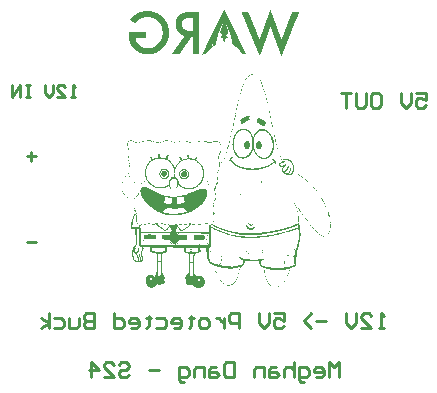
<source format=gbo>
G04*
G04 #@! TF.GenerationSoftware,Altium Limited,Altium Designer,24.5.2 (23)*
G04*
G04 Layer_Color=32896*
%FSLAX44Y44*%
%MOMM*%
G71*
G04*
G04 #@! TF.SameCoordinates,77DF0842-A661-4F59-BA2F-9A799A7BDEE5*
G04*
G04*
G04 #@! TF.FilePolarity,Positive*
G04*
G01*
G75*
%ADD10C,0.2540*%
G36*
X447994Y560754D02*
X448277D01*
Y560187D01*
X448560D01*
Y559338D01*
X448844D01*
Y558772D01*
X449127D01*
Y557922D01*
X449410D01*
Y557072D01*
X449693D01*
Y556506D01*
X449977D01*
Y555656D01*
X450260D01*
Y554807D01*
X450543D01*
Y554240D01*
X450826D01*
Y553391D01*
X451109D01*
Y552541D01*
X451393D01*
Y551975D01*
X451676D01*
Y551125D01*
X451959D01*
Y550559D01*
X452242D01*
Y549709D01*
X452525D01*
Y548859D01*
X452809D01*
Y548293D01*
X453092D01*
Y547443D01*
X453375D01*
Y546594D01*
X453658D01*
Y546027D01*
X453941D01*
Y545178D01*
X454225D01*
Y544328D01*
X454508D01*
Y543762D01*
X454791D01*
Y542912D01*
X455074D01*
Y542346D01*
X455357D01*
Y541496D01*
X455641D01*
Y540647D01*
X455924D01*
Y540080D01*
X456207D01*
Y539230D01*
X456490D01*
Y538381D01*
X456773D01*
Y537814D01*
X457057D01*
Y536965D01*
X457340D01*
Y536398D01*
X457623D01*
Y536682D01*
X457906D01*
Y537531D01*
X458189D01*
Y538098D01*
X458473D01*
Y538947D01*
X458756D01*
Y539514D01*
X459039D01*
Y540363D01*
X459322D01*
Y541213D01*
X459605D01*
Y541779D01*
X459889D01*
Y542629D01*
X460172D01*
Y543195D01*
X460455D01*
Y544045D01*
X460738D01*
Y544611D01*
X461021D01*
Y545461D01*
X461305D01*
Y546311D01*
X461588D01*
Y546877D01*
X461871D01*
Y547727D01*
X462154D01*
Y548293D01*
X462438D01*
Y549143D01*
X462721D01*
Y549709D01*
X463004D01*
Y550559D01*
X463287D01*
Y551408D01*
X463570D01*
Y551975D01*
X463853D01*
Y552824D01*
X464137D01*
Y553391D01*
X464420D01*
Y554240D01*
X464703D01*
Y554807D01*
X464986D01*
Y555656D01*
X465270D01*
Y556506D01*
X465553D01*
Y557072D01*
X465836D01*
Y557922D01*
X466119D01*
Y558488D01*
X466402D01*
Y559338D01*
X466685D01*
Y559621D01*
X472350D01*
Y558772D01*
X472066D01*
Y558205D01*
X471783D01*
Y557355D01*
X471500D01*
Y556789D01*
X471217D01*
Y555939D01*
X470934D01*
Y555373D01*
X470650D01*
Y554807D01*
Y554524D01*
X470367D01*
Y553957D01*
X470084D01*
Y553107D01*
X469801D01*
Y552541D01*
X469518D01*
Y551691D01*
X469234D01*
Y551125D01*
X468951D01*
Y550275D01*
X468668D01*
Y549709D01*
X468385D01*
Y548859D01*
X468102D01*
Y548293D01*
X467818D01*
Y547443D01*
X467535D01*
Y546877D01*
X467252D01*
Y546027D01*
X466969D01*
Y545461D01*
X466685D01*
Y544611D01*
X466402D01*
Y544045D01*
X466119D01*
Y543195D01*
X465836D01*
Y542629D01*
X465553D01*
Y541779D01*
X465270D01*
Y541213D01*
X464986D01*
Y540363D01*
X464703D01*
Y539514D01*
X464420D01*
Y538947D01*
X464137D01*
Y538098D01*
X463853D01*
Y537531D01*
X463570D01*
Y536682D01*
X463287D01*
Y536115D01*
X463004D01*
Y535266D01*
X462721D01*
Y534699D01*
X462438D01*
Y533850D01*
X462154D01*
Y533283D01*
X461871D01*
Y532434D01*
X461588D01*
Y531867D01*
X461305D01*
Y531018D01*
X461021D01*
Y530451D01*
X460738D01*
Y529602D01*
X460455D01*
Y529035D01*
X460172D01*
Y528186D01*
X459889D01*
Y527619D01*
X459605D01*
Y526769D01*
X459322D01*
Y526203D01*
X459039D01*
Y525354D01*
X458756D01*
Y524787D01*
X458473D01*
Y523937D01*
X458189D01*
Y523371D01*
X457906D01*
Y522522D01*
X457623D01*
Y522238D01*
X457340D01*
Y522805D01*
X457057D01*
Y523654D01*
X456773D01*
Y524221D01*
X456490D01*
Y525070D01*
X456207D01*
Y525920D01*
X455924D01*
Y526486D01*
X455641D01*
Y527336D01*
X455357D01*
Y527902D01*
X455074D01*
Y528752D01*
X454791D01*
Y529602D01*
X454508D01*
Y530168D01*
X454225D01*
Y531018D01*
X453941D01*
Y531867D01*
X453658D01*
Y532434D01*
X453375D01*
Y533283D01*
X453092D01*
Y534133D01*
X452809D01*
Y534699D01*
X452525D01*
Y535549D01*
X452242D01*
Y536398D01*
X451959D01*
Y536965D01*
X451676D01*
Y537814D01*
X451393D01*
Y538381D01*
X451109D01*
Y539230D01*
X450826D01*
Y540080D01*
X450543D01*
Y540647D01*
X450260D01*
Y541496D01*
X449977D01*
Y542346D01*
X449693D01*
Y542912D01*
X449410D01*
Y543762D01*
X449127D01*
Y544611D01*
X448844D01*
Y545178D01*
X448560D01*
Y546027D01*
X448277D01*
Y546594D01*
X447994D01*
Y546027D01*
X447711D01*
Y545461D01*
X447428D01*
Y544611D01*
X447145D01*
Y543762D01*
X446861D01*
Y542912D01*
X446578D01*
Y542346D01*
X446295D01*
Y541496D01*
X446012D01*
Y540647D01*
X445728D01*
Y539797D01*
X445445D01*
Y539230D01*
X445162D01*
Y538381D01*
X444879D01*
Y537531D01*
X444596D01*
Y536682D01*
X444313D01*
Y536115D01*
X444029D01*
Y535266D01*
X443746D01*
Y534416D01*
X443463D01*
Y533566D01*
X443180D01*
Y533000D01*
X442896D01*
Y532150D01*
X442613D01*
Y531301D01*
X442330D01*
Y530451D01*
X442047D01*
Y529885D01*
X441764D01*
Y529035D01*
X441480D01*
Y528186D01*
X441197D01*
Y527336D01*
X440914D01*
Y526769D01*
X440631D01*
Y525920D01*
X440348D01*
Y525070D01*
X440064D01*
Y524221D01*
X439781D01*
Y523654D01*
X439498D01*
Y522805D01*
X439215D01*
Y522238D01*
X438932D01*
Y522805D01*
X438648D01*
Y523371D01*
X438365D01*
Y523937D01*
X438082D01*
Y524787D01*
X437799D01*
Y525354D01*
X437516D01*
Y526203D01*
X437232D01*
Y526769D01*
X436949D01*
Y527336D01*
X436666D01*
Y528186D01*
X436383D01*
Y528752D01*
X436100D01*
Y529318D01*
X435816D01*
Y530168D01*
X435533D01*
Y530734D01*
X435250D01*
Y531584D01*
X434967D01*
Y532150D01*
X434684D01*
Y532717D01*
X434400D01*
Y533566D01*
X434117D01*
Y534133D01*
X433834D01*
Y534699D01*
X433551D01*
Y535549D01*
X433268D01*
Y536115D01*
X432984D01*
Y536965D01*
X432701D01*
Y537531D01*
X432418D01*
Y538098D01*
X432135D01*
Y538947D01*
X431852D01*
Y539514D01*
X431568D01*
Y540363D01*
X431285D01*
Y540930D01*
X431002D01*
Y541496D01*
X430719D01*
Y542346D01*
X430435D01*
Y542912D01*
X430152D01*
Y543479D01*
X429869D01*
Y544328D01*
X429586D01*
Y544894D01*
X429303D01*
Y545744D01*
X429020D01*
Y546311D01*
X428736D01*
Y546877D01*
X428453D01*
Y547727D01*
X428170D01*
Y548293D01*
X427887D01*
Y548859D01*
X427603D01*
Y549709D01*
X427320D01*
Y550275D01*
X427037D01*
Y551125D01*
X426754D01*
Y551691D01*
X426471D01*
Y552258D01*
X426188D01*
Y553107D01*
X425904D01*
Y553674D01*
X425621D01*
Y554240D01*
X425338D01*
Y555090D01*
X425055D01*
Y555656D01*
X424771D01*
Y556506D01*
X424488D01*
Y557072D01*
X424205D01*
Y557639D01*
X423922D01*
Y558488D01*
X423639D01*
Y559055D01*
X423355D01*
Y559621D01*
X429020D01*
Y559338D01*
X429303D01*
Y558772D01*
X429586D01*
Y558205D01*
X429869D01*
Y557639D01*
X430152D01*
Y556789D01*
X430435D01*
Y556223D01*
X430719D01*
Y555373D01*
X431002D01*
Y554807D01*
X431285D01*
Y553957D01*
X431568D01*
Y553391D01*
X431852D01*
Y552824D01*
X432135D01*
Y551975D01*
X432418D01*
Y551408D01*
X432701D01*
Y550559D01*
X432984D01*
Y549992D01*
X433268D01*
Y549426D01*
X433551D01*
Y548576D01*
X433834D01*
Y548010D01*
X434117D01*
Y547160D01*
X434400D01*
Y546594D01*
X434684D01*
Y545744D01*
X434967D01*
Y545178D01*
X435250D01*
Y544611D01*
X435533D01*
Y543762D01*
X435816D01*
Y543195D01*
X436100D01*
Y542346D01*
X436383D01*
Y541779D01*
X436666D01*
Y541213D01*
X436949D01*
Y540363D01*
X437232D01*
Y539797D01*
X437516D01*
Y538947D01*
X437799D01*
Y538381D01*
X438082D01*
Y537531D01*
X438365D01*
Y536965D01*
X438648D01*
Y536398D01*
X438932D01*
Y536682D01*
X439215D01*
Y537531D01*
X439498D01*
Y538381D01*
X439781D01*
Y538947D01*
X440064D01*
Y539797D01*
X440348D01*
Y540647D01*
X440631D01*
Y541496D01*
X440914D01*
Y542062D01*
X441197D01*
Y542912D01*
X441480D01*
Y543762D01*
X441764D01*
Y544611D01*
X442047D01*
Y545178D01*
X442330D01*
Y546027D01*
X442613D01*
Y546877D01*
X442896D01*
Y547727D01*
X443180D01*
Y548293D01*
X443463D01*
Y549143D01*
X443746D01*
Y549992D01*
X444029D01*
Y550842D01*
X444313D01*
Y551408D01*
X444596D01*
Y552258D01*
X444879D01*
Y553107D01*
X445162D01*
Y553957D01*
X445445D01*
Y554524D01*
X445728D01*
Y555373D01*
X446012D01*
Y556223D01*
X446295D01*
Y557072D01*
X446578D01*
Y557922D01*
X446861D01*
Y558488D01*
X447145D01*
Y559338D01*
X447428D01*
Y560187D01*
X447711D01*
Y561037D01*
X447994D01*
Y560754D01*
D02*
G37*
G36*
X346041Y559904D02*
X347740D01*
Y559621D01*
X348873D01*
Y559338D01*
X350006D01*
Y559055D01*
X350572D01*
Y558772D01*
X351422D01*
Y558488D01*
X351988D01*
Y558205D01*
X352555D01*
Y557922D01*
X353121D01*
Y557639D01*
X353404D01*
Y557355D01*
X353971D01*
Y557072D01*
X354254D01*
Y556789D01*
X354820D01*
Y556506D01*
X355103D01*
Y556223D01*
X355387D01*
Y555939D01*
X355670D01*
Y555656D01*
X355953D01*
Y555373D01*
X356520D01*
Y555090D01*
X356803D01*
Y554807D01*
X357086D01*
Y554524D01*
X357369D01*
Y553957D01*
X357652D01*
Y553674D01*
X357935D01*
Y553391D01*
X358219D01*
Y553107D01*
X358502D01*
Y552824D01*
X358785D01*
Y552258D01*
X359068D01*
Y551975D01*
X359352D01*
Y551408D01*
X359635D01*
Y551125D01*
X359918D01*
Y550559D01*
X360201D01*
Y549992D01*
X360484D01*
Y549426D01*
X360768D01*
Y548859D01*
X361051D01*
Y548010D01*
X361334D01*
Y547160D01*
X361617D01*
Y546027D01*
X361900D01*
Y544328D01*
X362184D01*
Y539514D01*
X361900D01*
Y537814D01*
X361617D01*
Y536682D01*
X361334D01*
Y535832D01*
X361051D01*
Y534982D01*
X360768D01*
Y534416D01*
X360484D01*
Y533850D01*
X360201D01*
Y533283D01*
X359918D01*
Y532717D01*
X359635D01*
Y532150D01*
X359352D01*
Y531867D01*
X359068D01*
Y531301D01*
X358785D01*
Y531018D01*
X358502D01*
Y530734D01*
X358219D01*
Y530168D01*
X357935D01*
Y529885D01*
X357652D01*
Y529602D01*
X357369D01*
Y529318D01*
X357086D01*
Y529035D01*
X356803D01*
Y528752D01*
X356520D01*
Y528469D01*
X356236D01*
Y528186D01*
X355953D01*
Y527902D01*
X355670D01*
Y527619D01*
X355387D01*
Y527336D01*
X354820D01*
Y527053D01*
X354537D01*
Y526769D01*
X354254D01*
Y526486D01*
X353688D01*
Y526203D01*
X353121D01*
Y525920D01*
X352838D01*
Y525637D01*
X352271D01*
Y525354D01*
X351705D01*
Y525070D01*
X350855D01*
Y524787D01*
X350289D01*
Y524504D01*
X349439D01*
Y524221D01*
X348307D01*
Y523937D01*
X346607D01*
Y523654D01*
X341793D01*
Y523937D01*
X340377D01*
Y524221D01*
X339244D01*
Y524504D01*
X338395D01*
Y524787D01*
X337545D01*
Y525070D01*
X336978D01*
Y525354D01*
X336412D01*
Y525637D01*
X335846D01*
Y525920D01*
X335563D01*
Y526203D01*
X334996D01*
Y526486D01*
X334713D01*
Y526769D01*
X334146D01*
Y527053D01*
X333863D01*
Y527336D01*
X333580D01*
Y527619D01*
X333297D01*
Y527902D01*
X333014D01*
Y528186D01*
X332730D01*
Y528469D01*
X332447D01*
Y528752D01*
X332164D01*
Y529035D01*
X331881D01*
Y529318D01*
X331598D01*
Y529602D01*
X331314D01*
Y529885D01*
X331031D01*
Y530168D01*
X330748D01*
Y530734D01*
X330465D01*
Y531018D01*
X330182D01*
Y531584D01*
X329898D01*
Y532150D01*
X329615D01*
Y532717D01*
X329332D01*
Y533283D01*
X329049D01*
Y533850D01*
X328766D01*
Y534982D01*
X328482D01*
Y535832D01*
X328199D01*
Y537531D01*
X327916D01*
Y542629D01*
X342359D01*
Y537531D01*
X333580D01*
Y537248D01*
X333863D01*
Y535832D01*
X334146D01*
Y534982D01*
X334430D01*
Y534416D01*
X334713D01*
Y533850D01*
X334996D01*
Y533566D01*
X335279D01*
Y533000D01*
X335563D01*
Y532717D01*
X335846D01*
Y532434D01*
X336129D01*
Y532150D01*
X336412D01*
Y531867D01*
X336695D01*
Y531584D01*
X336978D01*
Y531301D01*
X337262D01*
Y531018D01*
X337545D01*
Y530734D01*
X338111D01*
Y530451D01*
X338395D01*
Y530168D01*
X338961D01*
Y529885D01*
X339527D01*
Y529602D01*
X340094D01*
Y529318D01*
X340943D01*
Y529035D01*
X342076D01*
Y528752D01*
X346041D01*
Y529035D01*
X347457D01*
Y529318D01*
X348307D01*
Y529602D01*
X348873D01*
Y529885D01*
X349439D01*
Y530168D01*
X350006D01*
Y530451D01*
X350289D01*
Y530734D01*
X350855D01*
Y531018D01*
X351139D01*
Y531301D01*
X351705D01*
Y531584D01*
X351988D01*
Y531867D01*
X352271D01*
Y532150D01*
X352555D01*
Y532434D01*
X352838D01*
Y532717D01*
X353121D01*
Y533000D01*
X353404D01*
Y533283D01*
X353688D01*
Y533566D01*
X353971D01*
Y533850D01*
X354254D01*
Y534133D01*
X354537D01*
Y534699D01*
X354820D01*
Y534982D01*
X355103D01*
Y535549D01*
X355387D01*
Y536115D01*
X355670D01*
Y536682D01*
X355953D01*
Y537531D01*
X356236D01*
Y538381D01*
X356520D01*
Y540080D01*
X356803D01*
Y543479D01*
X356520D01*
Y545178D01*
X356236D01*
Y546311D01*
X355953D01*
Y547160D01*
X355670D01*
Y547727D01*
X355387D01*
Y548293D01*
X355103D01*
Y548859D01*
X354820D01*
Y549143D01*
X354537D01*
Y549709D01*
X354254D01*
Y549992D01*
X353971D01*
Y550275D01*
X353688D01*
Y550559D01*
X353404D01*
Y550842D01*
X353121D01*
Y551125D01*
X352838D01*
Y551408D01*
X352555D01*
Y551691D01*
X352271D01*
Y551975D01*
X351988D01*
Y552258D01*
X351705D01*
Y552541D01*
X351422D01*
Y552824D01*
X350855D01*
Y553107D01*
X350572D01*
Y553391D01*
X350006D01*
Y553674D01*
X349439D01*
Y553957D01*
X348873D01*
Y554240D01*
X348023D01*
Y554524D01*
X347174D01*
Y554807D01*
X345475D01*
Y555090D01*
X342076D01*
Y554807D01*
X340660D01*
Y554524D01*
X339527D01*
Y554240D01*
X338961D01*
Y553957D01*
X338395D01*
Y553674D01*
X337828D01*
Y553391D01*
X337262D01*
Y553107D01*
X336978D01*
Y552824D01*
X336412D01*
Y552541D01*
X336129D01*
Y552258D01*
X335846D01*
Y551975D01*
X335563D01*
Y551691D01*
X335279D01*
Y551408D01*
X334996D01*
Y551125D01*
X334713D01*
Y550842D01*
X334430D01*
Y550559D01*
X334146D01*
Y550275D01*
X333863D01*
Y549992D01*
X333580D01*
Y549709D01*
X333297D01*
Y549426D01*
X333014D01*
Y549709D01*
X332730D01*
Y549992D01*
X332447D01*
Y550275D01*
X332164D01*
Y550559D01*
X331598D01*
Y550842D01*
X331314D01*
Y551125D01*
X331031D01*
Y551408D01*
X330748D01*
Y551691D01*
X330465D01*
Y551975D01*
X330182D01*
Y552258D01*
X329898D01*
Y552541D01*
X329615D01*
Y552824D01*
X329332D01*
Y553107D01*
X329615D01*
Y553391D01*
X329898D01*
Y553674D01*
X330182D01*
Y553957D01*
X330465D01*
Y554240D01*
X330748D01*
Y554524D01*
X331031D01*
Y554807D01*
X331314D01*
Y555090D01*
X331598D01*
Y555373D01*
X331881D01*
Y555656D01*
X332164D01*
Y555939D01*
X332447D01*
Y556223D01*
X332730D01*
Y556506D01*
X333297D01*
Y556789D01*
X333580D01*
Y557072D01*
X333863D01*
Y557355D01*
X334430D01*
Y557639D01*
X334713D01*
Y557922D01*
X335279D01*
Y558205D01*
X335846D01*
Y558488D01*
X336412D01*
Y558772D01*
X336978D01*
Y559055D01*
X337828D01*
Y559338D01*
X338678D01*
Y559621D01*
X339810D01*
Y559904D01*
X341510D01*
Y560187D01*
X346041D01*
Y559904D01*
D02*
G37*
G36*
X387389Y559338D02*
X387672D01*
Y524504D01*
X387389D01*
Y524221D01*
X382291D01*
Y538664D01*
X381158D01*
Y538098D01*
X380875D01*
Y537814D01*
X380592D01*
Y537248D01*
X380309D01*
Y536965D01*
X380025D01*
Y536398D01*
X379742D01*
Y536115D01*
X379459D01*
Y535832D01*
X379176D01*
Y535266D01*
X378893D01*
Y534982D01*
X378609D01*
Y534416D01*
X378326D01*
Y534133D01*
X378043D01*
Y533566D01*
X377760D01*
Y533283D01*
X377477D01*
Y533000D01*
X377193D01*
Y532434D01*
X376910D01*
Y532150D01*
X376627D01*
Y531584D01*
X376344D01*
Y531301D01*
X376060D01*
Y530734D01*
X375777D01*
Y530451D01*
X375494D01*
Y530168D01*
X375211D01*
Y529602D01*
X374928D01*
Y529318D01*
X374645D01*
Y528752D01*
X374361D01*
Y528469D01*
X374078D01*
Y527902D01*
X373795D01*
Y527619D01*
X373512D01*
Y527336D01*
X373228D01*
Y526769D01*
X372945D01*
Y526486D01*
X372662D01*
Y525920D01*
X372379D01*
Y525637D01*
X372096D01*
Y525070D01*
X371813D01*
Y524787D01*
X371529D01*
Y524504D01*
X371246D01*
Y524221D01*
X365016D01*
Y524787D01*
X365299D01*
Y525354D01*
X365582D01*
Y525637D01*
X365865D01*
Y525920D01*
X366148D01*
Y526486D01*
X366432D01*
Y526769D01*
X366715D01*
Y527336D01*
X366998D01*
Y527619D01*
X367281D01*
Y527902D01*
X367564D01*
Y528469D01*
X367848D01*
Y528752D01*
X368131D01*
Y529318D01*
X368414D01*
Y529602D01*
X368697D01*
Y529885D01*
X368980D01*
Y530451D01*
X369264D01*
Y530734D01*
X369547D01*
Y531018D01*
X369830D01*
Y531584D01*
X370113D01*
Y531867D01*
X370396D01*
Y532434D01*
X370680D01*
Y532717D01*
X370963D01*
Y533000D01*
X371246D01*
Y533566D01*
X371529D01*
Y533850D01*
X371813D01*
Y534133D01*
X372096D01*
Y534699D01*
X372379D01*
Y534982D01*
X372662D01*
Y535549D01*
X372945D01*
Y535832D01*
X373228D01*
Y536115D01*
X373512D01*
Y536682D01*
X373795D01*
Y536965D01*
X374078D01*
Y537248D01*
X374361D01*
Y537814D01*
X374645D01*
Y538098D01*
X374928D01*
Y538664D01*
X375211D01*
Y538947D01*
X375494D01*
Y539230D01*
X375211D01*
Y539514D01*
X374361D01*
Y539797D01*
X373512D01*
Y540080D01*
X372945D01*
Y540363D01*
X372379D01*
Y540647D01*
X372096D01*
Y540930D01*
X371813D01*
Y541213D01*
X371246D01*
Y541496D01*
X370963D01*
Y541779D01*
X370680D01*
Y542062D01*
X370396D01*
Y542346D01*
X370113D01*
Y542912D01*
X369830D01*
Y543195D01*
X369547D01*
Y543479D01*
X369264D01*
Y544045D01*
X368980D01*
Y544611D01*
X368697D01*
Y545178D01*
X368414D01*
Y546027D01*
X368131D01*
Y547443D01*
X367848D01*
Y549709D01*
Y549992D01*
Y550842D01*
X368131D01*
Y552258D01*
X368414D01*
Y553107D01*
X368697D01*
Y553674D01*
X368980D01*
Y554240D01*
X369264D01*
Y554807D01*
X369547D01*
Y555090D01*
X369830D01*
Y555373D01*
X370113D01*
Y555939D01*
X370396D01*
Y556223D01*
X370680D01*
Y556506D01*
X370963D01*
Y556789D01*
X371529D01*
Y557072D01*
X371813D01*
Y557355D01*
X372096D01*
Y557639D01*
X372662D01*
Y557922D01*
X373228D01*
Y558205D01*
X373795D01*
Y558488D01*
X374645D01*
Y558772D01*
X375777D01*
Y559055D01*
X377193D01*
Y559338D01*
X380309D01*
Y559621D01*
X387389D01*
Y559338D01*
D02*
G37*
G36*
X408912Y561320D02*
X409195D01*
Y560754D01*
X409478D01*
Y560187D01*
X409762D01*
Y559338D01*
X410045D01*
Y558772D01*
X410328D01*
Y558205D01*
X410611D01*
Y557639D01*
X410895D01*
Y557072D01*
X411178D01*
Y556506D01*
X411461D01*
Y555939D01*
X411744D01*
Y555373D01*
X412027D01*
Y554807D01*
X412310D01*
Y554240D01*
X412594D01*
Y553674D01*
X412877D01*
Y553107D01*
X413160D01*
Y552541D01*
X413443D01*
Y551975D01*
X413727D01*
Y551408D01*
X414010D01*
Y550842D01*
X414293D01*
Y550275D01*
X414576D01*
Y549709D01*
X414859D01*
Y549143D01*
X415143D01*
Y548576D01*
X415426D01*
Y548010D01*
X415709D01*
Y547443D01*
X415992D01*
Y546877D01*
X416275D01*
Y546311D01*
X416559D01*
Y545744D01*
X416842D01*
Y545178D01*
X417125D01*
Y544611D01*
X417408D01*
Y544045D01*
X417691D01*
Y543479D01*
X417975D01*
Y542912D01*
X418258D01*
Y542346D01*
X418541D01*
Y541779D01*
X418824D01*
Y541213D01*
X419107D01*
Y540647D01*
X419391D01*
Y540080D01*
X419674D01*
Y539514D01*
X419957D01*
Y538947D01*
X420240D01*
Y538381D01*
X420523D01*
Y537531D01*
X420807D01*
Y536965D01*
X421090D01*
Y536398D01*
X421373D01*
Y535832D01*
X421656D01*
Y535266D01*
X421939D01*
Y534699D01*
X422223D01*
Y534133D01*
X422506D01*
Y533566D01*
X422789D01*
Y533000D01*
X423072D01*
Y532434D01*
X423355D01*
Y531867D01*
X423639D01*
Y531301D01*
X423922D01*
Y530734D01*
X424205D01*
Y530168D01*
X424488D01*
Y529602D01*
X424771D01*
Y529035D01*
X425055D01*
Y528469D01*
X425338D01*
Y527902D01*
X425621D01*
Y527336D01*
X425904D01*
Y526769D01*
X426188D01*
Y526203D01*
X426471D01*
Y525637D01*
X426754D01*
Y525070D01*
X427037D01*
Y524504D01*
X427320D01*
Y523937D01*
X427603D01*
Y523371D01*
X427320D01*
Y523654D01*
X426188D01*
Y523937D01*
X425055D01*
Y524221D01*
X423922D01*
Y524504D01*
X423639D01*
Y524787D01*
X423355D01*
Y525070D01*
X423072D01*
Y525637D01*
X422789D01*
Y525920D01*
X422506D01*
Y526203D01*
X422223D01*
Y526486D01*
X421939D01*
Y527053D01*
X421656D01*
Y527336D01*
X421373D01*
Y527619D01*
X421090D01*
Y527902D01*
X420807D01*
Y528186D01*
X420523D01*
Y528469D01*
X420240D01*
Y528752D01*
X419957D01*
Y529035D01*
X419674D01*
Y529318D01*
X419391D01*
Y529602D01*
X419107D01*
Y531301D01*
X418824D01*
Y529885D01*
X418541D01*
Y530168D01*
X418258D01*
Y530451D01*
X417691D01*
Y530734D01*
X417408D01*
Y531018D01*
X416842D01*
Y531301D01*
X416275D01*
Y531584D01*
X415992D01*
Y532717D01*
X415709D01*
Y533850D01*
X415426D01*
Y535266D01*
X415143D01*
Y536398D01*
X414859D01*
Y537814D01*
X414576D01*
Y538947D01*
X414293D01*
Y540080D01*
X414010D01*
Y540930D01*
X413727D01*
Y541779D01*
X413443D01*
Y542346D01*
X413160D01*
Y542912D01*
X412877D01*
Y543762D01*
X412594D01*
Y544328D01*
X412310D01*
Y544894D01*
X412027D01*
Y545744D01*
X411744D01*
Y546311D01*
X411461D01*
Y546877D01*
X411178D01*
Y547727D01*
X410895D01*
Y548293D01*
X410611D01*
Y548859D01*
X410328D01*
Y548010D01*
X410611D01*
Y547160D01*
X410895D01*
Y546311D01*
X411178D01*
Y545461D01*
X411461D01*
Y544611D01*
X411744D01*
Y543762D01*
X412027D01*
Y542912D01*
X412310D01*
Y541779D01*
X412027D01*
Y541496D01*
X411744D01*
Y541213D01*
X411461D01*
Y540930D01*
X411178D01*
Y540647D01*
X410895D01*
Y540080D01*
X410611D01*
Y539514D01*
X410895D01*
Y539230D01*
X411178D01*
Y538664D01*
X411461D01*
Y538381D01*
X411744D01*
Y537814D01*
X412027D01*
Y537531D01*
X412310D01*
Y537248D01*
X411744D01*
Y537531D01*
X410328D01*
Y537248D01*
X410045D01*
Y536682D01*
X409762D01*
Y535832D01*
X409478D01*
Y534982D01*
X409195D01*
Y533850D01*
X408912D01*
Y533283D01*
X408629D01*
Y534133D01*
X408346D01*
Y535266D01*
X408063D01*
Y536115D01*
X407779D01*
Y536965D01*
X407496D01*
Y537248D01*
X407213D01*
Y537531D01*
X406930D01*
Y537814D01*
X406646D01*
Y537531D01*
X405797D01*
Y537248D01*
X405230D01*
Y537531D01*
X405514D01*
Y537814D01*
X405797D01*
Y538098D01*
X406080D01*
Y538664D01*
X406363D01*
Y538947D01*
X406646D01*
Y539514D01*
X406930D01*
Y539797D01*
X407213D01*
Y540080D01*
X406930D01*
Y540363D01*
X406646D01*
Y540647D01*
X406363D01*
Y540930D01*
X406080D01*
Y541213D01*
X405797D01*
Y541779D01*
X405514D01*
Y542062D01*
X405230D01*
Y542346D01*
X405514D01*
Y543479D01*
X405797D01*
Y544328D01*
X406080D01*
Y545178D01*
X406363D01*
Y546027D01*
X406646D01*
Y546877D01*
X406930D01*
Y547727D01*
X407213D01*
Y548576D01*
X407496D01*
Y549426D01*
X407213D01*
Y548859D01*
X406930D01*
Y548010D01*
X406646D01*
Y547443D01*
X406363D01*
Y546877D01*
X406080D01*
Y546027D01*
X405797D01*
Y545461D01*
X405514D01*
Y544894D01*
X405230D01*
Y544045D01*
X404947D01*
Y543479D01*
X404664D01*
Y542912D01*
X404381D01*
Y542062D01*
X404098D01*
Y541496D01*
X403814D01*
Y540647D01*
X403531D01*
Y539797D01*
X403248D01*
Y538381D01*
X402965D01*
Y537248D01*
X402682D01*
Y535832D01*
X402398D01*
Y534699D01*
X402115D01*
Y533283D01*
X401832D01*
Y532150D01*
X401549D01*
Y531584D01*
X401266D01*
Y531301D01*
X400699D01*
Y531018D01*
X400133D01*
Y530734D01*
X399850D01*
Y530451D01*
X399283D01*
Y530168D01*
X399000D01*
Y529885D01*
X398717D01*
Y530734D01*
X398434D01*
Y529318D01*
X398150D01*
Y529035D01*
X397584D01*
Y528752D01*
X397301D01*
Y528469D01*
X397018D01*
Y528186D01*
X396734D01*
Y527902D01*
X396451D01*
Y527619D01*
X396168D01*
Y527336D01*
X395885D01*
Y526769D01*
X395602D01*
Y526486D01*
X395318D01*
Y526203D01*
X395035D01*
Y525920D01*
X394752D01*
Y525354D01*
X394469D01*
Y525070D01*
X394185D01*
Y524504D01*
X393619D01*
Y524221D01*
X392486D01*
Y523937D01*
X391353D01*
Y523654D01*
X390504D01*
Y523371D01*
X389938D01*
Y523654D01*
X390221D01*
Y524221D01*
X390504D01*
Y524787D01*
X390787D01*
Y525354D01*
X391070D01*
Y525920D01*
X391353D01*
Y526486D01*
X391637D01*
Y527053D01*
X391920D01*
Y527619D01*
X392203D01*
Y528186D01*
X392486D01*
Y528752D01*
X392770D01*
Y529318D01*
X393053D01*
Y530168D01*
X393336D01*
Y530734D01*
X393619D01*
Y531301D01*
X393902D01*
Y531867D01*
X394185D01*
Y532434D01*
X394469D01*
Y533000D01*
X394752D01*
Y533566D01*
X395035D01*
Y534133D01*
X395318D01*
Y534699D01*
X395602D01*
Y535266D01*
X395885D01*
Y535832D01*
X396168D01*
Y536398D01*
X396451D01*
Y536965D01*
X396734D01*
Y537531D01*
X397018D01*
Y538098D01*
X397301D01*
Y538664D01*
X397584D01*
Y539230D01*
X397867D01*
Y539797D01*
X398150D01*
Y540363D01*
X398434D01*
Y540930D01*
X398717D01*
Y541496D01*
X399000D01*
Y542062D01*
X399283D01*
Y542629D01*
X399566D01*
Y543195D01*
X399850D01*
Y543762D01*
X400133D01*
Y544328D01*
X400416D01*
Y544894D01*
X400699D01*
Y545461D01*
X400982D01*
Y546027D01*
X401266D01*
Y546594D01*
X401549D01*
Y547160D01*
X401832D01*
Y547727D01*
X402115D01*
Y548293D01*
X402398D01*
Y548859D01*
X402682D01*
Y549709D01*
X402965D01*
Y550275D01*
X403248D01*
Y550842D01*
X403531D01*
Y551408D01*
X403814D01*
Y551975D01*
X404098D01*
Y552541D01*
X404381D01*
Y553107D01*
X404664D01*
Y553674D01*
X404947D01*
Y554240D01*
X405230D01*
Y554807D01*
X405514D01*
Y555373D01*
X405797D01*
Y555939D01*
X406080D01*
Y556506D01*
X406363D01*
Y557072D01*
X406646D01*
Y557639D01*
X406930D01*
Y558205D01*
X407213D01*
Y558772D01*
X407496D01*
Y559338D01*
X407779D01*
Y559904D01*
X408063D01*
Y560471D01*
X408346D01*
Y560754D01*
Y561037D01*
X408629D01*
Y561604D01*
X408912D01*
Y561320D01*
D02*
G37*
G36*
X433595Y506472D02*
X431533D01*
Y506767D01*
X433595D01*
Y506472D01*
D02*
G37*
G36*
X431533Y506178D02*
X431239D01*
Y506472D01*
X431533D01*
Y506178D01*
D02*
G37*
G36*
X435656D02*
X435950D01*
Y505883D01*
X435361D01*
Y506178D01*
X434772D01*
Y506472D01*
X435656D01*
Y506178D01*
D02*
G37*
G36*
X436833Y505589D02*
X437128D01*
Y505294D01*
X436539D01*
Y505883D01*
X436833D01*
Y505589D01*
D02*
G37*
G36*
X431239Y505883D02*
X430650D01*
Y505589D01*
X430356D01*
Y505294D01*
X429767D01*
Y505589D01*
X430061D01*
Y505883D01*
X430356D01*
Y506178D01*
X431239D01*
Y505883D01*
D02*
G37*
G36*
X429767Y505000D02*
X429472D01*
Y504706D01*
X429178D01*
Y505294D01*
X429767D01*
Y505000D01*
D02*
G37*
G36*
X437717Y504706D02*
X438011D01*
Y504411D01*
X437717D01*
Y504706D01*
X437128D01*
Y505000D01*
X437717D01*
Y504706D01*
D02*
G37*
G36*
X429178Y504411D02*
X428883D01*
Y504117D01*
X428589D01*
Y504706D01*
X429178D01*
Y504411D01*
D02*
G37*
G36*
X428000Y502939D02*
X427706D01*
Y503528D01*
X428000D01*
Y502939D01*
D02*
G37*
G36*
X427706Y502644D02*
X427411D01*
Y502939D01*
X427706D01*
Y502644D01*
D02*
G37*
G36*
X439189D02*
X439483D01*
Y502350D01*
X438894D01*
Y502644D01*
Y502939D01*
X439189D01*
Y502644D01*
D02*
G37*
G36*
X427411Y502350D02*
Y502056D01*
X427117D01*
Y501761D01*
X426822D01*
Y502350D01*
X427117D01*
Y502644D01*
X427411D01*
Y502350D01*
D02*
G37*
G36*
X426528Y500878D02*
Y500583D01*
X426233D01*
Y501172D01*
X426528D01*
Y500878D01*
D02*
G37*
G36*
X439778Y501467D02*
X440072D01*
Y501172D01*
Y500583D01*
X440367D01*
Y500289D01*
Y499994D01*
X440661D01*
Y499111D01*
X440956D01*
Y498228D01*
X440661D01*
Y498817D01*
X440367D01*
Y499111D01*
Y499406D01*
Y499994D01*
X440072D01*
Y500583D01*
X439778D01*
Y501172D01*
X439483D01*
Y502056D01*
X439778D01*
Y501467D01*
D02*
G37*
G36*
X425644Y498522D02*
X425350D01*
Y497933D01*
X425056D01*
Y497639D01*
Y497344D01*
X424761D01*
Y496461D01*
X424467D01*
Y496167D01*
X424172D01*
Y496755D01*
X424467D01*
Y497639D01*
X424761D01*
Y498228D01*
X425056D01*
Y498817D01*
X425350D01*
Y499406D01*
X425644D01*
Y498522D01*
D02*
G37*
G36*
X441544Y496461D02*
X441839D01*
Y495872D01*
X442133D01*
Y495283D01*
X441544D01*
Y495872D01*
Y496167D01*
X441250D01*
Y497344D01*
X440956D01*
Y497639D01*
X441544D01*
Y496461D01*
D02*
G37*
G36*
X423878Y494400D02*
Y494105D01*
X423583D01*
Y492928D01*
X423289D01*
Y494400D01*
X423583D01*
Y494694D01*
X423878D01*
Y494400D01*
D02*
G37*
G36*
X423289Y492044D02*
X422994D01*
Y492339D01*
Y492633D01*
X423289D01*
Y492044D01*
D02*
G37*
G36*
X442428Y494105D02*
Y493811D01*
X442722D01*
Y492928D01*
X443017D01*
Y492044D01*
Y491750D01*
X443311D01*
Y490867D01*
X443017D01*
Y491456D01*
X442722D01*
Y492928D01*
X442428D01*
Y493517D01*
X442133D01*
Y494400D01*
X442428D01*
Y494105D01*
D02*
G37*
G36*
X438306Y490867D02*
X438011D01*
Y491456D01*
X438306D01*
Y490867D01*
D02*
G37*
G36*
X443606Y490278D02*
X443311D01*
Y490572D01*
X443606D01*
Y490278D01*
D02*
G37*
G36*
X443900Y489100D02*
X443606D01*
Y489689D01*
X443900D01*
Y489100D01*
D02*
G37*
G36*
X422700Y490278D02*
X422406D01*
Y489100D01*
X422111D01*
Y489394D01*
Y490572D01*
X422700D01*
Y490278D01*
D02*
G37*
G36*
X421817Y487333D02*
Y486744D01*
X421522D01*
Y487628D01*
X421817D01*
Y487333D01*
D02*
G37*
G36*
X444194Y487628D02*
X444489D01*
Y487039D01*
Y486744D01*
X444783D01*
Y485272D01*
X445078D01*
Y484978D01*
Y484683D01*
Y484094D01*
X444783D01*
Y485272D01*
X444489D01*
Y486156D01*
X444194D01*
Y487333D01*
X443900D01*
Y488511D01*
X444194D01*
Y487628D01*
D02*
G37*
G36*
X445372Y482917D02*
X445667D01*
Y482328D01*
X445961D01*
Y482033D01*
X445372D01*
Y482622D01*
X445078D01*
Y482917D01*
Y483506D01*
X445372D01*
Y482917D01*
D02*
G37*
G36*
X421228Y484683D02*
Y484389D01*
X420933D01*
Y482033D01*
X420639D01*
Y481444D01*
X420344D01*
Y482328D01*
X420639D01*
Y484683D01*
X420933D01*
Y484978D01*
X421228D01*
Y484683D01*
D02*
G37*
G36*
X428000Y481150D02*
X427706D01*
Y480856D01*
X427411D01*
Y481739D01*
X428000D01*
Y481150D01*
D02*
G37*
G36*
X446256D02*
X445961D01*
Y480856D01*
X446256D01*
Y479678D01*
X445961D01*
Y480856D01*
X445667D01*
Y481444D01*
X446256D01*
Y481150D01*
D02*
G37*
G36*
X446550Y478794D02*
X446256D01*
Y479089D01*
Y479383D01*
X446550D01*
Y478794D01*
D02*
G37*
G36*
X446844Y477322D02*
X447139D01*
Y476439D01*
X446844D01*
Y476733D01*
Y477028D01*
X446550D01*
Y477911D01*
X446844D01*
Y477322D01*
D02*
G37*
G36*
X447433Y474967D02*
X447728D01*
Y474672D01*
Y474083D01*
X447139D01*
Y474967D01*
X446844D01*
Y475850D01*
X447433D01*
Y474967D01*
D02*
G37*
G36*
X420344Y479972D02*
X420050D01*
Y479678D01*
Y478500D01*
X419756D01*
Y477617D01*
X419461D01*
Y476144D01*
X419167D01*
Y474672D01*
X418872D01*
Y474083D01*
X418578D01*
Y475261D01*
X418872D01*
Y476733D01*
X419167D01*
Y477911D01*
X419461D01*
Y479383D01*
X419756D01*
Y480856D01*
X420050D01*
Y481444D01*
X420344D01*
Y479972D01*
D02*
G37*
G36*
X418578Y473200D02*
Y472906D01*
X418283D01*
Y474083D01*
X418578D01*
Y473200D01*
D02*
G37*
G36*
X448022Y471728D02*
X447728D01*
Y472022D01*
Y473200D01*
X448022D01*
Y471728D01*
D02*
G37*
G36*
X418578D02*
Y471433D01*
Y470844D01*
X418283D01*
Y470550D01*
X417989D01*
Y471728D01*
X418283D01*
Y472611D01*
X418578D01*
Y471728D01*
D02*
G37*
G36*
X448317Y469961D02*
X448611D01*
Y468489D01*
X448906D01*
Y468194D01*
Y467900D01*
Y467017D01*
X448611D01*
Y468194D01*
X448317D01*
Y469372D01*
X448022D01*
Y471139D01*
X448317D01*
Y469961D01*
D02*
G37*
G36*
X449200Y465839D02*
Y465544D01*
Y465250D01*
X449495D01*
Y464661D01*
X448906D01*
Y466428D01*
X449200D01*
Y465839D01*
D02*
G37*
G36*
X429767Y471433D02*
X430061D01*
Y471139D01*
X430356D01*
Y470844D01*
Y470550D01*
Y470256D01*
X430061D01*
Y469078D01*
X430356D01*
Y468194D01*
X430061D01*
Y467900D01*
X429472D01*
Y467606D01*
X428883D01*
Y467311D01*
X428589D01*
Y467017D01*
X428000D01*
Y466722D01*
X427411D01*
Y466428D01*
X427117D01*
Y466133D01*
X426528D01*
Y465839D01*
X425939D01*
Y465544D01*
X425350D01*
Y465250D01*
X424761D01*
Y464956D01*
X424172D01*
Y464661D01*
X423583D01*
Y464956D01*
X423289D01*
Y466428D01*
X422700D01*
Y466722D01*
X422406D01*
Y467900D01*
X422700D01*
Y468194D01*
X422994D01*
Y468489D01*
X423289D01*
Y468783D01*
X423583D01*
Y469078D01*
X423878D01*
Y469372D01*
X424467D01*
Y469667D01*
X425056D01*
Y469961D01*
X425644D01*
Y470256D01*
X426233D01*
Y470550D01*
X427117D01*
Y470844D01*
X427706D01*
Y471139D01*
X428294D01*
Y471433D01*
X429178D01*
Y471728D01*
X429767D01*
Y471433D01*
D02*
G37*
G36*
X417989Y469667D02*
X418283D01*
Y469372D01*
X417989D01*
Y468489D01*
X417695D01*
Y467900D01*
X417400D01*
Y466722D01*
X417106D01*
Y464956D01*
X416811D01*
Y464661D01*
X417106D01*
Y463483D01*
X416811D01*
Y463189D01*
X416517D01*
Y465839D01*
X416811D01*
Y466428D01*
Y466722D01*
Y467311D01*
X417106D01*
Y468194D01*
X417400D01*
Y469961D01*
X417695D01*
Y470256D01*
X417989D01*
Y469667D01*
D02*
G37*
G36*
X438894Y469372D02*
X439483D01*
Y469078D01*
X440072D01*
Y468783D01*
X440367D01*
Y468489D01*
X440956D01*
Y468194D01*
X441544D01*
Y467900D01*
X441839D01*
Y467606D01*
X442428D01*
Y467017D01*
X443017D01*
Y466722D01*
X443311D01*
Y466428D01*
X443606D01*
Y466133D01*
X443900D01*
Y465839D01*
X444194D01*
Y465544D01*
X444489D01*
Y464367D01*
X443606D01*
Y462894D01*
X443311D01*
Y462600D01*
X442133D01*
Y462894D01*
X441544D01*
Y463189D01*
X440661D01*
Y463483D01*
X440367D01*
Y463778D01*
X439778D01*
Y464072D01*
X439189D01*
Y464367D01*
X438894D01*
Y464661D01*
X438306D01*
Y464956D01*
X438011D01*
Y465250D01*
X437717D01*
Y465544D01*
X437128D01*
Y465839D01*
X436539D01*
Y466428D01*
X436245D01*
Y466722D01*
X435950D01*
Y467311D01*
X436245D01*
Y467900D01*
X436539D01*
Y468194D01*
X436833D01*
Y468489D01*
X437128D01*
Y468783D01*
X436833D01*
Y469078D01*
X437128D01*
Y469667D01*
X438894D01*
Y469372D01*
D02*
G37*
G36*
X449495Y463483D02*
X449789D01*
Y463189D01*
Y462306D01*
X449495D01*
Y462894D01*
X449200D01*
Y464367D01*
X449495D01*
Y463483D01*
D02*
G37*
G36*
X416517Y462894D02*
Y461422D01*
X416222D01*
Y460833D01*
X415928D01*
Y462894D01*
X416222D01*
Y463189D01*
X416517D01*
Y462894D01*
D02*
G37*
G36*
X450083Y461128D02*
Y460833D01*
Y460244D01*
X450378D01*
Y459950D01*
X449789D01*
Y461717D01*
X450083D01*
Y461128D01*
D02*
G37*
G36*
X415633Y459950D02*
X415928D01*
Y459655D01*
X415339D01*
Y460244D01*
X415633D01*
Y459950D01*
D02*
G37*
G36*
X450378Y459067D02*
Y458772D01*
Y458478D01*
X450083D01*
Y459361D01*
X450378D01*
Y459067D01*
D02*
G37*
G36*
X415633Y458478D02*
X415339D01*
Y458772D01*
X415633D01*
Y458478D01*
D02*
G37*
G36*
X450967Y457594D02*
X450672D01*
Y457889D01*
X450967D01*
Y457594D01*
D02*
G37*
G36*
X415339D02*
X415045D01*
Y458183D01*
Y458478D01*
X415339D01*
Y457594D01*
D02*
G37*
G36*
X450967Y457006D02*
Y456711D01*
Y456417D01*
X450672D01*
Y457300D01*
X450967D01*
Y457006D01*
D02*
G37*
G36*
X415045Y456711D02*
Y456417D01*
Y455828D01*
X414750D01*
Y457300D01*
X415045D01*
Y456711D01*
D02*
G37*
G36*
X414750Y454650D02*
X414456D01*
Y454944D01*
Y455828D01*
X414750D01*
Y454650D01*
D02*
G37*
G36*
X414456Y453767D02*
X414161D01*
Y454061D01*
Y454650D01*
X414456D01*
Y453767D01*
D02*
G37*
G36*
X414161Y453178D02*
Y452883D01*
X413867D01*
Y453767D01*
X414161D01*
Y453178D01*
D02*
G37*
G36*
X342611Y450233D02*
X341139D01*
Y450528D01*
X342611D01*
Y450233D01*
D02*
G37*
G36*
X371761Y449644D02*
X370583D01*
Y449939D01*
X371761D01*
Y449644D01*
D02*
G37*
G36*
X346733Y450528D02*
X347028D01*
Y450233D01*
X347617D01*
Y450528D01*
X348500D01*
Y449939D01*
X347617D01*
Y449644D01*
X346733D01*
Y450233D01*
X345261D01*
Y450528D01*
X343200D01*
Y450822D01*
X346733D01*
Y450528D01*
D02*
G37*
G36*
X357922Y449644D02*
X357333D01*
Y449350D01*
X356744D01*
Y449644D01*
X357039D01*
Y449939D01*
X357922D01*
Y449644D01*
D02*
G37*
G36*
X340550D02*
X339961D01*
Y449350D01*
X339078D01*
Y449644D01*
X339667D01*
Y449939D01*
X340550D01*
Y449644D01*
D02*
G37*
G36*
X385895Y449055D02*
X385600D01*
Y449350D01*
X385895D01*
Y449055D01*
D02*
G37*
G36*
X376767Y449939D02*
X378533D01*
Y449644D01*
X378828D01*
Y449350D01*
X378533D01*
Y449055D01*
X377944D01*
Y449350D01*
X376767D01*
Y449644D01*
X376178D01*
Y449939D01*
X375294D01*
Y450233D01*
X374117D01*
Y449939D01*
X373233D01*
Y450528D01*
X376767D01*
Y449939D01*
D02*
G37*
G36*
X370583Y449350D02*
X369406D01*
Y449055D01*
X368228D01*
Y449350D01*
X369111D01*
Y449644D01*
X370583D01*
Y449350D01*
D02*
G37*
G36*
X352033Y449055D02*
X353800D01*
Y448761D01*
X350856D01*
Y449055D01*
X349972D01*
Y449350D01*
X350856D01*
Y449055D01*
X351739D01*
Y449350D01*
X352033D01*
Y449055D01*
D02*
G37*
G36*
X349678Y449644D02*
X349383D01*
Y449055D01*
X349089D01*
Y449644D01*
X348795D01*
Y449939D01*
X349678D01*
Y449644D01*
D02*
G37*
G36*
X338489Y449055D02*
X337606D01*
Y449350D01*
X338489D01*
Y449055D01*
D02*
G37*
G36*
X392372Y450233D02*
X392961D01*
Y449939D01*
X394728D01*
Y449644D01*
X396200D01*
Y449350D01*
X395022D01*
Y449055D01*
X395611D01*
Y448761D01*
X394139D01*
Y449644D01*
X393550D01*
Y449350D01*
X392961D01*
Y449644D01*
X392078D01*
Y449939D01*
X388250D01*
Y449644D01*
X387367D01*
Y449350D01*
X386778D01*
Y449644D01*
X387072D01*
Y449939D01*
X387956D01*
Y450233D01*
X388839D01*
Y450528D01*
X392372D01*
Y450233D01*
D02*
G37*
G36*
X385306Y448761D02*
X384717D01*
Y449055D01*
X385306D01*
Y448761D01*
D02*
G37*
G36*
X367933Y449055D02*
X367345D01*
Y448761D01*
X366461D01*
Y449055D01*
X366756D01*
Y449350D01*
X367933D01*
Y449055D01*
D02*
G37*
G36*
X361161Y450528D02*
X363517D01*
Y450233D01*
X364106D01*
Y449939D01*
X364989D01*
Y449644D01*
X365283D01*
Y449350D01*
X365872D01*
Y448761D01*
X365578D01*
Y449055D01*
X364694D01*
Y449350D01*
X363811D01*
Y449644D01*
X363517D01*
Y449939D01*
Y450233D01*
X362928D01*
Y449939D01*
X362044D01*
Y450233D01*
X361161D01*
Y450528D01*
X360572D01*
Y450233D01*
X358806D01*
Y449939D01*
X358511D01*
Y450528D01*
X358806D01*
Y450822D01*
X361161D01*
Y450528D01*
D02*
G37*
G36*
X356156Y449055D02*
X355567D01*
Y448761D01*
X354094D01*
Y449055D01*
X355272D01*
Y449350D01*
X356156D01*
Y449055D01*
D02*
G37*
G36*
X337606Y448761D02*
X336722D01*
Y449055D01*
X337606D01*
Y448761D01*
D02*
G37*
G36*
X330539Y450233D02*
X328772D01*
Y449939D01*
X328478D01*
Y449644D01*
X328183D01*
Y449350D01*
X327594D01*
Y448761D01*
X327300D01*
Y449644D01*
X327594D01*
Y449939D01*
X327889D01*
Y450233D01*
X328183D01*
Y450528D01*
X328772D01*
Y450822D01*
X330539D01*
Y450233D01*
D02*
G37*
G36*
X331717Y449939D02*
X332306D01*
Y449644D01*
X332895D01*
Y449350D01*
X333483D01*
Y449055D01*
X334661D01*
Y448761D01*
X335839D01*
Y448467D01*
X334072D01*
Y448761D01*
X333483D01*
Y449055D01*
X332600D01*
Y449350D01*
X332011D01*
Y449644D01*
X331422D01*
Y449939D01*
X330833D01*
Y450233D01*
X331717D01*
Y449939D01*
D02*
G37*
G36*
X451261Y455533D02*
X451556D01*
Y454650D01*
Y454356D01*
Y453767D01*
X451850D01*
Y452000D01*
X452145D01*
Y451706D01*
X452439D01*
Y450233D01*
X452733D01*
Y449055D01*
X453028D01*
Y448467D01*
X453322D01*
Y448172D01*
X452733D01*
Y448467D01*
Y449055D01*
X452439D01*
Y449644D01*
X452145D01*
Y451706D01*
X451850D01*
Y452000D01*
X451556D01*
Y452883D01*
Y453178D01*
Y453767D01*
X451261D01*
Y455239D01*
X450967D01*
Y455828D01*
X451261D01*
Y455533D01*
D02*
G37*
G36*
X380300Y449055D02*
X380889D01*
Y448761D01*
X383833D01*
Y448467D01*
X383539D01*
Y448172D01*
X380889D01*
Y448761D01*
X380006D01*
Y448467D01*
X379711D01*
Y448761D01*
X379417D01*
Y449350D01*
X380300D01*
Y449055D01*
D02*
G37*
G36*
X413867Y449644D02*
X413572D01*
Y449350D01*
Y449055D01*
Y448761D01*
X413278D01*
Y446994D01*
X412983D01*
Y448172D01*
X412689D01*
Y448761D01*
X412983D01*
Y449939D01*
X413278D01*
Y450233D01*
X413572D01*
Y452294D01*
X413867D01*
Y449644D01*
D02*
G37*
G36*
X453322Y446994D02*
X453617D01*
Y446111D01*
X453322D01*
Y446700D01*
X453028D01*
Y446994D01*
Y447289D01*
Y447878D01*
X453322D01*
Y446994D01*
D02*
G37*
G36*
X412689Y446111D02*
X412394D01*
Y445817D01*
X412689D01*
Y445522D01*
Y445228D01*
X412100D01*
Y446700D01*
X412394D01*
Y446994D01*
X412689D01*
Y446111D01*
D02*
G37*
G36*
X411806Y443756D02*
Y443461D01*
X411511D01*
Y444933D01*
X411806D01*
Y443756D01*
D02*
G37*
G36*
X403561Y449644D02*
X404445D01*
Y449350D01*
X404739D01*
Y449055D01*
X405033D01*
Y448761D01*
X405328D01*
Y448172D01*
X405622D01*
Y447878D01*
X405917D01*
Y446994D01*
X406211D01*
Y444933D01*
Y444639D01*
X406506D01*
Y442578D01*
X406211D01*
Y441105D01*
X405033D01*
Y441400D01*
X405328D01*
Y441989D01*
X405622D01*
Y441694D01*
X405917D01*
Y445817D01*
X405622D01*
Y446111D01*
X405917D01*
Y446994D01*
X405622D01*
Y447289D01*
X405328D01*
Y447878D01*
X405033D01*
Y448172D01*
X404739D01*
Y448761D01*
X404445D01*
Y449055D01*
X404150D01*
Y449350D01*
X403267D01*
Y449644D01*
X400322D01*
Y449350D01*
X399439D01*
Y449055D01*
X398261D01*
Y448761D01*
X396494D01*
Y448467D01*
X396200D01*
Y448761D01*
X395906D01*
Y449055D01*
X396494D01*
Y449350D01*
X398261D01*
Y449644D01*
X398850D01*
Y449350D01*
X399145D01*
Y449644D01*
X399439D01*
Y449939D01*
X403561D01*
Y449644D01*
D02*
G37*
G36*
X453911Y445228D02*
Y444933D01*
Y444639D01*
X454206D01*
Y444050D01*
X454500D01*
Y443167D01*
X454795D01*
Y441105D01*
X454500D01*
Y442283D01*
X454206D01*
Y442578D01*
Y442872D01*
Y443461D01*
X453911D01*
Y444639D01*
X453617D01*
Y445817D01*
X453911D01*
Y445228D01*
D02*
G37*
G36*
X411511Y441694D02*
Y441400D01*
Y441105D01*
X411217D01*
Y443461D01*
X411511D01*
Y441694D01*
D02*
G37*
G36*
X327300Y447583D02*
X327006D01*
Y446406D01*
X327300D01*
Y445817D01*
X327594D01*
Y444344D01*
X327889D01*
Y442872D01*
X328183D01*
Y441694D01*
X328478D01*
Y441105D01*
X328183D01*
Y441400D01*
X327889D01*
Y442578D01*
X327594D01*
Y443461D01*
X327300D01*
Y445817D01*
X326711D01*
Y448172D01*
X327006D01*
Y448761D01*
X327300D01*
Y447583D01*
D02*
G37*
G36*
X411217Y440811D02*
X410922D01*
Y441105D01*
X411217D01*
Y440811D01*
D02*
G37*
G36*
X410922Y439928D02*
X410628D01*
Y439339D01*
X410333D01*
Y440517D01*
X410628D01*
Y440811D01*
X410922D01*
Y439928D01*
D02*
G37*
G36*
X455383D02*
X455678D01*
Y439339D01*
Y439044D01*
X455383D01*
Y439339D01*
X455089D01*
Y440222D01*
X455383D01*
Y439928D01*
D02*
G37*
G36*
X410333Y439044D02*
Y438750D01*
X410628D01*
Y438161D01*
X410333D01*
Y438456D01*
Y438750D01*
X410039D01*
Y439339D01*
X410333D01*
Y439044D01*
D02*
G37*
G36*
X328478Y440517D02*
Y440222D01*
Y438161D01*
X328183D01*
Y440811D01*
X328478D01*
Y440517D01*
D02*
G37*
G36*
X409744Y436394D02*
X409156D01*
Y436983D01*
X409450D01*
Y437572D01*
X409744D01*
Y436394D01*
D02*
G37*
G36*
X427117Y460244D02*
X428000D01*
Y459950D01*
X428294D01*
Y459655D01*
X429178D01*
Y459361D01*
X429472D01*
Y459067D01*
X430061D01*
Y458478D01*
X430356D01*
Y458183D01*
X430650D01*
Y457889D01*
X430945D01*
Y457594D01*
X431239D01*
Y457300D01*
X431533D01*
Y457006D01*
X431828D01*
Y456417D01*
X432122D01*
Y455828D01*
X432417D01*
Y455239D01*
X432711D01*
Y454650D01*
X433006D01*
Y453767D01*
X433300D01*
Y453472D01*
X433595D01*
Y453767D01*
X433889D01*
Y454650D01*
X434183D01*
Y455239D01*
X434478D01*
Y455828D01*
X434772D01*
Y456417D01*
X435067D01*
Y456711D01*
X435361D01*
Y457300D01*
X435656D01*
Y457594D01*
X435950D01*
Y457889D01*
X436245D01*
Y458183D01*
X436539D01*
Y458772D01*
X437128D01*
Y459067D01*
X437422D01*
Y459361D01*
X437717D01*
Y459655D01*
X438600D01*
Y459950D01*
X439778D01*
Y460244D01*
X442133D01*
Y459950D01*
X443017D01*
Y459655D01*
X444194D01*
Y459361D01*
X444783D01*
Y459067D01*
X445078D01*
Y458772D01*
X445667D01*
Y458478D01*
X445961D01*
Y458183D01*
X446550D01*
Y457889D01*
X446844D01*
Y457594D01*
X447139D01*
Y457006D01*
X447433D01*
Y456711D01*
X447728D01*
Y456417D01*
X448022D01*
Y456122D01*
X448317D01*
Y455533D01*
X448611D01*
Y455239D01*
X448906D01*
Y454650D01*
X449200D01*
Y454061D01*
X449495D01*
Y453472D01*
X449789D01*
Y452883D01*
X450083D01*
Y452589D01*
Y451706D01*
X450378D01*
Y451117D01*
X450672D01*
Y449644D01*
X450967D01*
Y443461D01*
X450672D01*
Y442283D01*
X450378D01*
Y441105D01*
X450083D01*
Y440517D01*
X449789D01*
Y439928D01*
X449495D01*
Y439339D01*
X449200D01*
Y438750D01*
X448906D01*
Y438456D01*
X448611D01*
Y438161D01*
X448317D01*
Y437867D01*
X448022D01*
Y437572D01*
X447728D01*
Y437278D01*
X447433D01*
Y436983D01*
X447139D01*
Y436689D01*
X446844D01*
Y436394D01*
X446550D01*
Y436100D01*
X445961D01*
Y435806D01*
X445372D01*
Y435511D01*
X444783D01*
Y435217D01*
X443606D01*
Y434922D01*
X440661D01*
Y435217D01*
X440072D01*
Y435511D01*
X439483D01*
Y435806D01*
X438894D01*
Y436100D01*
X438306D01*
Y436394D01*
X438011D01*
Y436689D01*
X437717D01*
Y436983D01*
X437422D01*
Y437278D01*
X437128D01*
Y437572D01*
X436539D01*
Y438161D01*
X436245D01*
Y438456D01*
X435950D01*
Y438750D01*
X435656D01*
Y439339D01*
X435361D01*
Y439633D01*
X435067D01*
Y440222D01*
X434772D01*
Y440517D01*
X434478D01*
Y441105D01*
X434183D01*
Y441989D01*
X433889D01*
Y442578D01*
X433595D01*
Y443167D01*
X433300D01*
Y442578D01*
X433006D01*
Y441989D01*
X432711D01*
Y441400D01*
X432417D01*
Y440811D01*
X432122D01*
Y440222D01*
X431828D01*
Y439633D01*
X431533D01*
Y439339D01*
X431239D01*
Y438750D01*
X430945D01*
Y438456D01*
X430650D01*
Y438161D01*
X430356D01*
Y437867D01*
X430061D01*
Y437572D01*
X429767D01*
Y437278D01*
X429472D01*
Y436983D01*
X428883D01*
Y436689D01*
X428589D01*
Y436394D01*
X428294D01*
Y436100D01*
X427706D01*
Y435806D01*
X426822D01*
Y435511D01*
X425350D01*
Y435217D01*
X423878D01*
Y435511D01*
X422406D01*
Y435806D01*
X421522D01*
Y436100D01*
X420933D01*
Y436394D01*
X420639D01*
Y436689D01*
X420344D01*
Y436983D01*
X420050D01*
Y437278D01*
X419461D01*
Y437867D01*
X419167D01*
Y438161D01*
X418872D01*
Y438456D01*
X418578D01*
Y438750D01*
X418283D01*
Y439339D01*
X417989D01*
Y439633D01*
X417695D01*
Y440222D01*
X417400D01*
Y440811D01*
X417106D01*
Y441694D01*
X416811D01*
Y442283D01*
X416517D01*
Y443461D01*
X416222D01*
Y444639D01*
X415928D01*
Y446994D01*
X415633D01*
Y447878D01*
X415928D01*
Y450822D01*
X416222D01*
Y452000D01*
X416517D01*
Y452883D01*
X416811D01*
Y453767D01*
X417106D01*
Y454650D01*
X417400D01*
Y455239D01*
X417695D01*
Y455533D01*
X417989D01*
Y456122D01*
X418283D01*
Y456417D01*
X418578D01*
Y457006D01*
X418872D01*
Y457300D01*
X419167D01*
Y457594D01*
X419461D01*
Y458183D01*
X419756D01*
Y458478D01*
X420344D01*
Y458772D01*
X420639D01*
Y459067D01*
X420933D01*
Y459361D01*
X421522D01*
Y459655D01*
X422111D01*
Y459950D01*
X422700D01*
Y460244D01*
X423583D01*
Y460539D01*
X427117D01*
Y460244D01*
D02*
G37*
G36*
X409156Y435806D02*
Y435511D01*
Y434922D01*
X408272D01*
Y435217D01*
X408567D01*
Y435511D01*
X408861D01*
Y436100D01*
X409156D01*
Y435806D01*
D02*
G37*
G36*
X405622Y440517D02*
X405917D01*
Y440222D01*
Y439928D01*
X405328D01*
Y439339D01*
X405033D01*
Y438161D01*
X404739D01*
Y437572D01*
X404445D01*
Y436689D01*
X404150D01*
Y434922D01*
X403856D01*
Y437278D01*
X404150D01*
Y438456D01*
X404445D01*
Y439339D01*
X404739D01*
Y439928D01*
X405033D01*
Y440517D01*
X405328D01*
Y440811D01*
X405622D01*
Y440517D01*
D02*
G37*
G36*
X353800Y439044D02*
X354094D01*
Y436394D01*
X354978D01*
Y436100D01*
X357628D01*
Y435806D01*
X358511D01*
Y435511D01*
X359394D01*
Y435806D01*
X359689D01*
Y436394D01*
X359983D01*
Y437278D01*
X360278D01*
Y437867D01*
X360572D01*
Y438161D01*
X361750D01*
Y437278D01*
X361456D01*
Y436394D01*
X361161D01*
Y435511D01*
X360867D01*
Y434628D01*
X361161D01*
Y434333D01*
X361750D01*
Y434039D01*
X362339D01*
Y433744D01*
X362633D01*
Y433450D01*
X362928D01*
Y433156D01*
X363222D01*
Y432861D01*
X363517D01*
Y432567D01*
X363811D01*
Y432272D01*
X364106D01*
Y431978D01*
X364400D01*
Y431683D01*
X364694D01*
Y431389D01*
X364989D01*
Y430800D01*
X365283D01*
Y430505D01*
X365578D01*
Y430211D01*
X365872D01*
Y429622D01*
X366167D01*
Y429033D01*
X366461D01*
Y428444D01*
X366756D01*
Y427856D01*
X367050D01*
Y428150D01*
X367345D01*
Y428444D01*
X367639D01*
Y429033D01*
X367933D01*
Y429622D01*
X368228D01*
Y429917D01*
X368522D01*
Y430505D01*
X368817D01*
Y430800D01*
X369111D01*
Y431094D01*
X369406D01*
Y431389D01*
X369700D01*
Y431683D01*
X369995D01*
Y431978D01*
X370289D01*
Y432272D01*
X370583D01*
Y432567D01*
X370878D01*
Y432861D01*
X371172D01*
Y433156D01*
X371761D01*
Y433450D01*
X372056D01*
Y434333D01*
X371761D01*
Y434628D01*
X371467D01*
Y435217D01*
X371172D01*
Y435806D01*
X370878D01*
Y436983D01*
X371172D01*
Y437278D01*
X371761D01*
Y436983D01*
X372056D01*
Y436689D01*
X372350D01*
Y436100D01*
X372644D01*
Y435806D01*
X372939D01*
Y434922D01*
X373233D01*
Y434628D01*
X373528D01*
Y434333D01*
X373822D01*
Y434628D01*
X374706D01*
Y434922D01*
X375589D01*
Y435217D01*
X377061D01*
Y435511D01*
X377650D01*
Y435806D01*
X377944D01*
Y436394D01*
X377650D01*
Y438456D01*
X379122D01*
Y436394D01*
Y436100D01*
Y435806D01*
X379417D01*
Y435511D01*
X381183D01*
Y435217D01*
X382361D01*
Y434922D01*
X383244D01*
Y434628D01*
X383833D01*
Y434922D01*
X384128D01*
Y435511D01*
X384422D01*
Y435806D01*
X384717D01*
Y436689D01*
X385306D01*
Y436983D01*
X385600D01*
Y436689D01*
X385895D01*
Y435511D01*
X385600D01*
Y434628D01*
X385306D01*
Y434039D01*
X385600D01*
Y433744D01*
X385895D01*
Y433450D01*
X386189D01*
Y433156D01*
X386483D01*
Y432861D01*
X387072D01*
Y432567D01*
X387367D01*
Y432272D01*
X387661D01*
Y431978D01*
X387956D01*
Y431683D01*
X388250D01*
Y431389D01*
X388545D01*
Y431094D01*
X388839D01*
Y430800D01*
X389133D01*
Y430505D01*
X389428D01*
Y429917D01*
X389722D01*
Y429622D01*
X390017D01*
Y429328D01*
X390311D01*
Y428739D01*
X390606D01*
Y428150D01*
X390900D01*
Y427561D01*
X391194D01*
Y426383D01*
X391489D01*
Y425206D01*
X391783D01*
Y420494D01*
X391489D01*
Y418728D01*
X391194D01*
Y417844D01*
X390900D01*
Y416961D01*
X390606D01*
Y416372D01*
X390311D01*
Y416078D01*
X390017D01*
Y415489D01*
X389722D01*
Y414900D01*
X389428D01*
Y414605D01*
X389133D01*
Y414311D01*
X388839D01*
Y414017D01*
X388545D01*
Y413428D01*
X388250D01*
Y413133D01*
X387956D01*
Y412839D01*
X387367D01*
Y412544D01*
X387072D01*
Y412250D01*
X386778D01*
Y411955D01*
X386483D01*
Y411661D01*
X385895D01*
Y411367D01*
X385600D01*
Y411072D01*
X385011D01*
Y410778D01*
X384422D01*
Y410483D01*
X383833D01*
Y410189D01*
X382950D01*
Y409894D01*
X381772D01*
Y409600D01*
X380006D01*
Y409306D01*
X378239D01*
Y409600D01*
X376178D01*
Y409894D01*
X375000D01*
Y410189D01*
X374117D01*
Y410483D01*
X373528D01*
Y410778D01*
X372939D01*
Y411072D01*
X372350D01*
Y411367D01*
X372056D01*
Y411661D01*
X371467D01*
Y411955D01*
X371172D01*
Y412250D01*
X370878D01*
Y412544D01*
X370583D01*
Y412839D01*
X370289D01*
Y412544D01*
X369995D01*
Y411955D01*
X369700D01*
Y411367D01*
X369406D01*
Y411072D01*
X369111D01*
Y410778D01*
X368522D01*
Y410483D01*
X368228D01*
Y411072D01*
X368522D01*
Y411955D01*
X368817D01*
Y412839D01*
X369111D01*
Y416078D01*
X368817D01*
Y416667D01*
X368522D01*
Y417256D01*
X368228D01*
Y417550D01*
X367933D01*
Y417844D01*
X367639D01*
Y418139D01*
X367050D01*
Y418433D01*
X364989D01*
Y418139D01*
X364694D01*
Y417844D01*
X364400D01*
Y417550D01*
X364106D01*
Y417256D01*
X363811D01*
Y416961D01*
X363517D01*
Y416078D01*
X363222D01*
Y415194D01*
X362928D01*
Y412839D01*
X363222D01*
Y411661D01*
X363517D01*
Y410778D01*
X363811D01*
Y410483D01*
X364106D01*
Y409894D01*
X364400D01*
Y409600D01*
X363517D01*
Y409894D01*
X363222D01*
Y410483D01*
X362928D01*
Y410778D01*
X362633D01*
Y411072D01*
X362339D01*
Y411661D01*
X362044D01*
Y412250D01*
X361456D01*
Y411955D01*
X360867D01*
Y411661D01*
X360572D01*
Y411367D01*
X359983D01*
Y411072D01*
X359394D01*
Y410778D01*
X358217D01*
Y410483D01*
X357333D01*
Y410189D01*
X352328D01*
Y410483D01*
X350856D01*
Y410778D01*
X349972D01*
Y411072D01*
X349383D01*
Y411367D01*
X348795D01*
Y411661D01*
X348206D01*
Y411955D01*
X347617D01*
Y412250D01*
X347322D01*
Y412544D01*
X347028D01*
Y412839D01*
X346733D01*
Y413133D01*
X346144D01*
Y413428D01*
X345850D01*
Y413722D01*
X345556D01*
Y414017D01*
X345261D01*
Y414605D01*
X344967D01*
Y414900D01*
X344672D01*
Y415194D01*
X344378D01*
Y415489D01*
X344083D01*
Y416078D01*
X343789D01*
Y416372D01*
X343494D01*
Y416961D01*
X343200D01*
Y417550D01*
X342906D01*
Y418139D01*
X342611D01*
Y419022D01*
X342317D01*
Y419906D01*
X342022D01*
Y421672D01*
X341728D01*
Y424617D01*
X342022D01*
Y426383D01*
X342317D01*
Y427561D01*
X342611D01*
Y428150D01*
X342906D01*
Y429033D01*
X343200D01*
Y429622D01*
X343494D01*
Y430211D01*
X343789D01*
Y430505D01*
X344083D01*
Y431094D01*
X344378D01*
Y431389D01*
X344672D01*
Y431683D01*
X344967D01*
Y432272D01*
X345261D01*
Y432567D01*
X345556D01*
Y432861D01*
X346144D01*
Y433156D01*
X346439D01*
Y433450D01*
X346733D01*
Y433744D01*
X347028D01*
Y434922D01*
X346733D01*
Y435511D01*
X346439D01*
Y436689D01*
X346733D01*
Y436983D01*
X347028D01*
Y436689D01*
X347322D01*
Y436394D01*
X347617D01*
Y435806D01*
X347911D01*
Y435217D01*
X348206D01*
Y434922D01*
X349089D01*
Y435217D01*
X349678D01*
Y435511D01*
X350561D01*
Y435806D01*
X351739D01*
Y436100D01*
X352622D01*
Y436394D01*
X352917D01*
Y439339D01*
X353800D01*
Y439044D01*
D02*
G37*
G36*
X328183Y436983D02*
X327889D01*
Y436689D01*
Y435806D01*
X327594D01*
Y434628D01*
X327300D01*
Y436983D01*
X327594D01*
Y437572D01*
X327889D01*
Y438161D01*
X328183D01*
Y436983D01*
D02*
G37*
G36*
X456267Y437278D02*
X456561D01*
Y436689D01*
X456856D01*
Y436100D01*
X457150D01*
Y434922D01*
X457444D01*
Y434628D01*
X457739D01*
Y434039D01*
X457444D01*
Y434333D01*
X457150D01*
Y434628D01*
X456856D01*
Y434922D01*
Y435217D01*
X456561D01*
Y436394D01*
X456267D01*
Y437278D01*
X455972D01*
Y438161D01*
X456267D01*
Y437278D01*
D02*
G37*
G36*
X408272Y433744D02*
X407978D01*
Y433156D01*
X407389D01*
Y433450D01*
X407683D01*
Y434039D01*
X407978D01*
Y434333D01*
X408272D01*
Y433744D01*
D02*
G37*
G36*
X404445Y433156D02*
X404150D01*
Y433450D01*
Y434039D01*
X404445D01*
Y433156D01*
D02*
G37*
G36*
X407094Y431978D02*
Y431683D01*
X406506D01*
Y432272D01*
X406800D01*
Y432567D01*
X407094D01*
Y431978D01*
D02*
G37*
G36*
X405033Y431683D02*
X404739D01*
Y431978D01*
Y432272D01*
X405033D01*
Y431683D01*
D02*
G37*
G36*
X416811Y436394D02*
X416517D01*
Y436100D01*
X416222D01*
Y435806D01*
X415633D01*
Y435511D01*
X415339D01*
Y435217D01*
X415045D01*
Y434039D01*
X415339D01*
Y433450D01*
X415633D01*
Y433156D01*
X415928D01*
Y432861D01*
X416222D01*
Y432567D01*
X416517D01*
Y432272D01*
X416811D01*
Y431978D01*
X417106D01*
Y431683D01*
X417400D01*
Y431389D01*
X417695D01*
Y431094D01*
X417989D01*
Y430800D01*
X418283D01*
Y430505D01*
X418872D01*
Y430211D01*
X419461D01*
Y429917D01*
X419756D01*
Y429622D01*
X420344D01*
Y429328D01*
X420933D01*
Y429033D01*
X421522D01*
Y428739D01*
X422406D01*
Y428444D01*
X423289D01*
Y428150D01*
X423878D01*
Y427856D01*
X425350D01*
Y427561D01*
X426528D01*
Y427267D01*
X428294D01*
Y426972D01*
X431828D01*
Y426678D01*
X433889D01*
Y426972D01*
X434183D01*
Y426678D01*
X434478D01*
Y426972D01*
X437422D01*
Y427267D01*
X439189D01*
Y427561D01*
X440367D01*
Y427856D01*
X441839D01*
Y428150D01*
X442722D01*
Y428444D01*
X443606D01*
Y428739D01*
X444489D01*
Y429033D01*
X445078D01*
Y429328D01*
X445667D01*
Y429622D01*
X446256D01*
Y429917D01*
X446844D01*
Y430211D01*
X447433D01*
Y430505D01*
X447728D01*
Y430800D01*
X448317D01*
Y431094D01*
X448611D01*
Y431389D01*
X448906D01*
Y431683D01*
X449495D01*
Y431978D01*
X449789D01*
Y432272D01*
X450083D01*
Y432567D01*
X450672D01*
Y433450D01*
X450378D01*
Y433744D01*
X450083D01*
Y434039D01*
X449495D01*
Y434333D01*
X449200D01*
Y434628D01*
X449495D01*
Y434922D01*
X450083D01*
Y434628D01*
X450672D01*
Y434333D01*
X451261D01*
Y434039D01*
X451850D01*
Y433450D01*
X452145D01*
Y433156D01*
X452439D01*
Y432272D01*
X452733D01*
Y430800D01*
X452145D01*
Y431094D01*
X451850D01*
Y431683D01*
X451556D01*
Y431978D01*
X450967D01*
Y431683D01*
X450672D01*
Y431389D01*
X450378D01*
Y431094D01*
X450083D01*
Y430800D01*
X449495D01*
Y430505D01*
X449200D01*
Y430211D01*
X448906D01*
Y429917D01*
X448317D01*
Y429622D01*
X448022D01*
Y429328D01*
X447433D01*
Y429033D01*
X446844D01*
Y428739D01*
X446550D01*
Y428444D01*
X445961D01*
Y428150D01*
X445372D01*
Y427856D01*
X444489D01*
Y427561D01*
X443900D01*
Y427267D01*
X443017D01*
Y426972D01*
X442133D01*
Y426678D01*
X441250D01*
Y426383D01*
X440072D01*
Y426089D01*
X438600D01*
Y425794D01*
X435361D01*
Y425500D01*
X430650D01*
Y425794D01*
X427706D01*
Y426089D01*
X426233D01*
Y426383D01*
X425056D01*
Y426678D01*
X423878D01*
Y426972D01*
X422994D01*
Y427267D01*
X422406D01*
Y427561D01*
X421522D01*
Y427856D01*
X420933D01*
Y428150D01*
X420344D01*
Y428444D01*
X419756D01*
Y428739D01*
X419167D01*
Y429033D01*
X418872D01*
Y429328D01*
X418283D01*
Y429622D01*
X417989D01*
Y429917D01*
X417400D01*
Y430211D01*
X417106D01*
Y430505D01*
X416811D01*
Y430800D01*
X416517D01*
Y431094D01*
X416222D01*
Y431389D01*
X415928D01*
Y431683D01*
X415633D01*
Y431978D01*
X415339D01*
Y432272D01*
X415045D01*
Y432567D01*
X414750D01*
Y432861D01*
X414456D01*
Y433450D01*
X413572D01*
Y432861D01*
X412689D01*
Y433450D01*
X412983D01*
Y434039D01*
X413278D01*
Y434333D01*
X413572D01*
Y434628D01*
X413867D01*
Y435217D01*
X414161D01*
Y435511D01*
X414456D01*
Y435806D01*
X414750D01*
Y436100D01*
X415045D01*
Y436394D01*
X415633D01*
Y436689D01*
X416811D01*
Y436394D01*
D02*
G37*
G36*
X406211Y430800D02*
X405917D01*
Y431094D01*
X406211D01*
Y430800D01*
D02*
G37*
G36*
X327889Y433450D02*
X328183D01*
Y432567D01*
X328478D01*
Y431683D01*
X328772D01*
Y430800D01*
X328183D01*
Y431978D01*
X327889D01*
Y433156D01*
X327594D01*
Y434039D01*
X327889D01*
Y433450D01*
D02*
G37*
G36*
X405033Y431094D02*
X405328D01*
Y428150D01*
X404445D01*
Y428739D01*
X404739D01*
Y431389D01*
X405033D01*
Y431094D01*
D02*
G37*
G36*
X329067Y428150D02*
X328772D01*
Y427856D01*
X328478D01*
Y430211D01*
X329067D01*
Y428150D01*
D02*
G37*
G36*
X405328Y427561D02*
X405033D01*
Y427856D01*
X405328D01*
Y427561D01*
D02*
G37*
G36*
X404739Y426972D02*
X404445D01*
Y426089D01*
X404150D01*
Y427267D01*
X404445D01*
Y427856D01*
X404739D01*
Y426972D01*
D02*
G37*
G36*
Y425500D02*
Y425206D01*
X404445D01*
Y424911D01*
X403561D01*
Y425794D01*
X404739D01*
Y425500D01*
D02*
G37*
G36*
X403561Y424028D02*
X403856D01*
Y423439D01*
Y423144D01*
X403561D01*
Y423733D01*
X403267D01*
Y424911D01*
X403561D01*
Y424028D01*
D02*
G37*
G36*
X469517Y423144D02*
X470106D01*
Y422850D01*
X469517D01*
Y423144D01*
X468928D01*
Y423439D01*
X469517D01*
Y423144D01*
D02*
G37*
G36*
X462450Y434628D02*
X463333D01*
Y434333D01*
X463922D01*
Y434039D01*
X464806D01*
Y433744D01*
X465100D01*
Y433450D01*
X465394D01*
Y433156D01*
X465689D01*
Y432861D01*
X465983D01*
Y432567D01*
X466278D01*
Y432272D01*
X466572D01*
Y431683D01*
X466867D01*
Y431389D01*
X467161D01*
Y430800D01*
X467456D01*
Y430211D01*
X467750D01*
Y429622D01*
X468045D01*
Y424028D01*
X468339D01*
Y423733D01*
X467456D01*
Y423144D01*
X467161D01*
Y422850D01*
X466867D01*
Y422556D01*
X466572D01*
Y422261D01*
X466278D01*
Y421672D01*
X465689D01*
Y421378D01*
X464806D01*
Y421083D01*
X463333D01*
Y421378D01*
X462450D01*
Y421672D01*
X460978D01*
Y421967D01*
X460389D01*
Y422261D01*
X460094D01*
Y422556D01*
X459800D01*
Y423144D01*
X459506D01*
Y423439D01*
X458917D01*
Y423733D01*
X458033D01*
Y424028D01*
X457739D01*
Y424617D01*
X457444D01*
Y426383D01*
X457739D01*
Y426972D01*
X458033D01*
Y427267D01*
X458328D01*
Y428150D01*
X456267D01*
Y428444D01*
X455972D01*
Y428739D01*
X455383D01*
Y429622D01*
X455089D01*
Y430505D01*
X455383D01*
Y431389D01*
X455678D01*
Y431683D01*
X456267D01*
Y431978D01*
X456561D01*
Y432272D01*
X457444D01*
Y432567D01*
X458033D01*
Y432861D01*
X459506D01*
Y433156D01*
X459800D01*
Y433450D01*
X460389D01*
Y432861D01*
X460094D01*
Y432272D01*
X459800D01*
Y431978D01*
X459211D01*
Y431683D01*
X458622D01*
Y431389D01*
X457150D01*
Y431094D01*
X456561D01*
Y430505D01*
X456267D01*
Y429917D01*
X456561D01*
Y429622D01*
X456856D01*
Y429328D01*
X458917D01*
Y429622D01*
X459506D01*
Y429917D01*
X459800D01*
Y430211D01*
X460094D01*
Y430505D01*
X460389D01*
Y430800D01*
X460683D01*
Y431094D01*
X460978D01*
Y430800D01*
X461272D01*
Y429917D01*
X460978D01*
Y429328D01*
X460683D01*
Y429033D01*
X460389D01*
Y428444D01*
X460094D01*
Y428150D01*
X459800D01*
Y427856D01*
X459506D01*
Y427267D01*
X459211D01*
Y426972D01*
X458917D01*
Y426678D01*
X458622D01*
Y424911D01*
X460094D01*
Y425206D01*
X460683D01*
Y425500D01*
X460978D01*
Y425794D01*
X461272D01*
Y426089D01*
X461567D01*
Y426383D01*
X461861D01*
Y426678D01*
X462156D01*
Y427267D01*
X462450D01*
Y427856D01*
X462744D01*
Y428150D01*
X463039D01*
Y428739D01*
X463333D01*
Y429033D01*
X463922D01*
Y427856D01*
X463628D01*
Y427267D01*
X463333D01*
Y426972D01*
X463039D01*
Y426383D01*
X462744D01*
Y425794D01*
X462450D01*
Y425500D01*
X462156D01*
Y425206D01*
X461861D01*
Y424911D01*
X461567D01*
Y424617D01*
X461272D01*
Y424322D01*
X460978D01*
Y424028D01*
X460683D01*
Y423439D01*
X460978D01*
Y423144D01*
X461272D01*
Y422850D01*
X462450D01*
Y423144D01*
X463039D01*
Y423439D01*
X463333D01*
Y423733D01*
X463628D01*
Y424322D01*
X463922D01*
Y424911D01*
X464217D01*
Y425500D01*
X464511D01*
Y426089D01*
X464806D01*
Y426972D01*
X465689D01*
Y425794D01*
X465394D01*
Y425206D01*
X465100D01*
Y424617D01*
X464806D01*
Y424028D01*
X464511D01*
Y423733D01*
X464217D01*
Y423439D01*
X463922D01*
Y422850D01*
X463628D01*
Y422261D01*
X465100D01*
Y422556D01*
X465689D01*
Y422850D01*
X465983D01*
Y423439D01*
X466278D01*
Y423733D01*
X466572D01*
Y424617D01*
X466867D01*
Y425794D01*
X467161D01*
Y428444D01*
X466867D01*
Y429622D01*
X466572D01*
Y429917D01*
Y430211D01*
X466278D01*
Y430800D01*
X465983D01*
Y431389D01*
X465689D01*
Y431683D01*
X465394D01*
Y431978D01*
X465100D01*
Y432272D01*
X464806D01*
Y432567D01*
X464511D01*
Y432861D01*
X463922D01*
Y433156D01*
X463628D01*
Y433450D01*
X463039D01*
Y433744D01*
X461861D01*
Y434039D01*
X460683D01*
Y433744D01*
X458917D01*
Y433450D01*
X458622D01*
Y433156D01*
X458328D01*
Y434039D01*
X458033D01*
Y434333D01*
X458328D01*
Y434628D01*
X459211D01*
Y434922D01*
X462450D01*
Y434628D01*
D02*
G37*
G36*
X470989Y422261D02*
X471283D01*
Y421967D01*
X470989D01*
Y422261D01*
X470400D01*
Y422556D01*
X470989D01*
Y422261D01*
D02*
G37*
G36*
X328478Y423439D02*
X328183D01*
Y422556D01*
X327889D01*
Y422261D01*
X328183D01*
Y421967D01*
X327300D01*
Y422556D01*
X327594D01*
Y423439D01*
X327889D01*
Y424322D01*
X328183D01*
Y424617D01*
Y424911D01*
X327889D01*
Y425500D01*
X328183D01*
Y426678D01*
X328478D01*
Y423439D01*
D02*
G37*
G36*
X326122Y420789D02*
X325828D01*
Y421083D01*
X326122D01*
Y420789D01*
D02*
G37*
G36*
X471872Y421672D02*
X472461D01*
Y421378D01*
X472756D01*
Y421083D01*
X473344D01*
Y420789D01*
X473639D01*
Y420494D01*
X474228D01*
Y420200D01*
X474522D01*
Y419906D01*
X474228D01*
Y420200D01*
X473639D01*
Y420494D01*
X473050D01*
Y420789D01*
X472461D01*
Y421083D01*
X472167D01*
Y421378D01*
X471872D01*
Y421672D01*
X471578D01*
Y421967D01*
X471872D01*
Y421672D01*
D02*
G37*
G36*
X325533Y419906D02*
X325239D01*
Y419611D01*
X324944D01*
Y420200D01*
X325533D01*
Y419906D01*
D02*
G37*
G36*
X324944Y419022D02*
X324650D01*
Y419317D01*
X324944D01*
Y419022D01*
D02*
G37*
G36*
X475406Y419317D02*
X475994D01*
Y419022D01*
X475700D01*
Y418728D01*
X475406D01*
Y419022D01*
X475111D01*
Y419611D01*
X475406D01*
Y419317D01*
D02*
G37*
G36*
X324650Y418728D02*
X324356D01*
Y419022D01*
X324650D01*
Y418728D01*
D02*
G37*
G36*
X328478Y420789D02*
X328772D01*
Y420200D01*
X329067D01*
Y419317D01*
X329361D01*
Y418433D01*
X329067D01*
Y418728D01*
X328772D01*
Y419906D01*
X328478D01*
Y420494D01*
X328183D01*
Y420789D01*
X327889D01*
Y421083D01*
X328183D01*
Y421378D01*
X328478D01*
Y420789D01*
D02*
G37*
G36*
X477172Y418139D02*
X477467D01*
Y417844D01*
X478056D01*
Y417550D01*
X477467D01*
Y417844D01*
X477172D01*
Y418139D01*
X476583D01*
Y418433D01*
X477172D01*
Y418139D01*
D02*
G37*
G36*
X403267Y423144D02*
X402972D01*
Y419906D01*
X403267D01*
Y417550D01*
X402972D01*
Y417844D01*
Y418139D01*
Y418433D01*
X402678D01*
Y421378D01*
X402383D01*
Y423439D01*
X402678D01*
Y423733D01*
X403267D01*
Y423144D01*
D02*
G37*
G36*
X323767Y417256D02*
X323472D01*
Y417550D01*
X323767D01*
Y417256D01*
D02*
G37*
G36*
X478350Y416961D02*
X478644D01*
Y416667D01*
X478056D01*
Y417256D01*
X478350D01*
Y416961D01*
D02*
G37*
G36*
X331717Y416078D02*
X332011D01*
Y415783D01*
X331717D01*
Y416078D01*
X331422D01*
Y416372D01*
X331717D01*
Y416078D01*
D02*
G37*
G36*
X395022Y415489D02*
X394139D01*
Y415783D01*
X394728D01*
Y416078D01*
X395022D01*
Y415489D01*
D02*
G37*
G36*
X341433Y415783D02*
Y415489D01*
X340844D01*
Y416078D01*
X341433D01*
Y415783D01*
D02*
G37*
G36*
X479233Y416372D02*
X479528D01*
Y416078D01*
X479822D01*
Y415783D01*
X480117D01*
Y415489D01*
X480411D01*
Y415194D01*
X479822D01*
Y415489D01*
X479528D01*
Y415783D01*
X479233D01*
Y416078D01*
X478939D01*
Y416667D01*
X479233D01*
Y416372D01*
D02*
G37*
G36*
X440367Y416078D02*
X440661D01*
Y414900D01*
X440367D01*
Y415489D01*
X440072D01*
Y416372D01*
X440367D01*
Y416078D01*
D02*
G37*
G36*
X403856Y417844D02*
Y417550D01*
Y414900D01*
X403561D01*
Y418728D01*
X403856D01*
Y417844D01*
D02*
G37*
G36*
X332895Y415194D02*
X333189D01*
Y414900D01*
X332895D01*
Y415194D01*
X332600D01*
Y415489D01*
X332895D01*
Y415194D01*
D02*
G37*
G36*
X322883Y414900D02*
X322589D01*
Y415194D01*
Y415489D01*
X322883D01*
Y414900D01*
D02*
G37*
G36*
X481000Y414605D02*
Y414311D01*
X480411D01*
Y414900D01*
X481000D01*
Y414605D01*
D02*
G37*
G36*
X339372Y414311D02*
X339667D01*
Y414017D01*
X338783D01*
Y414311D01*
X339078D01*
Y414605D01*
X339372D01*
Y414311D01*
D02*
G37*
G36*
X403267Y416078D02*
X402972D01*
Y415489D01*
X403267D01*
Y414900D01*
X402972D01*
Y414311D01*
X403267D01*
Y414605D01*
X403561D01*
Y413722D01*
X402972D01*
Y414311D01*
X402678D01*
Y414017D01*
Y413722D01*
X402383D01*
Y413133D01*
X402972D01*
Y412544D01*
X402678D01*
Y412250D01*
X402383D01*
Y412544D01*
X401794D01*
Y413133D01*
X402089D01*
Y412839D01*
X402383D01*
Y413133D01*
X402089D01*
Y414311D01*
X402383D01*
Y415489D01*
X402678D01*
Y416667D01*
X403267D01*
Y416078D01*
D02*
G37*
G36*
X481589Y414017D02*
X481883D01*
Y413722D01*
X481589D01*
Y413428D01*
X481295D01*
Y414017D01*
Y414311D01*
Y414605D01*
X481589D01*
Y414017D01*
D02*
G37*
G36*
X392667Y413428D02*
X392078D01*
Y414017D01*
X392667D01*
Y413428D01*
D02*
G37*
G36*
X334072Y414311D02*
X334367D01*
Y414017D01*
X334661D01*
Y413722D01*
X334956D01*
Y413133D01*
X334661D01*
Y413428D01*
X334367D01*
Y413722D01*
X334072D01*
Y414017D01*
X333778D01*
Y414311D01*
X333483D01*
Y414605D01*
X334072D01*
Y414311D01*
D02*
G37*
G36*
X396200Y413133D02*
X395611D01*
Y412839D01*
X395317D01*
Y413428D01*
X396200D01*
Y413133D01*
D02*
G37*
G36*
X341728D02*
Y412839D01*
X341433D01*
Y413428D01*
X341728D01*
Y413133D01*
D02*
G37*
G36*
X335544Y412839D02*
X335250D01*
Y413133D01*
X335544D01*
Y412839D01*
D02*
G37*
G36*
X483356Y411955D02*
X483061D01*
Y412250D01*
X483356D01*
Y411955D01*
D02*
G37*
G36*
X336133Y411661D02*
X335839D01*
Y411955D01*
X336133D01*
Y411661D01*
D02*
G37*
G36*
X402089Y410778D02*
X401794D01*
Y410483D01*
Y410189D01*
Y409894D01*
X401500D01*
Y410189D01*
X401206D01*
Y408128D01*
X401500D01*
Y406656D01*
X401206D01*
Y406361D01*
X400911D01*
Y406950D01*
X401206D01*
Y407833D01*
X400911D01*
Y407539D01*
X400617D01*
Y410189D01*
X400911D01*
Y410778D01*
X401206D01*
Y410483D01*
X401500D01*
Y411367D01*
X401206D01*
Y411955D01*
X402089D01*
Y410778D01*
D02*
G37*
G36*
X336722Y410483D02*
X336428D01*
Y410778D01*
X336722D01*
Y410483D01*
D02*
G37*
G36*
X322295Y412250D02*
Y410483D01*
X322000D01*
Y412544D01*
X322295D01*
Y412250D01*
D02*
G37*
G36*
X483944Y411661D02*
X484533D01*
Y411367D01*
X484828D01*
Y410189D01*
X484533D01*
Y410778D01*
X484239D01*
Y411072D01*
X483944D01*
Y411661D01*
X483650D01*
Y412250D01*
X483944D01*
Y411661D01*
D02*
G37*
G36*
X485711Y409600D02*
Y409306D01*
X485417D01*
Y409600D01*
X485122D01*
Y410189D01*
X485711D01*
Y409600D01*
D02*
G37*
G36*
X322589Y409306D02*
X322295D01*
Y409894D01*
X322589D01*
Y409306D01*
D02*
G37*
G36*
X337017Y408422D02*
Y408128D01*
X336722D01*
Y409894D01*
X337017D01*
Y408422D01*
D02*
G37*
G36*
X486889D02*
X487183D01*
Y408128D01*
X487478D01*
Y407833D01*
Y407539D01*
X487772D01*
Y406950D01*
X487478D01*
Y407244D01*
X487183D01*
Y407539D01*
X486889D01*
Y407833D01*
X486595D01*
Y408717D01*
X486889D01*
Y408422D01*
D02*
G37*
G36*
X488950Y405772D02*
X488361D01*
Y406067D01*
X488950D01*
Y405772D01*
D02*
G37*
G36*
X422700D02*
X422111D01*
Y406067D01*
X422700D01*
Y405772D01*
D02*
G37*
G36*
X401794Y405478D02*
Y405183D01*
Y404889D01*
X401500D01*
Y406361D01*
X401794D01*
Y405478D01*
D02*
G37*
G36*
X422700Y404594D02*
X422406D01*
Y404889D01*
X422111D01*
Y405183D01*
X422700D01*
Y404594D01*
D02*
G37*
G36*
X336428Y404889D02*
X336133D01*
Y404594D01*
X335839D01*
Y404889D01*
Y405183D01*
Y405478D01*
X336133D01*
Y406361D01*
X336428D01*
Y404889D01*
D02*
G37*
G36*
X489539Y404594D02*
X489244D01*
Y404300D01*
X488950D01*
Y404889D01*
X489539D01*
Y404594D01*
D02*
G37*
G36*
X335544Y404300D02*
Y404006D01*
X334956D01*
Y404300D01*
X335250D01*
Y404594D01*
X335544D01*
Y404300D01*
D02*
G37*
G36*
X322883Y407539D02*
X323178D01*
Y406950D01*
X323472D01*
Y406067D01*
X323767D01*
Y405478D01*
X324061D01*
Y405183D01*
X324650D01*
Y404889D01*
Y404594D01*
Y404300D01*
X325239D01*
Y404006D01*
X325533D01*
Y403711D01*
X324944D01*
Y404006D01*
X324650D01*
Y404300D01*
X324356D01*
Y404594D01*
X324061D01*
Y405183D01*
X323472D01*
Y406067D01*
X323178D01*
Y406656D01*
X322883D01*
Y407244D01*
X322589D01*
Y408128D01*
X322883D01*
Y407539D01*
D02*
G37*
G36*
X402089Y403417D02*
X401794D01*
Y404300D01*
X402089D01*
Y403417D01*
D02*
G37*
G36*
X334956D02*
X334661D01*
Y403122D01*
X334367D01*
Y402828D01*
X333778D01*
Y403417D01*
X334367D01*
Y403711D01*
X334661D01*
Y404006D01*
X334956D01*
Y403417D01*
D02*
G37*
G36*
X333778Y402533D02*
X333189D01*
Y402828D01*
X333778D01*
Y402533D01*
D02*
G37*
G36*
X332895Y402239D02*
X332306D01*
Y402533D01*
X332895D01*
Y402239D01*
D02*
G37*
G36*
X326122Y403122D02*
X326417D01*
Y402828D01*
X327300D01*
Y402533D01*
X327594D01*
Y402239D01*
X326711D01*
Y402533D01*
X326417D01*
Y402828D01*
X325828D01*
Y403122D01*
X325533D01*
Y403417D01*
X326122D01*
Y403122D01*
D02*
G37*
G36*
X328772Y401944D02*
X331422D01*
Y401650D01*
X328183D01*
Y401944D01*
X327889D01*
Y402239D01*
X328772D01*
Y401944D01*
D02*
G37*
G36*
X333189Y401061D02*
X332306D01*
Y401650D01*
X332600D01*
Y401356D01*
X332895D01*
Y401944D01*
X333189D01*
Y401061D01*
D02*
G37*
G36*
X467161D02*
X467456D01*
Y400472D01*
X467161D01*
Y400767D01*
X466867D01*
Y401061D01*
Y401650D01*
X467161D01*
Y401061D01*
D02*
G37*
G36*
X402089Y400767D02*
X401794D01*
Y400472D01*
X401206D01*
Y401061D01*
X401500D01*
Y401650D01*
X401794D01*
Y402533D01*
X402089D01*
Y400767D01*
D02*
G37*
G36*
X332895Y399589D02*
X332600D01*
Y399883D01*
Y400178D01*
X332895D01*
Y399589D01*
D02*
G37*
G36*
X468045Y398706D02*
X467750D01*
Y399294D01*
X468045D01*
Y398706D01*
D02*
G37*
G36*
X401206Y399589D02*
X401500D01*
Y398411D01*
X401206D01*
Y397822D01*
X400911D01*
Y398706D01*
X401206D01*
Y399000D01*
X400617D01*
Y399883D01*
X400911D01*
Y400472D01*
X401206D01*
Y399589D01*
D02*
G37*
G36*
X490128Y403122D02*
X490422D01*
Y402828D01*
X491011D01*
Y402239D01*
X491306D01*
Y401650D01*
X491600D01*
Y401356D01*
X491894D01*
Y400767D01*
X492189D01*
Y399589D01*
X492483D01*
Y399294D01*
X493072D01*
Y399000D01*
X493367D01*
Y397822D01*
X493661D01*
Y397528D01*
X493956D01*
Y397233D01*
X493367D01*
Y397822D01*
X493072D01*
Y398411D01*
X492483D01*
Y399294D01*
X492189D01*
Y399589D01*
X491894D01*
Y400178D01*
X491600D01*
Y401061D01*
X491011D01*
Y401944D01*
X490717D01*
Y402239D01*
X490422D01*
Y402533D01*
X490128D01*
Y402828D01*
Y403122D01*
X489833D01*
Y403417D01*
X489539D01*
Y403711D01*
X489833D01*
Y404006D01*
X490128D01*
Y403122D01*
D02*
G37*
G36*
X453617Y396939D02*
X453322D01*
Y397822D01*
Y398117D01*
X453617D01*
Y396939D01*
D02*
G37*
G36*
X400617Y398706D02*
Y398411D01*
X400322D01*
Y397233D01*
X400617D01*
Y396350D01*
X400322D01*
Y397233D01*
X399733D01*
Y397528D01*
X400028D01*
Y398706D01*
X400322D01*
Y399000D01*
X400617D01*
Y398706D01*
D02*
G37*
G36*
X468633Y397528D02*
X468928D01*
Y396644D01*
X469222D01*
Y396350D01*
X469517D01*
Y395467D01*
X469222D01*
Y395761D01*
X468928D01*
Y396350D01*
X468633D01*
Y397233D01*
X468339D01*
Y397822D01*
X468633D01*
Y397528D01*
D02*
G37*
G36*
X470400Y394878D02*
X469811D01*
Y394583D01*
X469517D01*
Y395172D01*
X469811D01*
Y395467D01*
X470400D01*
Y394878D01*
D02*
G37*
G36*
X399733Y396350D02*
X400322D01*
Y396055D01*
X400028D01*
Y394583D01*
X399733D01*
Y395467D01*
X399439D01*
Y396644D01*
Y396939D01*
Y397233D01*
X399733D01*
Y396350D01*
D02*
G37*
G36*
X494544D02*
Y395467D01*
X494839D01*
Y395172D01*
X495133D01*
Y394878D01*
Y394583D01*
Y394289D01*
X495428D01*
Y393994D01*
X494839D01*
Y394583D01*
X494544D01*
Y395467D01*
X493956D01*
Y396644D01*
X494544D01*
Y396350D01*
D02*
G37*
G36*
X471283Y393994D02*
X470400D01*
Y394289D01*
X471283D01*
Y393994D01*
D02*
G37*
G36*
X495722Y393111D02*
X495428D01*
Y393405D01*
Y393700D01*
X495722D01*
Y393111D01*
D02*
G37*
G36*
X469811Y393994D02*
X470400D01*
Y393700D01*
Y393405D01*
X470106D01*
Y393111D01*
X469811D01*
Y393994D01*
X469517D01*
Y394289D01*
X469811D01*
Y393994D01*
D02*
G37*
G36*
X332895Y396644D02*
X332600D01*
Y396350D01*
X332895D01*
Y395467D01*
X332600D01*
Y394583D01*
X332895D01*
Y393700D01*
X333189D01*
Y393111D01*
X333483D01*
Y392817D01*
X332895D01*
Y392228D01*
X332600D01*
Y393111D01*
X332895D01*
Y393405D01*
X332600D01*
Y393700D01*
X332306D01*
Y398411D01*
X332600D01*
Y398706D01*
X332306D01*
Y399000D01*
X332600D01*
Y399294D01*
X332895D01*
Y396644D01*
D02*
G37*
G36*
X496311Y391933D02*
Y391639D01*
Y391050D01*
X496017D01*
Y391639D01*
X495722D01*
Y392228D01*
X496311D01*
Y391933D01*
D02*
G37*
G36*
X471872Y393405D02*
Y393111D01*
X472167D01*
Y392522D01*
X472461D01*
Y392228D01*
X472756D01*
Y391639D01*
X473050D01*
Y391050D01*
X472756D01*
Y391344D01*
X472461D01*
Y392228D01*
X471872D01*
Y392817D01*
X471578D01*
Y393700D01*
X471872D01*
Y393405D01*
D02*
G37*
G36*
X400617Y391050D02*
X400028D01*
Y391639D01*
X400322D01*
Y392228D01*
X400617D01*
Y391050D01*
D02*
G37*
G36*
X470400Y391639D02*
X470695D01*
Y391050D01*
X470989D01*
Y390461D01*
X470400D01*
Y391639D01*
X470106D01*
Y391933D01*
X470400D01*
Y391639D01*
D02*
G37*
G36*
X400911Y390167D02*
Y389872D01*
X400617D01*
Y390461D01*
X400911D01*
Y390167D01*
D02*
G37*
G36*
X333778Y391639D02*
X334072D01*
Y389872D01*
X333483D01*
Y391050D01*
X333189D01*
Y390756D01*
X332895D01*
Y391344D01*
X332600D01*
Y391639D01*
X332895D01*
Y391933D01*
X333778D01*
Y391639D01*
D02*
G37*
G36*
X400028Y389283D02*
X399733D01*
Y390461D01*
X400028D01*
Y389283D01*
D02*
G37*
G36*
X473639Y390756D02*
X473933D01*
Y390167D01*
X474228D01*
Y389578D01*
X474522D01*
Y389283D01*
X474817D01*
Y388989D01*
X474228D01*
Y389283D01*
X473933D01*
Y389872D01*
X473639D01*
Y390461D01*
X473344D01*
Y391050D01*
X473639D01*
Y390756D01*
D02*
G37*
G36*
X400911Y388694D02*
X400322D01*
Y388989D01*
X400617D01*
Y389283D01*
X400911D01*
Y388694D01*
D02*
G37*
G36*
X471283Y388400D02*
X471578D01*
Y387811D01*
X471283D01*
Y388106D01*
X470989D01*
Y388989D01*
X470695D01*
Y389283D01*
X470989D01*
Y389578D01*
X471283D01*
Y388400D01*
D02*
G37*
G36*
X475406Y388106D02*
X475700D01*
Y387811D01*
X475994D01*
Y387517D01*
X475406D01*
Y387811D01*
X475111D01*
Y388106D01*
X474817D01*
Y388400D01*
X475406D01*
Y388106D01*
D02*
G37*
G36*
X399733Y388989D02*
X400028D01*
Y387222D01*
X399439D01*
Y389283D01*
X399733D01*
Y388989D01*
D02*
G37*
G36*
X342611Y411072D02*
X343494D01*
Y410778D01*
X344378D01*
Y410483D01*
X344967D01*
Y410189D01*
X345556D01*
Y409894D01*
X346144D01*
Y409600D01*
X346439D01*
Y409306D01*
X347028D01*
Y409011D01*
X347617D01*
Y408717D01*
X348206D01*
Y408422D01*
X348795D01*
Y408128D01*
X349089D01*
Y407833D01*
X349678D01*
Y407539D01*
X349972D01*
Y407244D01*
X350561D01*
Y406950D01*
X351150D01*
Y406656D01*
X351739D01*
Y406361D01*
X352622D01*
Y406067D01*
X353211D01*
Y405772D01*
X353800D01*
Y405478D01*
X354389D01*
Y405183D01*
X355272D01*
Y404889D01*
X356156D01*
Y404594D01*
X357333D01*
Y404300D01*
X358217D01*
Y404006D01*
X359394D01*
Y403711D01*
X360572D01*
Y403417D01*
X362928D01*
Y403122D01*
X368522D01*
Y403417D01*
X370878D01*
Y403711D01*
X372350D01*
Y404006D01*
X373528D01*
Y404300D01*
X374706D01*
Y404594D01*
X376178D01*
Y404889D01*
X377061D01*
Y405183D01*
X377650D01*
Y405478D01*
X378533D01*
Y405772D01*
X379417D01*
Y406067D01*
X380006D01*
Y406361D01*
X380594D01*
Y406656D01*
X381478D01*
Y406950D01*
X382361D01*
Y407244D01*
X383244D01*
Y407539D01*
X384128D01*
Y407833D01*
X384422D01*
Y408128D01*
X385306D01*
Y408422D01*
X385895D01*
Y408717D01*
X386778D01*
Y409011D01*
X387661D01*
Y409306D01*
X388250D01*
Y409600D01*
X389133D01*
Y409894D01*
X392372D01*
Y409600D01*
X392961D01*
Y409306D01*
X393550D01*
Y409011D01*
X393844D01*
Y408717D01*
X394139D01*
Y408422D01*
X394433D01*
Y407833D01*
X394728D01*
Y404594D01*
X394433D01*
Y403417D01*
X394139D01*
Y402828D01*
X393844D01*
Y401944D01*
X393550D01*
Y401356D01*
X393256D01*
Y400767D01*
X392961D01*
Y400472D01*
X392667D01*
Y399883D01*
X392372D01*
Y399589D01*
X392078D01*
Y399294D01*
X391783D01*
Y398706D01*
X391489D01*
Y398411D01*
X391194D01*
Y398117D01*
X390900D01*
Y397822D01*
X390606D01*
Y397233D01*
X390311D01*
Y396939D01*
X390017D01*
Y396644D01*
X389722D01*
Y396350D01*
X389428D01*
Y396055D01*
X388839D01*
Y395761D01*
X388545D01*
Y395467D01*
X388250D01*
Y395172D01*
X387956D01*
Y394878D01*
X387661D01*
Y394583D01*
X387367D01*
Y394289D01*
X387072D01*
Y393994D01*
X386483D01*
Y393700D01*
X386189D01*
Y393405D01*
X385600D01*
Y393111D01*
X385306D01*
Y392817D01*
X384717D01*
Y392522D01*
X384422D01*
Y392228D01*
X383833D01*
Y391933D01*
X383244D01*
Y391639D01*
X382656D01*
Y391344D01*
X382361D01*
Y391050D01*
X381772D01*
Y390756D01*
X381183D01*
Y390461D01*
X380300D01*
Y390167D01*
X379711D01*
Y389872D01*
X378828D01*
Y389578D01*
X377944D01*
Y389283D01*
X377061D01*
Y388989D01*
X376472D01*
Y388694D01*
X375294D01*
Y388400D01*
X374411D01*
Y388106D01*
X373233D01*
Y387811D01*
X371467D01*
Y387517D01*
X369111D01*
Y387222D01*
X362633D01*
Y387517D01*
X360278D01*
Y387811D01*
X358806D01*
Y388106D01*
X357922D01*
Y388400D01*
X357039D01*
Y388694D01*
X356156D01*
Y388989D01*
X355567D01*
Y389283D01*
X354683D01*
Y389578D01*
X354094D01*
Y389872D01*
X353211D01*
Y390167D01*
X352622D01*
Y390461D01*
X352033D01*
Y390756D01*
X351739D01*
Y391050D01*
X351150D01*
Y391344D01*
X350856D01*
Y391639D01*
X349972D01*
Y391933D01*
X349678D01*
Y392228D01*
X349089D01*
Y392522D01*
X348795D01*
Y392817D01*
X348206D01*
Y393111D01*
X347911D01*
Y393405D01*
X347617D01*
Y393700D01*
X347322D01*
Y393994D01*
X346733D01*
Y394289D01*
X346439D01*
Y394583D01*
X346144D01*
Y394878D01*
X345556D01*
Y395172D01*
X345261D01*
Y395467D01*
X344967D01*
Y395761D01*
X344672D01*
Y396055D01*
X344378D01*
Y396350D01*
X344083D01*
Y396644D01*
X343789D01*
Y396939D01*
X343200D01*
Y397528D01*
X342906D01*
Y397822D01*
X342611D01*
Y398117D01*
X342317D01*
Y398411D01*
X342022D01*
Y398706D01*
X341728D01*
Y399000D01*
X341433D01*
Y399589D01*
X341139D01*
Y399883D01*
X340844D01*
Y400472D01*
X340550D01*
Y401061D01*
X340256D01*
Y401356D01*
X339961D01*
Y401944D01*
X339667D01*
Y402239D01*
X339372D01*
Y402828D01*
X339078D01*
Y403417D01*
X338783D01*
Y404300D01*
X338489D01*
Y405183D01*
X338194D01*
Y406656D01*
X337900D01*
Y408717D01*
X338194D01*
Y409600D01*
X338489D01*
Y410189D01*
X338783D01*
Y410483D01*
X339078D01*
Y410778D01*
X339372D01*
Y411072D01*
X340256D01*
Y411367D01*
X342611D01*
Y411072D01*
D02*
G37*
G36*
X496900Y390461D02*
X497195D01*
Y388694D01*
X497489D01*
Y386633D01*
X497195D01*
Y386928D01*
X496900D01*
Y389872D01*
X496606D01*
Y390756D01*
X496900D01*
Y390461D01*
D02*
G37*
G36*
X400028Y386633D02*
X399733D01*
Y386928D01*
X400028D01*
Y386633D01*
D02*
G37*
G36*
X334661Y388400D02*
X334956D01*
Y387222D01*
X335250D01*
Y386633D01*
X334956D01*
Y386339D01*
X334661D01*
Y386928D01*
X334367D01*
Y387222D01*
X334661D01*
Y388106D01*
X334072D01*
Y387811D01*
X333778D01*
Y387517D01*
X333483D01*
Y386928D01*
X333189D01*
Y386339D01*
X332895D01*
Y385750D01*
X332600D01*
Y384867D01*
X332306D01*
Y383983D01*
X332011D01*
Y383100D01*
X331717D01*
Y381628D01*
X331422D01*
Y378683D01*
X331128D01*
Y377505D01*
X331422D01*
Y377211D01*
X336722D01*
Y379272D01*
X337900D01*
Y378978D01*
X338194D01*
Y378389D01*
X337900D01*
Y376328D01*
X338194D01*
Y373383D01*
X351739D01*
Y373089D01*
X363811D01*
Y373383D01*
X364106D01*
Y373678D01*
X364400D01*
Y375150D01*
X364106D01*
Y375444D01*
X363811D01*
Y376033D01*
X363517D01*
Y376622D01*
X363222D01*
Y377505D01*
X362928D01*
Y377800D01*
X362633D01*
Y377505D01*
X362339D01*
Y377211D01*
X362044D01*
Y376622D01*
X361750D01*
Y376328D01*
X361456D01*
Y376033D01*
X361161D01*
Y375739D01*
X360867D01*
Y375150D01*
X360572D01*
Y374855D01*
X360278D01*
Y374561D01*
X359983D01*
Y374267D01*
X359689D01*
Y373972D01*
X358806D01*
Y374267D01*
X358217D01*
Y374561D01*
X357922D01*
Y374855D01*
X357628D01*
Y375150D01*
X357039D01*
Y375444D01*
X356450D01*
Y375739D01*
X356156D01*
Y376033D01*
X355567D01*
Y376328D01*
X355272D01*
Y376622D01*
X354978D01*
Y376917D01*
X354389D01*
Y377211D01*
X353800D01*
Y377505D01*
X353506D01*
Y377800D01*
X352917D01*
Y378094D01*
X352622D01*
Y378389D01*
X352033D01*
Y378683D01*
X351739D01*
Y378978D01*
X351445D01*
Y379272D01*
X351150D01*
Y379567D01*
X351445D01*
Y379861D01*
X352033D01*
Y379567D01*
X352622D01*
Y379272D01*
X352917D01*
Y378978D01*
X353506D01*
Y378683D01*
X353800D01*
Y378389D01*
X354094D01*
Y378094D01*
X354683D01*
Y377800D01*
X354978D01*
Y377505D01*
X355567D01*
Y377211D01*
X355861D01*
Y376917D01*
X356450D01*
Y376622D01*
X356744D01*
Y376328D01*
X357333D01*
Y376033D01*
X357628D01*
Y375739D01*
X357922D01*
Y375444D01*
X358217D01*
Y375150D01*
X359100D01*
Y374855D01*
X359394D01*
Y375150D01*
X359689D01*
Y375444D01*
X359983D01*
Y375739D01*
X360278D01*
Y376328D01*
X360572D01*
Y376622D01*
X360867D01*
Y376917D01*
X361161D01*
Y377505D01*
X361456D01*
Y377800D01*
X361750D01*
Y378389D01*
X362044D01*
Y378978D01*
X364989D01*
Y379272D01*
X367050D01*
Y379861D01*
X366756D01*
Y380156D01*
X369700D01*
Y379861D01*
X369995D01*
Y379272D01*
X369406D01*
Y379567D01*
X368522D01*
Y379272D01*
X368817D01*
Y378978D01*
X369700D01*
Y378094D01*
X369995D01*
Y377505D01*
X370289D01*
Y377211D01*
X370583D01*
Y376917D01*
X370878D01*
Y376622D01*
X371172D01*
Y376033D01*
X371467D01*
Y375739D01*
X371761D01*
Y375444D01*
X372056D01*
Y375150D01*
X372350D01*
Y374855D01*
X372644D01*
Y374561D01*
X372939D01*
Y374855D01*
X373528D01*
Y375150D01*
X374117D01*
Y375444D01*
X374706D01*
Y375739D01*
X375000D01*
Y376033D01*
X375294D01*
Y376328D01*
X375883D01*
Y376622D01*
X376178D01*
Y376917D01*
X376767D01*
Y377211D01*
X377061D01*
Y377505D01*
X377650D01*
Y377800D01*
X377944D01*
Y378094D01*
X378239D01*
Y378389D01*
X378828D01*
Y378683D01*
X379122D01*
Y378978D01*
X379417D01*
Y379567D01*
X379711D01*
Y379861D01*
X380300D01*
Y379567D01*
X380594D01*
Y378978D01*
X380300D01*
Y378683D01*
X380006D01*
Y378389D01*
X379711D01*
Y378094D01*
X379417D01*
Y377800D01*
X378828D01*
Y377505D01*
X378239D01*
Y377211D01*
X377944D01*
Y376917D01*
X377356D01*
Y376622D01*
X377061D01*
Y376328D01*
X376767D01*
Y376033D01*
X376178D01*
Y375739D01*
X375883D01*
Y375444D01*
X375294D01*
Y375150D01*
X375000D01*
Y374855D01*
X374706D01*
Y374561D01*
X374117D01*
Y374267D01*
X373822D01*
Y373972D01*
X373233D01*
Y373678D01*
X372350D01*
Y373972D01*
X371761D01*
Y374561D01*
X371467D01*
Y374855D01*
X371172D01*
Y375150D01*
X370878D01*
Y375444D01*
X370583D01*
Y375739D01*
X370289D01*
Y376328D01*
X369995D01*
Y376622D01*
X369700D01*
Y376917D01*
X369406D01*
Y377211D01*
X369111D01*
Y377505D01*
X368817D01*
Y376917D01*
X368522D01*
Y375739D01*
X368228D01*
Y375150D01*
X367933D01*
Y373678D01*
X368228D01*
Y373383D01*
X369111D01*
Y373089D01*
X388545D01*
Y372794D01*
X395611D01*
Y373089D01*
X395906D01*
Y378978D01*
X396200D01*
Y379272D01*
X396789D01*
Y379861D01*
X397378D01*
Y379567D01*
X397083D01*
Y378978D01*
X397378D01*
Y378094D01*
X397672D01*
Y377800D01*
X398261D01*
Y377505D01*
X398850D01*
Y377211D01*
X399439D01*
Y376917D01*
X400028D01*
Y376622D01*
X400617D01*
Y376328D01*
X401206D01*
Y376033D01*
X401794D01*
Y375739D01*
X402383D01*
Y375444D01*
X402972D01*
Y375150D01*
X403856D01*
Y374855D01*
X404445D01*
Y374561D01*
X405033D01*
Y374267D01*
X405917D01*
Y373972D01*
X406506D01*
Y373678D01*
X407094D01*
Y373383D01*
X408272D01*
Y373089D01*
X408861D01*
Y372794D01*
X409744D01*
Y372500D01*
X410628D01*
Y372206D01*
X411217D01*
Y371911D01*
X412394D01*
Y371617D01*
X412983D01*
Y371322D01*
X414161D01*
Y371028D01*
X415633D01*
Y370733D01*
X417106D01*
Y370439D01*
X418872D01*
Y370144D01*
X420933D01*
Y369850D01*
X422994D01*
Y369556D01*
X426233D01*
Y369261D01*
X436539D01*
Y369556D01*
X440367D01*
Y369850D01*
X443017D01*
Y370144D01*
X445078D01*
Y370439D01*
X447139D01*
Y370733D01*
X448906D01*
Y371028D01*
X450967D01*
Y371322D01*
X452439D01*
Y371617D01*
X453911D01*
Y371911D01*
X455089D01*
Y372206D01*
X456267D01*
Y372500D01*
X457739D01*
Y372794D01*
X458622D01*
Y373089D01*
X459800D01*
Y373383D01*
X460978D01*
Y373678D01*
X461861D01*
Y373972D01*
X463039D01*
Y374267D01*
X463628D01*
Y374561D01*
X464511D01*
Y374855D01*
X465394D01*
Y375150D01*
X466572D01*
Y375444D01*
X467161D01*
Y375739D01*
X468045D01*
Y376033D01*
X468928D01*
Y376328D01*
X469811D01*
Y376622D01*
X470400D01*
Y376917D01*
X470989D01*
Y378683D01*
X470106D01*
Y378389D01*
X469517D01*
Y378094D01*
X468633D01*
Y377800D01*
X468045D01*
Y377505D01*
X466867D01*
Y377211D01*
X465983D01*
Y376917D01*
X465394D01*
Y376622D01*
X464511D01*
Y376328D01*
X463628D01*
Y376033D01*
X462450D01*
Y375739D01*
X461861D01*
Y375444D01*
X460978D01*
Y375150D01*
X459800D01*
Y374855D01*
X458622D01*
Y374561D01*
X457739D01*
Y374267D01*
X456561D01*
Y373972D01*
X455678D01*
Y373678D01*
X454500D01*
Y373383D01*
X453028D01*
Y373089D01*
X451850D01*
Y372794D01*
X450083D01*
Y372500D01*
X448611D01*
Y372206D01*
X447139D01*
Y371911D01*
X445078D01*
Y371617D01*
X443606D01*
Y371322D01*
X441250D01*
Y371028D01*
X438011D01*
Y370733D01*
X424172D01*
Y371028D01*
X421817D01*
Y371322D01*
X419461D01*
Y371617D01*
X418283D01*
Y371911D01*
X416811D01*
Y372206D01*
X415633D01*
Y372500D01*
X414456D01*
Y372794D01*
X412983D01*
Y373089D01*
X412100D01*
Y373383D01*
X411217D01*
Y373678D01*
X410039D01*
Y373972D01*
X409450D01*
Y374267D01*
X408567D01*
Y374561D01*
X407978D01*
Y374855D01*
X406800D01*
Y375150D01*
X406211D01*
Y375444D01*
X405328D01*
Y375739D01*
X404739D01*
Y376033D01*
X404150D01*
Y376328D01*
X403561D01*
Y376622D01*
X402678D01*
Y376917D01*
X402089D01*
Y377211D01*
X401500D01*
Y377505D01*
X400617D01*
Y377800D01*
X400322D01*
Y378094D01*
X399733D01*
Y378389D01*
X399145D01*
Y378683D01*
X398556D01*
Y378978D01*
X398261D01*
Y379272D01*
X397967D01*
Y379567D01*
X398261D01*
Y379861D01*
X397378D01*
Y380156D01*
X398261D01*
Y379861D01*
X399145D01*
Y379567D01*
X399439D01*
Y379272D01*
X400028D01*
Y378978D01*
X400617D01*
Y378683D01*
X401206D01*
Y378389D01*
X402089D01*
Y378094D01*
X402678D01*
Y377800D01*
X403267D01*
Y377505D01*
X404150D01*
Y377211D01*
X404739D01*
Y376917D01*
X405328D01*
Y376622D01*
X406211D01*
Y376328D01*
X407094D01*
Y376033D01*
X407683D01*
Y375739D01*
X408567D01*
Y375444D01*
X409450D01*
Y375150D01*
X410628D01*
Y374855D01*
X411511D01*
Y374561D01*
X412394D01*
Y374267D01*
X413278D01*
Y373972D01*
X414456D01*
Y373678D01*
X415339D01*
Y373383D01*
X417106D01*
Y373089D01*
X418872D01*
Y372794D01*
X420639D01*
Y372500D01*
X422700D01*
Y372206D01*
X426233D01*
Y371911D01*
X433595D01*
Y372206D01*
X437422D01*
Y372500D01*
X440661D01*
Y372794D01*
X443017D01*
Y373089D01*
X445372D01*
Y373383D01*
X447433D01*
Y373678D01*
X449200D01*
Y373972D01*
X450672D01*
Y374267D01*
X451850D01*
Y374561D01*
X453028D01*
Y374855D01*
X454500D01*
Y375150D01*
X455972D01*
Y375444D01*
X457150D01*
Y375739D01*
X458328D01*
Y376033D01*
X459211D01*
Y376328D01*
X460094D01*
Y376622D01*
X461272D01*
Y376917D01*
X461861D01*
Y377211D01*
X463039D01*
Y377505D01*
X464217D01*
Y377800D01*
X465100D01*
Y378094D01*
X465983D01*
Y378389D01*
X466867D01*
Y378683D01*
X467456D01*
Y378978D01*
X468339D01*
Y379272D01*
X469222D01*
Y379567D01*
X470106D01*
Y379861D01*
X470695D01*
Y380156D01*
X470989D01*
Y380450D01*
X471578D01*
Y380744D01*
X472167D01*
Y380156D01*
X472461D01*
Y379272D01*
X472756D01*
Y377505D01*
X473050D01*
Y375150D01*
X473344D01*
Y372500D01*
X473639D01*
Y369556D01*
X473344D01*
Y367494D01*
X473050D01*
Y365728D01*
X472756D01*
Y364550D01*
X472461D01*
Y363372D01*
X472167D01*
Y361900D01*
X471872D01*
Y360722D01*
X471578D01*
Y360133D01*
X471283D01*
Y358955D01*
X470989D01*
Y358072D01*
X470695D01*
Y356600D01*
X470400D01*
Y354833D01*
X470106D01*
Y352183D01*
X469811D01*
Y346000D01*
X469517D01*
Y344528D01*
X469222D01*
Y344233D01*
X468928D01*
Y343939D01*
X468339D01*
Y343644D01*
X467750D01*
Y343350D01*
X466572D01*
Y343055D01*
X465689D01*
Y342761D01*
X465394D01*
Y342467D01*
X464806D01*
Y341878D01*
X462156D01*
Y341583D01*
X460978D01*
Y341289D01*
X457739D01*
Y340994D01*
X450672D01*
Y341289D01*
X447433D01*
Y341583D01*
X446256D01*
Y341878D01*
X445078D01*
Y342172D01*
X443900D01*
Y342467D01*
X442722D01*
Y340700D01*
X443017D01*
Y338050D01*
X442722D01*
Y339228D01*
X442428D01*
Y342467D01*
X442133D01*
Y343055D01*
X441839D01*
Y343350D01*
X440661D01*
Y343644D01*
X440367D01*
Y343939D01*
X439778D01*
Y344233D01*
X439483D01*
Y344528D01*
X439189D01*
Y344822D01*
X438894D01*
Y346294D01*
X438600D01*
Y348061D01*
X438306D01*
Y348650D01*
X435361D01*
Y348355D01*
X431239D01*
Y348650D01*
X428294D01*
Y348944D01*
X426233D01*
Y346883D01*
X425939D01*
Y345706D01*
X425644D01*
Y345411D01*
X425350D01*
Y345117D01*
X425056D01*
Y344822D01*
X424761D01*
Y344528D01*
X424172D01*
Y344233D01*
X423583D01*
Y343939D01*
X423289D01*
Y343644D01*
X422994D01*
Y343350D01*
X422700D01*
Y342467D01*
X422406D01*
Y343350D01*
X420933D01*
Y343055D01*
X419756D01*
Y342761D01*
X418283D01*
Y342467D01*
X416222D01*
Y342172D01*
X412394D01*
Y342467D01*
X409744D01*
Y342761D01*
X407978D01*
Y343055D01*
X406211D01*
Y343350D01*
X404445D01*
Y343644D01*
X403267D01*
Y343939D01*
X402383D01*
Y344233D01*
X401500D01*
Y344528D01*
X400028D01*
Y344822D01*
X399733D01*
Y345117D01*
X399439D01*
Y345411D01*
X398850D01*
Y345706D01*
X397967D01*
Y346000D01*
X397672D01*
Y346294D01*
X397083D01*
Y346589D01*
X396494D01*
Y346883D01*
X396200D01*
Y347178D01*
X395906D01*
Y347767D01*
X395611D01*
Y348355D01*
X395317D01*
Y349533D01*
X395022D01*
Y350417D01*
X394728D01*
Y351594D01*
X394433D01*
Y353950D01*
X394139D01*
Y356600D01*
X393844D01*
Y359839D01*
X388545D01*
Y359544D01*
X388250D01*
Y358955D01*
X388545D01*
Y358072D01*
X388839D01*
Y356306D01*
X388545D01*
Y356011D01*
X387956D01*
Y355717D01*
X387367D01*
Y355422D01*
X386483D01*
Y355128D01*
X385306D01*
Y354833D01*
X384128D01*
Y354244D01*
X383833D01*
Y352478D01*
X383539D01*
Y349239D01*
X383244D01*
Y338050D01*
X383539D01*
Y337461D01*
X383833D01*
Y337167D01*
X384422D01*
Y336872D01*
X384717D01*
Y336578D01*
X385011D01*
Y335989D01*
X385306D01*
Y335694D01*
X385600D01*
Y335400D01*
X385895D01*
Y335694D01*
X386483D01*
Y335989D01*
X387956D01*
Y336283D01*
X388545D01*
Y335989D01*
X389428D01*
Y335694D01*
X390017D01*
Y335400D01*
X390606D01*
Y335106D01*
X390900D01*
Y334811D01*
X391194D01*
Y334517D01*
X391489D01*
Y334222D01*
X391783D01*
Y333633D01*
X392078D01*
Y332750D01*
X392372D01*
Y329511D01*
X392078D01*
Y328628D01*
X391783D01*
Y328039D01*
X391489D01*
Y327744D01*
X391194D01*
Y327450D01*
X390900D01*
Y327156D01*
X390606D01*
Y326861D01*
X390311D01*
Y326567D01*
X389722D01*
Y326272D01*
X389428D01*
Y325978D01*
X388250D01*
Y325683D01*
X385306D01*
Y325978D01*
X384717D01*
Y326272D01*
X384128D01*
Y326567D01*
X383539D01*
Y326861D01*
X383244D01*
Y327156D01*
X382950D01*
Y327744D01*
X382656D01*
Y328039D01*
X381478D01*
Y327744D01*
X381183D01*
Y328039D01*
X379711D01*
Y328333D01*
X378533D01*
Y328628D01*
X377061D01*
Y328922D01*
X376472D01*
Y329217D01*
X376178D01*
Y330100D01*
X376472D01*
Y332455D01*
X376178D01*
Y333339D01*
X375883D01*
Y335106D01*
X376178D01*
Y335989D01*
X376472D01*
Y336578D01*
X376767D01*
Y336872D01*
X377061D01*
Y337167D01*
X377356D01*
Y337461D01*
X377650D01*
Y337756D01*
X377944D01*
Y338050D01*
X378533D01*
Y338344D01*
X378828D01*
Y342172D01*
X379122D01*
Y351594D01*
X378828D01*
Y354833D01*
X378239D01*
Y355128D01*
X376767D01*
Y355422D01*
X376178D01*
Y355717D01*
X375294D01*
Y356011D01*
X375000D01*
Y356306D01*
X374706D01*
Y358955D01*
X375000D01*
Y359544D01*
X374706D01*
Y359839D01*
X365283D01*
Y360133D01*
X360278D01*
Y359839D01*
X359983D01*
Y359250D01*
X360278D01*
Y357778D01*
X360572D01*
Y356894D01*
X360278D01*
Y356306D01*
X359983D01*
Y356011D01*
X359394D01*
Y355717D01*
X358511D01*
Y355422D01*
X357628D01*
Y355128D01*
X356744D01*
Y354833D01*
X356450D01*
Y338050D01*
X356744D01*
Y337461D01*
X357333D01*
Y337167D01*
X357628D01*
Y336872D01*
X357922D01*
Y336283D01*
X358217D01*
Y335400D01*
X358511D01*
Y333633D01*
X358217D01*
Y331572D01*
X358511D01*
Y330689D01*
X358806D01*
Y330394D01*
X358511D01*
Y330100D01*
X358217D01*
Y329805D01*
X357628D01*
Y329511D01*
X357039D01*
Y329217D01*
X356450D01*
Y328922D01*
X355567D01*
Y328628D01*
X353211D01*
Y328922D01*
X351739D01*
Y328333D01*
X351445D01*
Y328039D01*
X351150D01*
Y327450D01*
X350561D01*
Y327156D01*
X350267D01*
Y326861D01*
X349972D01*
Y326567D01*
X349383D01*
Y326272D01*
X348500D01*
Y325978D01*
X346144D01*
Y326272D01*
X345261D01*
Y326567D01*
X344672D01*
Y326861D01*
X344378D01*
Y327156D01*
X344083D01*
Y327450D01*
X343789D01*
Y327744D01*
X343494D01*
Y328333D01*
X343200D01*
Y328922D01*
X342906D01*
Y329805D01*
X342611D01*
Y331278D01*
X342317D01*
Y332750D01*
X342611D01*
Y333928D01*
X342906D01*
Y334811D01*
X343200D01*
Y335400D01*
X343494D01*
Y335694D01*
X343789D01*
Y335989D01*
X344083D01*
Y336283D01*
X344378D01*
Y336578D01*
X345261D01*
Y336872D01*
X347911D01*
Y336578D01*
X348500D01*
Y336283D01*
X348795D01*
Y335989D01*
X349089D01*
Y335694D01*
X349383D01*
Y335400D01*
X349972D01*
Y335989D01*
X350267D01*
Y336578D01*
X350561D01*
Y336872D01*
X350856D01*
Y337167D01*
X351150D01*
Y337461D01*
X351445D01*
Y338933D01*
X351739D01*
Y354833D01*
X351150D01*
Y355128D01*
X349383D01*
Y355422D01*
X348206D01*
Y355717D01*
X347617D01*
Y356011D01*
X347028D01*
Y356306D01*
X346439D01*
Y356600D01*
X346144D01*
Y359250D01*
X346439D01*
Y360133D01*
X340256D01*
Y359544D01*
X340550D01*
Y358367D01*
X340256D01*
Y357778D01*
X339961D01*
Y356894D01*
X339667D01*
Y356306D01*
X339372D01*
Y353361D01*
X339667D01*
Y352478D01*
X339961D01*
Y351594D01*
X340256D01*
Y350711D01*
X340550D01*
Y350417D01*
X340256D01*
Y349239D01*
X339961D01*
Y348650D01*
X339667D01*
Y348355D01*
X339078D01*
Y348061D01*
X338489D01*
Y347767D01*
X337900D01*
Y347472D01*
X336428D01*
Y347767D01*
X333483D01*
Y348061D01*
X333189D01*
Y348355D01*
X332895D01*
Y348650D01*
X332600D01*
Y348944D01*
X332306D01*
Y349533D01*
X332011D01*
Y350122D01*
X331717D01*
Y351006D01*
X331422D01*
Y352183D01*
X331128D01*
Y355128D01*
X330833D01*
Y356600D01*
X331128D01*
Y358072D01*
X331422D01*
Y358661D01*
X331717D01*
Y359250D01*
X332011D01*
Y360133D01*
X332306D01*
Y360722D01*
X332600D01*
Y361017D01*
X332895D01*
Y361606D01*
X333189D01*
Y362194D01*
X333483D01*
Y362489D01*
X333778D01*
Y363078D01*
X334072D01*
Y365728D01*
X333778D01*
Y370439D01*
X333483D01*
Y375444D01*
X333189D01*
Y375739D01*
X330833D01*
Y376033D01*
X330244D01*
Y381333D01*
X330539D01*
Y382805D01*
X330833D01*
Y383689D01*
X331128D01*
Y384572D01*
X331422D01*
Y385456D01*
X331717D01*
Y386044D01*
X332011D01*
Y386633D01*
X332306D01*
Y387222D01*
X332600D01*
Y387811D01*
X332895D01*
Y388106D01*
X333189D01*
Y388400D01*
X333483D01*
Y388694D01*
X333778D01*
Y388989D01*
X334072D01*
Y389283D01*
X334661D01*
Y388400D01*
D02*
G37*
G36*
X476289Y386633D02*
X476583D01*
Y386044D01*
X476289D01*
Y386339D01*
X475994D01*
Y386633D01*
Y386928D01*
X476289D01*
Y386633D01*
D02*
G37*
G36*
X498078Y386928D02*
Y386633D01*
Y385750D01*
X497783D01*
Y387222D01*
X498078D01*
Y386928D01*
D02*
G37*
G36*
X477467Y385750D02*
X477761D01*
Y385456D01*
X477467D01*
Y385161D01*
X476878D01*
Y386044D01*
X477467D01*
Y385750D01*
D02*
G37*
G36*
X478350Y384572D02*
X477467D01*
Y384867D01*
X478350D01*
Y384572D01*
D02*
G37*
G36*
Y383983D02*
X478644D01*
Y383394D01*
X478056D01*
Y384278D01*
X478350D01*
Y383983D01*
D02*
G37*
G36*
X498372Y384867D02*
X498667D01*
Y384572D01*
X498372D01*
Y384278D01*
X498667D01*
Y382805D01*
X498961D01*
Y382511D01*
Y382217D01*
X498667D01*
Y382805D01*
X498372D01*
Y383689D01*
X498078D01*
Y383983D01*
Y384278D01*
Y385456D01*
X498372D01*
Y384867D01*
D02*
G37*
G36*
X489244Y382217D02*
X488950D01*
Y382511D01*
Y382805D01*
X489244D01*
Y382217D01*
D02*
G37*
G36*
X479528Y382805D02*
X479822D01*
Y382217D01*
X480117D01*
Y381922D01*
X479822D01*
Y381628D01*
X479528D01*
Y382217D01*
X479233D01*
Y382511D01*
X478939D01*
Y382805D01*
X478644D01*
Y383100D01*
X479528D01*
Y382805D01*
D02*
G37*
G36*
X471578Y386928D02*
X471872D01*
Y382217D01*
Y381922D01*
Y381333D01*
X471578D01*
Y386928D01*
X471283D01*
Y387222D01*
X471578D01*
Y386928D01*
D02*
G37*
G36*
X400617Y381922D02*
X400322D01*
Y381628D01*
X400028D01*
Y381333D01*
X399733D01*
Y381039D01*
X399439D01*
Y381628D01*
X399733D01*
Y382217D01*
X400028D01*
Y382511D01*
X400322D01*
Y383100D01*
Y383394D01*
Y384572D01*
X400617D01*
Y381922D01*
D02*
G37*
G36*
X498667D02*
X498961D01*
Y380744D01*
X498667D01*
Y381333D01*
X498372D01*
Y382217D01*
X498667D01*
Y381922D01*
D02*
G37*
G36*
X399439Y380744D02*
X399145D01*
Y381039D01*
X399439D01*
Y380744D01*
D02*
G37*
G36*
X480706Y380450D02*
X480411D01*
Y380744D01*
X480117D01*
Y381039D01*
X480706D01*
Y380450D01*
D02*
G37*
G36*
X399145D02*
X398850D01*
Y380744D01*
X399145D01*
Y380450D01*
D02*
G37*
G36*
X481883Y379861D02*
X481589D01*
Y380156D01*
X481883D01*
Y379861D01*
D02*
G37*
G36*
X382656D02*
X382361D01*
Y380156D01*
X382656D01*
Y379861D01*
D02*
G37*
G36*
X342906D02*
X342022D01*
Y380156D01*
X342317D01*
Y380450D01*
X342906D01*
Y379861D01*
D02*
G37*
G36*
X339961D02*
X339667D01*
Y380156D01*
X339961D01*
Y379861D01*
D02*
G37*
G36*
X481589Y379567D02*
X481000D01*
Y379861D01*
X481589D01*
Y379567D01*
D02*
G37*
G36*
X396200D02*
X395611D01*
Y379861D01*
X396200D01*
Y379567D01*
D02*
G37*
G36*
X395022Y380156D02*
X394139D01*
Y379567D01*
X392667D01*
Y379861D01*
X392078D01*
Y380156D01*
X392372D01*
Y380450D01*
X395022D01*
Y380156D01*
D02*
G37*
G36*
X391783Y379861D02*
X389722D01*
Y379567D01*
X389428D01*
Y379861D01*
X389133D01*
Y380156D01*
X391783D01*
Y379861D01*
D02*
G37*
G36*
X380889Y380156D02*
X381478D01*
Y379861D01*
X381183D01*
Y379567D01*
X380889D01*
Y379861D01*
X380594D01*
Y380156D01*
X379417D01*
Y380450D01*
X380889D01*
Y380156D01*
D02*
G37*
G36*
X379122Y379861D02*
X377650D01*
Y379567D01*
X377061D01*
Y379861D01*
X377356D01*
Y380156D01*
X379122D01*
Y379861D01*
D02*
G37*
G36*
X366461Y379567D02*
X366167D01*
Y379861D01*
X366461D01*
Y379567D01*
D02*
G37*
G36*
X364989D02*
X364106D01*
Y379861D01*
X364989D01*
Y379567D01*
D02*
G37*
G36*
X363517D02*
X362928D01*
Y379861D01*
X363517D01*
Y379567D01*
D02*
G37*
G36*
X344083D02*
X343494D01*
Y379861D01*
X344083D01*
Y379567D01*
D02*
G37*
G36*
X334661Y386044D02*
X334956D01*
Y384572D01*
X334661D01*
Y382217D01*
X334956D01*
Y381039D01*
X335839D01*
Y380744D01*
X336133D01*
Y380156D01*
X337017D01*
Y379567D01*
X336133D01*
Y380156D01*
X335250D01*
Y380450D01*
X334956D01*
Y381039D01*
X334661D01*
Y381628D01*
X334367D01*
Y383394D01*
Y383689D01*
Y386339D01*
X334661D01*
Y386044D01*
D02*
G37*
G36*
X389133Y379567D02*
X388839D01*
Y379272D01*
X387956D01*
Y378978D01*
X386778D01*
Y378683D01*
X385306D01*
Y378978D01*
X383539D01*
Y379272D01*
X381772D01*
Y379567D01*
X383833D01*
Y379272D01*
X386778D01*
Y379567D01*
X388545D01*
Y379861D01*
X389133D01*
Y379567D01*
D02*
G37*
G36*
X377061Y379272D02*
X375883D01*
Y379567D01*
X377061D01*
Y379272D01*
D02*
G37*
G36*
X344967Y380450D02*
X346144D01*
Y380156D01*
X348206D01*
Y379861D01*
X349678D01*
Y380156D01*
X349972D01*
Y380450D01*
X350856D01*
Y380156D01*
X350561D01*
Y379861D01*
X349972D01*
Y379272D01*
X347617D01*
Y379567D01*
X346439D01*
Y379861D01*
X344967D01*
Y380156D01*
X344672D01*
Y379861D01*
X344083D01*
Y380450D01*
X344672D01*
Y380744D01*
X344967D01*
Y380450D01*
D02*
G37*
G36*
X341139Y379567D02*
X342317D01*
Y379272D01*
X340844D01*
Y379567D01*
X340550D01*
Y380156D01*
X341139D01*
Y379567D01*
D02*
G37*
G36*
X375294Y378978D02*
X374411D01*
Y379272D01*
X374706D01*
Y379567D01*
X375294D01*
Y378978D01*
D02*
G37*
G36*
X356450Y380450D02*
X357039D01*
Y380156D01*
X357922D01*
Y379567D01*
X358511D01*
Y379861D01*
X359100D01*
Y379567D01*
X359983D01*
Y379272D01*
X360278D01*
Y378978D01*
X358806D01*
Y379272D01*
X357922D01*
Y379567D01*
X357039D01*
Y379861D01*
X356156D01*
Y380156D01*
X354978D01*
Y380450D01*
X352917D01*
Y380156D01*
X351445D01*
Y380450D01*
X352033D01*
Y380744D01*
X356450D01*
Y380450D01*
D02*
G37*
G36*
X339078Y379272D02*
X339372D01*
Y378978D01*
X338489D01*
Y379272D01*
X338783D01*
Y379567D01*
X339078D01*
Y379272D01*
D02*
G37*
G36*
X373233D02*
X374117D01*
Y378683D01*
X372939D01*
Y378978D01*
X370583D01*
Y379567D01*
X373233D01*
Y379272D01*
D02*
G37*
G36*
X370583Y378683D02*
X370289D01*
Y378978D01*
X370583D01*
Y378683D01*
D02*
G37*
G36*
X361161Y379567D02*
X361750D01*
Y379272D01*
Y378978D01*
X361456D01*
Y378683D01*
X360572D01*
Y378978D01*
X360867D01*
Y379861D01*
X361161D01*
Y379567D01*
D02*
G37*
G36*
X481883Y378978D02*
X482178D01*
Y378389D01*
X481883D01*
Y378683D01*
X481589D01*
Y379272D01*
X481883D01*
Y378978D01*
D02*
G37*
G36*
X430061Y380156D02*
X430356D01*
Y379861D01*
X430945D01*
Y379567D01*
X431828D01*
Y379272D01*
X432122D01*
Y379567D01*
X432711D01*
Y379861D01*
X433595D01*
Y378978D01*
X433300D01*
Y378683D01*
X432711D01*
Y378389D01*
X432122D01*
Y378094D01*
X430945D01*
Y378389D01*
X430356D01*
Y378683D01*
X429767D01*
Y379272D01*
X429472D01*
Y379567D01*
X429178D01*
Y380450D01*
X430061D01*
Y380156D01*
D02*
G37*
G36*
X498961Y376622D02*
X498667D01*
Y377505D01*
X498372D01*
Y378094D01*
X498667D01*
Y378978D01*
X498372D01*
Y379861D01*
X498961D01*
Y376622D01*
D02*
G37*
G36*
X483650D02*
X483356D01*
Y377211D01*
X483061D01*
Y377505D01*
X483650D01*
Y376622D01*
D02*
G37*
G36*
X484239Y376328D02*
X484533D01*
Y375739D01*
X484239D01*
Y376033D01*
X483944D01*
Y376622D01*
X484239D01*
Y376328D01*
D02*
G37*
G36*
X428294Y378389D02*
X428589D01*
Y378094D01*
X428883D01*
Y377800D01*
X429178D01*
Y377505D01*
X429472D01*
Y377211D01*
X430061D01*
Y376917D01*
X430356D01*
Y376622D01*
X432711D01*
Y376917D01*
X433006D01*
Y377211D01*
X433595D01*
Y377505D01*
X434183D01*
Y377800D01*
X434478D01*
Y377505D01*
X434772D01*
Y376622D01*
X434478D01*
Y376328D01*
X434183D01*
Y376033D01*
X433889D01*
Y375739D01*
X433595D01*
Y375444D01*
X433006D01*
Y375150D01*
X432417D01*
Y374855D01*
X430356D01*
Y375150D01*
X429472D01*
Y375444D01*
X429178D01*
Y375739D01*
X428883D01*
Y376033D01*
X428589D01*
Y376328D01*
X428294D01*
Y376622D01*
X428000D01*
Y377211D01*
X427706D01*
Y378683D01*
X428294D01*
Y378389D01*
D02*
G37*
G36*
X498667Y374561D02*
X498372D01*
Y374267D01*
X498078D01*
Y374855D01*
X498372D01*
Y376622D01*
X498667D01*
Y374561D01*
D02*
G37*
G36*
X485711Y374855D02*
X486006D01*
Y374561D01*
X486300D01*
Y374267D01*
X486595D01*
Y373972D01*
X486889D01*
Y373678D01*
X487183D01*
Y373383D01*
X486595D01*
Y373678D01*
X486300D01*
Y373972D01*
X486006D01*
Y374267D01*
X485711D01*
Y374561D01*
X485417D01*
Y374855D01*
X485122D01*
Y375150D01*
X485711D01*
Y374855D01*
D02*
G37*
G36*
X498078Y373089D02*
X497783D01*
Y373972D01*
X498078D01*
Y373089D01*
D02*
G37*
G36*
X497783Y372206D02*
X497489D01*
Y371911D01*
X497195D01*
Y372794D01*
X497489D01*
Y373089D01*
X497783D01*
Y372206D01*
D02*
G37*
G36*
X488067Y372500D02*
X488361D01*
Y372206D01*
X488656D01*
Y371617D01*
X488361D01*
Y371911D01*
X488067D01*
Y372206D01*
X487772D01*
Y372500D01*
X487478D01*
Y372794D01*
X488067D01*
Y372500D01*
D02*
G37*
G36*
X497195Y371322D02*
X496900D01*
Y371028D01*
X496606D01*
Y371617D01*
X496900D01*
Y371911D01*
X497195D01*
Y371322D01*
D02*
G37*
G36*
X496311Y370439D02*
X496017D01*
Y370144D01*
X495722D01*
Y370733D01*
X496017D01*
Y371028D01*
X496311D01*
Y370439D01*
D02*
G37*
G36*
X489833Y371028D02*
X490128D01*
Y370733D01*
X491011D01*
Y370439D01*
X491600D01*
Y370144D01*
X491894D01*
Y369850D01*
X494839D01*
Y370144D01*
X495428D01*
Y369556D01*
X494544D01*
Y369261D01*
X493956D01*
Y369556D01*
X493661D01*
Y369261D01*
X492778D01*
Y369556D01*
X491600D01*
Y369850D01*
X491306D01*
Y370144D01*
X490717D01*
Y370439D01*
X489833D01*
Y371028D01*
X489244D01*
Y371322D01*
X489833D01*
Y371028D01*
D02*
G37*
G36*
X400322Y343939D02*
X400617D01*
Y343350D01*
X400322D01*
Y343644D01*
X400028D01*
Y344233D01*
X400322D01*
Y343939D01*
D02*
G37*
G36*
X422406Y341583D02*
Y341289D01*
X422111D01*
Y340994D01*
X421817D01*
Y341583D01*
X422111D01*
Y341878D01*
X422406D01*
Y341583D01*
D02*
G37*
G36*
X464217Y340406D02*
X463922D01*
Y340700D01*
Y340994D01*
X464217D01*
Y340406D01*
D02*
G37*
G36*
Y339817D02*
X463628D01*
Y340111D01*
X464217D01*
Y339817D01*
D02*
G37*
G36*
X422111D02*
X421817D01*
Y340406D01*
X422111D01*
Y339817D01*
D02*
G37*
G36*
X421817Y338933D02*
X421522D01*
Y339817D01*
X421817D01*
Y338933D01*
D02*
G37*
G36*
X421522Y338050D02*
X421228D01*
Y338344D01*
X421522D01*
Y338050D01*
D02*
G37*
G36*
X463333Y338344D02*
Y338050D01*
Y337461D01*
X463039D01*
Y338639D01*
X463333D01*
Y338344D01*
D02*
G37*
G36*
X421228Y337756D02*
Y337461D01*
X420933D01*
Y338050D01*
X421228D01*
Y337756D01*
D02*
G37*
G36*
X463039Y337167D02*
X462744D01*
Y337461D01*
X463039D01*
Y337167D01*
D02*
G37*
G36*
X443606D02*
X443017D01*
Y337461D01*
X443606D01*
Y337167D01*
D02*
G37*
G36*
X401206Y340700D02*
X401500D01*
Y339817D01*
X402089D01*
Y338933D01*
X402383D01*
Y338344D01*
X402678D01*
Y337756D01*
X402972D01*
Y336872D01*
X402678D01*
Y337461D01*
X402383D01*
Y338050D01*
X402089D01*
Y338639D01*
X401794D01*
Y339522D01*
X401500D01*
Y339817D01*
X401206D01*
Y340700D01*
X400911D01*
Y341289D01*
Y341583D01*
Y341878D01*
X400617D01*
Y342172D01*
X401206D01*
Y340700D01*
D02*
G37*
G36*
X462744Y335989D02*
X462450D01*
Y336283D01*
Y336578D01*
Y337167D01*
X462744D01*
Y335989D01*
D02*
G37*
G36*
X462450Y335694D02*
Y335400D01*
Y335106D01*
X462156D01*
Y335989D01*
X462450D01*
Y335694D01*
D02*
G37*
G36*
X420639Y335400D02*
Y335106D01*
X420344D01*
Y335989D01*
X420639D01*
Y335400D01*
D02*
G37*
G36*
X455972Y334811D02*
X455383D01*
Y335400D01*
X455972D01*
Y334811D01*
D02*
G37*
G36*
X443606Y335989D02*
Y335694D01*
X443900D01*
Y335106D01*
X444194D01*
Y334811D01*
X443900D01*
Y335106D01*
X443606D01*
Y335694D01*
X443311D01*
Y336283D01*
X443606D01*
Y335989D01*
D02*
G37*
G36*
X403561Y335694D02*
X403856D01*
Y335106D01*
X404150D01*
Y334811D01*
X403856D01*
Y335106D01*
X403561D01*
Y335694D01*
X403267D01*
Y336283D01*
X403561D01*
Y335694D01*
D02*
G37*
G36*
X420344Y334517D02*
X420050D01*
Y334811D01*
Y335106D01*
X420344D01*
Y334517D01*
D02*
G37*
G36*
X461861Y333928D02*
X461567D01*
Y334517D01*
X461861D01*
Y333928D01*
D02*
G37*
G36*
X455383Y334222D02*
X455089D01*
Y333928D01*
X454795D01*
Y334517D01*
X455383D01*
Y334222D01*
D02*
G37*
G36*
X420050D02*
Y333928D01*
Y333633D01*
X419756D01*
Y334517D01*
X420050D01*
Y334222D01*
D02*
G37*
G36*
X461272Y332750D02*
X460978D01*
Y333044D01*
X461272D01*
Y332750D01*
D02*
G37*
G36*
X419461D02*
X419167D01*
Y333044D01*
X419461D01*
Y332750D01*
D02*
G37*
G36*
X460978Y332455D02*
X460683D01*
Y332750D01*
X460978D01*
Y332455D01*
D02*
G37*
G36*
X419167D02*
Y332161D01*
X418872D01*
Y332750D01*
X419167D01*
Y332455D01*
D02*
G37*
G36*
X404739Y333633D02*
X405033D01*
Y333339D01*
X405328D01*
Y333044D01*
X405622D01*
Y332750D01*
X405917D01*
Y332161D01*
X406211D01*
Y331572D01*
X405917D01*
Y331867D01*
X405622D01*
Y332455D01*
X405328D01*
Y332750D01*
X405033D01*
Y333339D01*
X404739D01*
Y333633D01*
X404445D01*
Y334222D01*
X404739D01*
Y333633D01*
D02*
G37*
G36*
X460389Y331278D02*
X460094D01*
Y330983D01*
X459800D01*
Y331278D01*
Y331572D01*
X460094D01*
Y331867D01*
X460389D01*
Y331278D01*
D02*
G37*
G36*
X444489Y333339D02*
X444783D01*
Y332750D01*
X445078D01*
Y331867D01*
X445372D01*
Y331572D01*
X445667D01*
Y331278D01*
Y330983D01*
X445372D01*
Y331278D01*
X445078D01*
Y331867D01*
X444783D01*
Y332161D01*
X444489D01*
Y332455D01*
Y332750D01*
X444194D01*
Y333633D01*
X443900D01*
Y334222D01*
X444489D01*
Y333339D01*
D02*
G37*
G36*
X418872Y331572D02*
X418578D01*
Y330983D01*
X417989D01*
Y331278D01*
X418283D01*
Y331867D01*
X418578D01*
Y332161D01*
X418872D01*
Y331572D01*
D02*
G37*
G36*
X446256Y330394D02*
X445961D01*
Y330689D01*
X446256D01*
Y330394D01*
D02*
G37*
G36*
X417989D02*
X417400D01*
Y330689D01*
X417695D01*
Y330983D01*
X417989D01*
Y330394D01*
D02*
G37*
G36*
X445961Y330100D02*
X445667D01*
Y330394D01*
X445961D01*
Y330100D01*
D02*
G37*
G36*
X417106Y329511D02*
X416517D01*
Y329805D01*
X416811D01*
Y330100D01*
X417106D01*
Y329511D01*
D02*
G37*
G36*
X459506Y330100D02*
X459211D01*
Y329805D01*
X458917D01*
Y329511D01*
X458622D01*
Y329217D01*
X458328D01*
Y329511D01*
Y329805D01*
X458622D01*
Y330100D01*
X458917D01*
Y330394D01*
X459211D01*
Y330689D01*
X459506D01*
Y330100D01*
D02*
G37*
G36*
X416517Y329217D02*
X415928D01*
Y329511D01*
X416517D01*
Y329217D01*
D02*
G37*
G36*
X406800Y330983D02*
X407094D01*
Y330689D01*
X407389D01*
Y330394D01*
X407683D01*
Y330100D01*
X408272D01*
Y329805D01*
X408567D01*
Y329511D01*
X408861D01*
Y329217D01*
X409450D01*
Y328922D01*
X409744D01*
Y328628D01*
X409156D01*
Y328922D01*
X408861D01*
Y329217D01*
X408272D01*
Y329511D01*
X407978D01*
Y329805D01*
X407683D01*
Y330100D01*
X407389D01*
Y330394D01*
X406800D01*
Y330983D01*
X406506D01*
Y331278D01*
X406800D01*
Y330983D01*
D02*
G37*
G36*
X446844Y328922D02*
X447433D01*
Y328628D01*
X447728D01*
Y328333D01*
X447139D01*
Y328628D01*
X446844D01*
Y328922D01*
X446550D01*
Y329217D01*
X446256D01*
Y329805D01*
X446844D01*
Y328922D01*
D02*
G37*
G36*
X458328D02*
X458033D01*
Y328628D01*
X457739D01*
Y328039D01*
X456267D01*
Y328333D01*
X457444D01*
Y328922D01*
X457739D01*
Y329217D01*
X458328D01*
Y328922D01*
D02*
G37*
G36*
X410333Y328333D02*
X410922D01*
Y328039D01*
X410333D01*
Y328333D01*
X410039D01*
Y328628D01*
X410333D01*
Y328333D01*
D02*
G37*
G36*
X415928Y328628D02*
X415339D01*
Y328333D01*
X414750D01*
Y328039D01*
X414161D01*
Y327744D01*
X411511D01*
Y328039D01*
X413867D01*
Y328333D01*
X414161D01*
Y328628D01*
X415045D01*
Y328922D01*
X415928D01*
Y328628D01*
D02*
G37*
G36*
X456267Y327450D02*
X455972D01*
Y327744D01*
X456267D01*
Y327450D01*
D02*
G37*
G36*
X455678Y327156D02*
X455383D01*
Y326861D01*
X454795D01*
Y327450D01*
X455383D01*
Y327744D01*
X455678D01*
Y327156D01*
D02*
G37*
G36*
X448906Y327450D02*
X449495D01*
Y326861D01*
X449200D01*
Y327156D01*
X448317D01*
Y327450D01*
X448022D01*
Y328039D01*
X448906D01*
Y327450D01*
D02*
G37*
G36*
X452145Y326861D02*
X452733D01*
Y326567D01*
X454206D01*
Y326272D01*
X450378D01*
Y326861D01*
X450672D01*
Y326567D01*
X451556D01*
Y326861D01*
X451850D01*
Y327156D01*
X452145D01*
Y326861D01*
D02*
G37*
%LPC*%
G36*
X382291Y554524D02*
X380025D01*
Y554240D01*
X377477D01*
Y553957D01*
X376344D01*
Y553674D01*
X375777D01*
Y553391D01*
X375211D01*
Y553107D01*
X374928D01*
Y552824D01*
X374361D01*
Y552258D01*
X374078D01*
Y551975D01*
X373795D01*
Y551408D01*
X373512D01*
Y550842D01*
X373228D01*
Y547160D01*
X373512D01*
Y546594D01*
X373795D01*
Y546027D01*
X374078D01*
Y545461D01*
X374361D01*
Y545178D01*
X374645D01*
Y544894D01*
X375211D01*
Y544611D01*
X375494D01*
Y544328D01*
X376060D01*
Y544045D01*
X376627D01*
Y543762D01*
X377760D01*
Y543479D01*
X382291D01*
Y554524D01*
D02*
G37*
G36*
X409762Y550842D02*
X409478D01*
Y550559D01*
X409762D01*
Y550842D01*
D02*
G37*
G36*
X408063D02*
X407779D01*
Y550275D01*
X408063D01*
Y550842D01*
D02*
G37*
G36*
X407779Y550275D02*
X407496D01*
Y549426D01*
X407779D01*
Y550275D01*
D02*
G37*
G36*
X410045D02*
X409762D01*
Y549709D01*
X410045D01*
Y548859D01*
X410328D01*
Y549709D01*
X410045D01*
Y550275D01*
D02*
G37*
G36*
X399283Y533283D02*
X399000D01*
Y533000D01*
X399283D01*
Y533283D01*
D02*
G37*
G36*
X418824Y532717D02*
X418541D01*
Y531301D01*
X418824D01*
Y532717D01*
D02*
G37*
G36*
X399000Y532434D02*
X398717D01*
Y530734D01*
X399000D01*
Y532434D01*
D02*
G37*
G36*
X426528Y459655D02*
X424467D01*
Y459361D01*
X422994D01*
Y459067D01*
X422700D01*
Y458772D01*
X422111D01*
Y458478D01*
X421522D01*
Y458183D01*
X421228D01*
Y457889D01*
X420933D01*
Y457594D01*
X420639D01*
Y457300D01*
X420344D01*
Y457006D01*
X420050D01*
Y456711D01*
X419756D01*
Y456417D01*
X419461D01*
Y455828D01*
X419167D01*
Y455239D01*
X418872D01*
Y454944D01*
X418578D01*
Y454356D01*
X418283D01*
Y453472D01*
X417989D01*
Y452883D01*
X417695D01*
Y452000D01*
X417400D01*
Y450528D01*
X417106D01*
Y444344D01*
X417400D01*
Y442872D01*
X417695D01*
Y442283D01*
X417989D01*
Y441400D01*
X418283D01*
Y440811D01*
X418578D01*
Y440517D01*
X418872D01*
Y439928D01*
X419167D01*
Y439633D01*
X419461D01*
Y439044D01*
X419756D01*
Y438750D01*
X420050D01*
Y438456D01*
X420344D01*
Y438161D01*
X420639D01*
Y437867D01*
X420933D01*
Y437572D01*
X421228D01*
Y437278D01*
X421817D01*
Y436983D01*
X422111D01*
Y436689D01*
X422994D01*
Y436394D01*
X426233D01*
Y436689D01*
X426822D01*
Y436983D01*
X427706D01*
Y437278D01*
X428000D01*
Y437572D01*
X428294D01*
Y437867D01*
X428589D01*
Y438161D01*
X429178D01*
Y438456D01*
X429472D01*
Y438750D01*
X429767D01*
Y439339D01*
X430061D01*
Y439633D01*
X430356D01*
Y439928D01*
X430650D01*
Y440517D01*
X430945D01*
Y441105D01*
X431239D01*
Y441400D01*
X431533D01*
Y441989D01*
X431828D01*
Y442872D01*
X432122D01*
Y443756D01*
X432417D01*
Y445228D01*
X432711D01*
Y451411D01*
X432417D01*
Y452883D01*
X432122D01*
Y453472D01*
X431828D01*
Y454650D01*
X431533D01*
Y455239D01*
X431239D01*
Y455828D01*
X430945D01*
Y456122D01*
X430650D01*
Y456711D01*
X430356D01*
Y457006D01*
X430061D01*
Y457300D01*
X429767D01*
Y457594D01*
X429472D01*
Y457889D01*
X429178D01*
Y458183D01*
X428883D01*
Y458478D01*
X428294D01*
Y458772D01*
X428000D01*
Y459067D01*
X427411D01*
Y459361D01*
X426528D01*
Y459655D01*
D02*
G37*
G36*
X442428Y459067D02*
X439778D01*
Y458772D01*
X438894D01*
Y458478D01*
X438306D01*
Y458183D01*
X437717D01*
Y457889D01*
X437422D01*
Y457594D01*
X437128D01*
Y457300D01*
X436833D01*
Y457006D01*
X436539D01*
Y456711D01*
X436245D01*
Y456122D01*
X435950D01*
Y455828D01*
X435656D01*
Y455239D01*
X435361D01*
Y454650D01*
X435067D01*
Y454061D01*
X434772D01*
Y453178D01*
X434478D01*
Y452589D01*
X434183D01*
Y450528D01*
X433889D01*
Y446700D01*
X434183D01*
Y444050D01*
X434478D01*
Y443461D01*
X434772D01*
Y442283D01*
X435067D01*
Y441694D01*
X435361D01*
Y441105D01*
X435656D01*
Y440517D01*
X435950D01*
Y440222D01*
X436245D01*
Y439633D01*
X436539D01*
Y439044D01*
X436833D01*
Y438750D01*
X437128D01*
Y438456D01*
X437422D01*
Y438161D01*
X437717D01*
Y437867D01*
X438306D01*
Y437572D01*
X438600D01*
Y437278D01*
X438894D01*
Y436983D01*
X439189D01*
Y436689D01*
X439778D01*
Y436394D01*
X440661D01*
Y436100D01*
X444194D01*
Y436394D01*
X444783D01*
Y436689D01*
X445372D01*
Y436983D01*
X445961D01*
Y437278D01*
X446550D01*
Y437572D01*
X446844D01*
Y438161D01*
X447139D01*
Y438456D01*
X447433D01*
Y438750D01*
X447728D01*
Y439044D01*
X448022D01*
Y439633D01*
X448317D01*
Y440222D01*
X448611D01*
Y440811D01*
X448906D01*
Y441694D01*
X449200D01*
Y442872D01*
X449495D01*
Y444344D01*
X449789D01*
Y448467D01*
X449495D01*
Y449939D01*
X449200D01*
Y451411D01*
X448906D01*
Y452589D01*
X448611D01*
Y453178D01*
X448317D01*
Y454061D01*
X448022D01*
Y454356D01*
X447728D01*
Y454944D01*
X447433D01*
Y455533D01*
X447139D01*
Y455828D01*
X446844D01*
Y456122D01*
X446550D01*
Y456711D01*
X446256D01*
Y457006D01*
X445961D01*
Y457300D01*
X445372D01*
Y457594D01*
X445078D01*
Y457889D01*
X444489D01*
Y458183D01*
X443900D01*
Y458478D01*
X443311D01*
Y458772D01*
X442428D01*
Y459067D01*
D02*
G37*
%LPD*%
G36*
X428883Y449939D02*
X429472D01*
Y449644D01*
X429767D01*
Y449055D01*
X430061D01*
Y448761D01*
X430356D01*
Y448172D01*
X430650D01*
Y446111D01*
Y445817D01*
Y445228D01*
X430356D01*
Y444933D01*
X430061D01*
Y444344D01*
X429767D01*
Y444050D01*
X429472D01*
Y443756D01*
X428883D01*
Y443461D01*
X427411D01*
Y443756D01*
X426822D01*
Y444050D01*
X426528D01*
Y444344D01*
X426233D01*
Y444933D01*
X425939D01*
Y445817D01*
X425644D01*
Y447583D01*
X425939D01*
Y448467D01*
X426233D01*
Y449055D01*
X426528D01*
Y449350D01*
X426822D01*
Y449644D01*
X427117D01*
Y449939D01*
X427706D01*
Y450233D01*
X428883D01*
Y449939D01*
D02*
G37*
G36*
X438894Y449644D02*
X439189D01*
Y449350D01*
X439483D01*
Y449055D01*
X440072D01*
Y448467D01*
X440367D01*
Y447583D01*
X440661D01*
Y444933D01*
X440367D01*
Y444050D01*
X440072D01*
Y443756D01*
X439778D01*
Y443461D01*
X439189D01*
Y443167D01*
X437128D01*
Y443461D01*
X436539D01*
Y444050D01*
X436245D01*
Y444639D01*
X435950D01*
Y445522D01*
X435656D01*
Y446994D01*
X435950D01*
Y448172D01*
X436245D01*
Y448761D01*
X436539D01*
Y449350D01*
X436833D01*
Y449644D01*
X437422D01*
Y449939D01*
X438894D01*
Y449644D01*
D02*
G37*
%LPC*%
G36*
X357039Y435217D02*
X352622D01*
Y434922D01*
X351150D01*
Y434628D01*
X350561D01*
Y434333D01*
X349678D01*
Y434039D01*
X348795D01*
Y433744D01*
X348500D01*
Y433450D01*
X347911D01*
Y433156D01*
X347617D01*
Y432861D01*
X347028D01*
Y432567D01*
X346733D01*
Y432272D01*
X346439D01*
Y431978D01*
X346144D01*
Y431683D01*
X345556D01*
Y431094D01*
X345261D01*
Y430800D01*
X344967D01*
Y430211D01*
X344672D01*
Y429917D01*
X344378D01*
Y429328D01*
X344083D01*
Y428739D01*
X343789D01*
Y428444D01*
Y428150D01*
X343494D01*
Y427561D01*
X343200D01*
Y426383D01*
X342906D01*
Y423733D01*
X342611D01*
Y422850D01*
X342906D01*
Y420200D01*
X343200D01*
Y419022D01*
X343494D01*
Y418433D01*
X343789D01*
Y417550D01*
X344083D01*
Y417256D01*
X344378D01*
Y416961D01*
X344672D01*
Y416372D01*
X344967D01*
Y415783D01*
X345261D01*
Y415489D01*
X345556D01*
Y415194D01*
X345850D01*
Y414900D01*
X346144D01*
Y414605D01*
X346439D01*
Y414311D01*
X346733D01*
Y414017D01*
X347028D01*
Y413722D01*
X347322D01*
Y413428D01*
X347617D01*
Y413133D01*
X348206D01*
Y412839D01*
X348795D01*
Y412544D01*
X349383D01*
Y412250D01*
X349972D01*
Y411955D01*
X350561D01*
Y411661D01*
X351445D01*
Y411367D01*
X352622D01*
Y411072D01*
X357039D01*
Y411367D01*
X358217D01*
Y411661D01*
X358806D01*
Y411955D01*
X359689D01*
Y412250D01*
X360278D01*
Y412544D01*
X360572D01*
Y412839D01*
X361161D01*
Y413133D01*
X361750D01*
Y415489D01*
X362044D01*
Y416667D01*
X362339D01*
Y417550D01*
X362633D01*
Y417844D01*
X362928D01*
Y418139D01*
X363222D01*
Y418433D01*
X363517D01*
Y419022D01*
X364106D01*
Y419317D01*
X364694D01*
Y419611D01*
X366167D01*
Y419906D01*
X366461D01*
Y420494D01*
X366167D01*
Y424911D01*
X366461D01*
Y426972D01*
X366167D01*
Y427561D01*
X365872D01*
Y428444D01*
X365578D01*
Y428739D01*
X365283D01*
Y429328D01*
X364989D01*
Y429622D01*
X364694D01*
Y430211D01*
X364400D01*
Y430505D01*
X364106D01*
Y431094D01*
X363811D01*
Y431389D01*
X363517D01*
Y431683D01*
X363222D01*
Y431978D01*
X362928D01*
Y432272D01*
X362339D01*
Y432567D01*
X362044D01*
Y432861D01*
X361750D01*
Y433156D01*
X361161D01*
Y433450D01*
X360867D01*
Y433744D01*
X360278D01*
Y434039D01*
X359689D01*
Y434333D01*
X358806D01*
Y434628D01*
X357922D01*
Y434922D01*
X357039D01*
Y435217D01*
D02*
G37*
G36*
X380006Y434628D02*
X377356D01*
Y434333D01*
X375294D01*
Y434039D01*
X374411D01*
Y433744D01*
X373822D01*
Y433450D01*
X373528D01*
Y433156D01*
X372939D01*
Y432861D01*
X372350D01*
Y432567D01*
X372056D01*
Y432272D01*
X371467D01*
Y431978D01*
X371172D01*
Y431683D01*
X370878D01*
Y431389D01*
X370583D01*
Y431094D01*
X370289D01*
Y430800D01*
X369995D01*
Y430505D01*
X369700D01*
Y430211D01*
X369406D01*
Y429917D01*
X369111D01*
Y429328D01*
X368817D01*
Y429033D01*
X368522D01*
Y428444D01*
X368228D01*
Y427856D01*
X367933D01*
Y427267D01*
X367639D01*
Y426383D01*
X367345D01*
Y425206D01*
X367050D01*
Y423144D01*
X366756D01*
Y422261D01*
X367050D01*
Y419906D01*
X367345D01*
Y419611D01*
X367639D01*
Y419317D01*
X368228D01*
Y419022D01*
X368522D01*
Y418728D01*
X368817D01*
Y418433D01*
X369111D01*
Y418139D01*
X369406D01*
Y417550D01*
X369700D01*
Y417256D01*
X369995D01*
Y416667D01*
X370289D01*
Y415194D01*
X370583D01*
Y413722D01*
X370878D01*
Y413428D01*
X371172D01*
Y413133D01*
X371467D01*
Y412839D01*
X372056D01*
Y412544D01*
X372350D01*
Y412250D01*
X372644D01*
Y411955D01*
X373233D01*
Y411661D01*
X373822D01*
Y411367D01*
X374706D01*
Y411072D01*
X375294D01*
Y410778D01*
X376767D01*
Y410483D01*
X378533D01*
Y410189D01*
X379417D01*
Y410483D01*
X381478D01*
Y410778D01*
X382656D01*
Y411072D01*
X383539D01*
Y411367D01*
X384128D01*
Y411661D01*
X384717D01*
Y411955D01*
X385306D01*
Y412250D01*
X385600D01*
Y412544D01*
X385895D01*
Y412839D01*
X386483D01*
Y413133D01*
X386778D01*
Y413428D01*
X387072D01*
Y413722D01*
X387367D01*
Y414017D01*
X387661D01*
Y414311D01*
X387956D01*
Y414605D01*
X388250D01*
Y415194D01*
X388545D01*
Y415489D01*
X388839D01*
Y415783D01*
X389133D01*
Y416372D01*
X389428D01*
Y416961D01*
X389722D01*
Y417550D01*
X390017D01*
Y418433D01*
X390311D01*
Y419317D01*
X390606D01*
Y420494D01*
X390900D01*
Y424617D01*
X390606D01*
Y425794D01*
X390311D01*
Y426678D01*
X390017D01*
Y427267D01*
X389722D01*
Y428150D01*
X389428D01*
Y428739D01*
X389133D01*
Y429328D01*
X388839D01*
Y429622D01*
X388545D01*
Y429917D01*
X388250D01*
Y430505D01*
X387956D01*
Y430800D01*
X387661D01*
Y431094D01*
X387367D01*
Y431389D01*
X387072D01*
Y431683D01*
X386778D01*
Y431978D01*
X386189D01*
Y432272D01*
X385895D01*
Y432567D01*
X385600D01*
Y432861D01*
X385011D01*
Y433156D01*
X384422D01*
Y433450D01*
X383833D01*
Y433744D01*
X383244D01*
Y434039D01*
X382361D01*
Y434333D01*
X380006D01*
Y434628D01*
D02*
G37*
%LPD*%
G36*
X359100Y426383D02*
X359983D01*
Y426089D01*
X360572D01*
Y425794D01*
X360867D01*
Y425500D01*
X361161D01*
Y425206D01*
X361456D01*
Y424617D01*
X361750D01*
Y424322D01*
X362044D01*
Y423144D01*
X362339D01*
Y421083D01*
X362044D01*
Y420200D01*
X361750D01*
Y419906D01*
X361456D01*
Y419317D01*
X360867D01*
Y419022D01*
X360572D01*
Y418728D01*
X360278D01*
Y418433D01*
X359689D01*
Y418139D01*
X358806D01*
Y417844D01*
X357333D01*
Y418139D01*
X356450D01*
Y418433D01*
X355861D01*
Y418728D01*
X355272D01*
Y419022D01*
X354978D01*
Y419317D01*
X354683D01*
Y419906D01*
X354389D01*
Y420200D01*
X354094D01*
Y421083D01*
X353800D01*
Y423439D01*
X354094D01*
Y424322D01*
X354389D01*
Y424911D01*
X354683D01*
Y425206D01*
X354978D01*
Y425500D01*
X355272D01*
Y425794D01*
X355567D01*
Y426089D01*
X356156D01*
Y426383D01*
X357039D01*
Y426678D01*
X359100D01*
Y426383D01*
D02*
G37*
%LPC*%
G36*
X358806Y425794D02*
X357039D01*
Y425500D01*
X356450D01*
Y425206D01*
X355861D01*
Y424911D01*
X355567D01*
Y424617D01*
X355272D01*
Y424028D01*
X354978D01*
Y423439D01*
X354683D01*
Y421378D01*
X354978D01*
Y420494D01*
X355272D01*
Y420200D01*
X355567D01*
Y419906D01*
X355861D01*
Y419611D01*
X356156D01*
Y419317D01*
X356450D01*
Y419022D01*
X357333D01*
Y418728D01*
X358217D01*
Y419022D01*
X359394D01*
Y419317D01*
X359689D01*
Y419611D01*
X360278D01*
Y419906D01*
X360572D01*
Y420200D01*
X360867D01*
Y420789D01*
X361161D01*
Y421378D01*
X361456D01*
Y423439D01*
X361161D01*
Y424028D01*
X360867D01*
Y424322D01*
X360572D01*
Y424617D01*
X360278D01*
Y424911D01*
X359983D01*
Y425206D01*
X359689D01*
Y425500D01*
X358806D01*
Y425794D01*
D02*
G37*
%LPD*%
G36*
X359100Y424617D02*
X359394D01*
Y424322D01*
X359983D01*
Y423733D01*
X360278D01*
Y423144D01*
X360572D01*
Y421672D01*
X360278D01*
Y421083D01*
X359983D01*
Y420789D01*
X359689D01*
Y420494D01*
X359394D01*
Y420200D01*
X358806D01*
Y419906D01*
X357333D01*
Y420200D01*
X356450D01*
Y420494D01*
X356156D01*
Y420789D01*
X355861D01*
Y421672D01*
X355567D01*
Y423439D01*
X355861D01*
Y424028D01*
X356156D01*
Y424322D01*
X356450D01*
Y424617D01*
X357039D01*
Y424911D01*
X359100D01*
Y424617D01*
D02*
G37*
G36*
X375883Y426089D02*
X376767D01*
Y425794D01*
X377356D01*
Y425500D01*
X377650D01*
Y425206D01*
X378239D01*
Y424617D01*
X378533D01*
Y424322D01*
X378828D01*
Y423733D01*
X379122D01*
Y423439D01*
Y423144D01*
Y420494D01*
X378828D01*
Y419906D01*
X378533D01*
Y419317D01*
X378239D01*
Y419022D01*
X377944D01*
Y418728D01*
X377356D01*
Y418433D01*
X377061D01*
Y418139D01*
X376472D01*
Y417844D01*
X373528D01*
Y418139D01*
X372939D01*
Y418433D01*
X372644D01*
Y418728D01*
X372056D01*
Y419022D01*
X371761D01*
Y419317D01*
X371467D01*
Y419906D01*
X371172D01*
Y420494D01*
X370878D01*
Y421378D01*
X370583D01*
Y423144D01*
X370878D01*
Y424028D01*
X371172D01*
Y424617D01*
X371467D01*
Y424911D01*
X371761D01*
Y425206D01*
X372056D01*
Y425500D01*
X372350D01*
Y425794D01*
X372939D01*
Y426089D01*
X373528D01*
Y426383D01*
X375883D01*
Y426089D01*
D02*
G37*
%LPC*%
G36*
Y425500D02*
X373822D01*
Y425206D01*
X372939D01*
Y424911D01*
X372644D01*
Y424617D01*
X372350D01*
Y424028D01*
X372056D01*
Y423733D01*
X371761D01*
Y422850D01*
X371467D01*
Y421378D01*
X371761D01*
Y420789D01*
X372056D01*
Y420200D01*
X372350D01*
Y419906D01*
X372644D01*
Y419611D01*
X372939D01*
Y419317D01*
X373233D01*
Y419022D01*
X373822D01*
Y418728D01*
X376178D01*
Y419022D01*
X376767D01*
Y419317D01*
X377061D01*
Y419611D01*
X377650D01*
Y420200D01*
X377944D01*
Y420789D01*
X378239D01*
Y423439D01*
X377944D01*
Y423733D01*
X377650D01*
Y424322D01*
X377356D01*
Y424617D01*
X376767D01*
Y424911D01*
X376472D01*
Y425206D01*
X375883D01*
Y425500D01*
D02*
G37*
%LPD*%
G36*
X376178Y424322D02*
X376472D01*
Y424028D01*
X376767D01*
Y423733D01*
X377061D01*
Y423144D01*
X377356D01*
Y421378D01*
X377061D01*
Y420789D01*
X376767D01*
Y420200D01*
X376178D01*
Y419906D01*
X375883D01*
Y419611D01*
X373822D01*
Y419906D01*
X373528D01*
Y420200D01*
X373233D01*
Y420494D01*
X372939D01*
Y420789D01*
X372644D01*
Y421967D01*
X372350D01*
Y422556D01*
X372644D01*
Y423439D01*
X372939D01*
Y424028D01*
X373233D01*
Y424322D01*
X373822D01*
Y424617D01*
X376178D01*
Y424322D01*
D02*
G37*
%LPC*%
G36*
X361161Y402533D02*
X358806D01*
Y401650D01*
X358511D01*
Y399294D01*
X358217D01*
Y397822D01*
X358511D01*
Y397528D01*
X359983D01*
Y397233D01*
X364106D01*
Y397528D01*
X364400D01*
Y401944D01*
X364106D01*
Y402239D01*
X361161D01*
Y402533D01*
D02*
G37*
G36*
X374706Y403122D02*
X372939D01*
Y402828D01*
X371467D01*
Y402533D01*
X369111D01*
Y402239D01*
X368522D01*
Y401650D01*
Y401356D01*
Y398706D01*
X368817D01*
Y397233D01*
X369406D01*
Y396939D01*
X369700D01*
Y397233D01*
X372350D01*
Y397528D01*
X373822D01*
Y397822D01*
X374706D01*
Y398117D01*
X375000D01*
Y398411D01*
X375294D01*
Y399000D01*
X375000D01*
Y401061D01*
X374706D01*
Y403122D01*
D02*
G37*
G36*
X373528Y393405D02*
X370583D01*
Y393111D01*
X369700D01*
Y392817D01*
X368817D01*
Y392522D01*
X368228D01*
Y392228D01*
X367345D01*
Y391933D01*
X367050D01*
Y392228D01*
X366167D01*
Y392522D01*
X365578D01*
Y392817D01*
X364400D01*
Y393111D01*
X360572D01*
Y392817D01*
X359689D01*
Y392522D01*
X358806D01*
Y392228D01*
X358511D01*
Y391933D01*
X358217D01*
Y391639D01*
X357628D01*
Y391344D01*
X357333D01*
Y391050D01*
X357039D01*
Y390756D01*
X356744D01*
Y390461D01*
X356450D01*
Y390167D01*
X356744D01*
Y389872D01*
X357922D01*
Y389578D01*
X359100D01*
Y389283D01*
X360278D01*
Y388989D01*
X362044D01*
Y388694D01*
X369995D01*
Y388989D01*
X372056D01*
Y389283D01*
X373528D01*
Y389578D01*
X374706D01*
Y389872D01*
X375883D01*
Y390167D01*
X376767D01*
Y390461D01*
X377061D01*
Y391050D01*
X376767D01*
Y391344D01*
X376472D01*
Y391933D01*
X375883D01*
Y392228D01*
X375294D01*
Y392522D01*
X375000D01*
Y392817D01*
X374411D01*
Y393111D01*
X373528D01*
Y393405D01*
D02*
G37*
G36*
X368228Y379861D02*
X367639D01*
Y379272D01*
X368228D01*
Y379861D01*
D02*
G37*
G36*
X374117Y372206D02*
X373528D01*
Y371911D01*
X372350D01*
Y372206D01*
X371467D01*
Y371911D01*
X370289D01*
Y371617D01*
X371761D01*
Y371322D01*
X369700D01*
Y371617D01*
X369995D01*
Y371911D01*
X369700D01*
Y372206D01*
X369111D01*
Y371617D01*
X369406D01*
Y371322D01*
X369700D01*
Y370733D01*
X372939D01*
Y370439D01*
X377356D01*
Y369850D01*
X377650D01*
Y367200D01*
X377356D01*
Y366611D01*
X370583D01*
Y366317D01*
X370289D01*
Y365728D01*
X369995D01*
Y365433D01*
X369700D01*
Y365139D01*
X369406D01*
Y364844D01*
X369111D01*
Y364550D01*
X368817D01*
Y364255D01*
X368228D01*
Y363961D01*
X367933D01*
Y363667D01*
X367639D01*
Y363372D01*
X367345D01*
Y363078D01*
X366756D01*
Y362783D01*
X365872D01*
Y363078D01*
X365283D01*
Y363667D01*
X364694D01*
Y364255D01*
X364400D01*
Y364550D01*
X363811D01*
Y364844D01*
X363517D01*
Y365433D01*
X362928D01*
Y365728D01*
X362633D01*
Y366022D01*
X362339D01*
Y366317D01*
X362044D01*
Y366611D01*
X357628D01*
Y366906D01*
X357333D01*
Y366611D01*
X356744D01*
Y366906D01*
X356450D01*
Y367494D01*
X356156D01*
Y370439D01*
X356450D01*
Y370733D01*
X356744D01*
Y371028D01*
X360867D01*
Y371322D01*
X361161D01*
Y371028D01*
X362633D01*
Y371322D01*
X362928D01*
Y371911D01*
X357628D01*
Y372206D01*
X357333D01*
Y371911D01*
X356744D01*
Y372206D01*
X356450D01*
Y371911D01*
X354094D01*
Y372206D01*
X338489D01*
Y365139D01*
X338783D01*
Y362489D01*
X343200D01*
Y362194D01*
X358806D01*
Y361900D01*
X393844D01*
Y362194D01*
X394139D01*
Y361900D01*
X395317D01*
Y362783D01*
X395611D01*
Y371617D01*
X389428D01*
Y371911D01*
X374117D01*
Y372206D01*
D02*
G37*
G36*
X386483Y359544D02*
X385011D01*
Y359250D01*
X377650D01*
Y359544D01*
X377356D01*
Y359250D01*
X376472D01*
Y358955D01*
X376178D01*
Y356894D01*
X376767D01*
Y356600D01*
X378533D01*
Y356306D01*
X380300D01*
Y356011D01*
X380889D01*
Y356306D01*
X381183D01*
Y356011D01*
X381478D01*
Y356306D01*
X382067D01*
Y356011D01*
X382361D01*
Y356306D01*
X384422D01*
Y356600D01*
X386483D01*
Y356894D01*
X387072D01*
Y357189D01*
Y357483D01*
Y358661D01*
X386778D01*
Y358955D01*
X387072D01*
Y359250D01*
X386483D01*
Y359544D01*
D02*
G37*
G36*
X355861Y359839D02*
X347617D01*
Y357483D01*
X347911D01*
Y357189D01*
X348795D01*
Y356894D01*
X350267D01*
Y356600D01*
X357039D01*
Y356894D01*
X357922D01*
Y357189D01*
X358217D01*
Y357483D01*
X358806D01*
Y357778D01*
X359100D01*
Y358072D01*
X358806D01*
Y358661D01*
X358511D01*
Y358367D01*
X358217D01*
Y358661D01*
X358511D01*
Y359544D01*
X355861D01*
Y359839D01*
D02*
G37*
G36*
X336722Y375739D02*
X335250D01*
Y375444D01*
X334661D01*
Y371322D01*
X334956D01*
Y367494D01*
X334661D01*
Y362194D01*
X334367D01*
Y361606D01*
X334072D01*
Y361311D01*
X333778D01*
Y360722D01*
X333483D01*
Y360428D01*
X333189D01*
Y359839D01*
X332895D01*
Y359250D01*
X333189D01*
Y359544D01*
X333483D01*
Y359839D01*
X333778D01*
Y360133D01*
X334072D01*
Y360428D01*
X334367D01*
Y359250D01*
X334072D01*
Y358661D01*
X333778D01*
Y358367D01*
X333483D01*
Y357778D01*
X333189D01*
Y356306D01*
X333483D01*
Y356011D01*
X334661D01*
Y356306D01*
X334956D01*
Y356600D01*
X335250D01*
Y357189D01*
X335544D01*
Y357778D01*
X335839D01*
Y358955D01*
X336133D01*
Y359250D01*
X336722D01*
Y358661D01*
Y358367D01*
Y357189D01*
X336428D01*
Y356600D01*
X336133D01*
Y356011D01*
X335839D01*
Y355717D01*
X335544D01*
Y355422D01*
X335250D01*
Y353656D01*
X335544D01*
Y353067D01*
X335839D01*
Y352183D01*
X336133D01*
Y351594D01*
X336428D01*
Y350711D01*
X336722D01*
Y348355D01*
X337606D01*
Y348650D01*
X337900D01*
Y350122D01*
X337606D01*
Y351006D01*
X337311D01*
Y351594D01*
X337017D01*
Y352183D01*
X336722D01*
Y354539D01*
X337311D01*
Y353656D01*
X337606D01*
Y352478D01*
X337900D01*
Y351889D01*
X338194D01*
Y351594D01*
X338489D01*
Y350711D01*
X338783D01*
Y349828D01*
X339372D01*
Y351594D01*
X339078D01*
Y352183D01*
X338783D01*
Y353067D01*
X338489D01*
Y354244D01*
X338194D01*
Y356011D01*
X338489D01*
Y356894D01*
X338783D01*
Y357483D01*
X339078D01*
Y358367D01*
X339372D01*
Y359250D01*
X339078D01*
Y360133D01*
X338489D01*
Y360428D01*
X337606D01*
Y360722D01*
X337311D01*
Y361311D01*
X337017D01*
Y375150D01*
X336722D01*
Y375739D01*
D02*
G37*
G36*
X355272Y354539D02*
X353211D01*
Y354244D01*
X352917D01*
Y351006D01*
Y350711D01*
Y349239D01*
X353211D01*
Y348944D01*
X353506D01*
Y348650D01*
X354683D01*
Y348944D01*
X354978D01*
Y352478D01*
X355272D01*
Y354539D01*
D02*
G37*
G36*
X332306Y356306D02*
X332011D01*
Y353067D01*
Y352772D01*
X332306D01*
Y351594D01*
X332600D01*
Y350417D01*
X332895D01*
Y349828D01*
X333189D01*
Y349239D01*
X333778D01*
Y348944D01*
X334072D01*
Y348650D01*
X335544D01*
Y351006D01*
X335250D01*
Y351594D01*
X334956D01*
Y352772D01*
X334661D01*
Y353950D01*
X334367D01*
Y354833D01*
X333483D01*
Y355128D01*
X332895D01*
Y355422D01*
X332600D01*
Y355717D01*
X332306D01*
Y356306D01*
D02*
G37*
G36*
X382950Y354539D02*
X380006D01*
Y348061D01*
X380594D01*
Y347767D01*
X381772D01*
Y348061D01*
X382067D01*
Y348355D01*
X382361D01*
Y351006D01*
X382656D01*
Y351889D01*
Y352183D01*
Y353656D01*
X382950D01*
Y354539D01*
D02*
G37*
G36*
X354978Y347767D02*
X353211D01*
Y347472D01*
X352917D01*
Y346883D01*
X353211D01*
Y345411D01*
X352917D01*
Y344528D01*
X353211D01*
Y343939D01*
X354978D01*
Y344528D01*
Y344822D01*
Y347767D01*
D02*
G37*
G36*
X397967Y376917D02*
X397378D01*
Y360722D01*
X397083D01*
Y360133D01*
X396789D01*
Y359839D01*
X395611D01*
Y358955D01*
X395906D01*
Y357778D01*
X395611D01*
Y356894D01*
X395906D01*
Y352183D01*
X396200D01*
Y350122D01*
X396494D01*
Y349239D01*
X396789D01*
Y348355D01*
X397083D01*
Y348061D01*
X397378D01*
Y347767D01*
X397672D01*
Y347472D01*
X398261D01*
Y347178D01*
X398850D01*
Y346883D01*
X399733D01*
Y346589D01*
X400322D01*
Y346294D01*
X401206D01*
Y346000D01*
X402383D01*
Y345706D01*
X403856D01*
Y345411D01*
X404739D01*
Y345706D01*
X405328D01*
Y345117D01*
X405917D01*
Y344822D01*
X407389D01*
Y344528D01*
X409450D01*
Y344233D01*
X414456D01*
Y343939D01*
X415928D01*
Y344233D01*
X419167D01*
Y344528D01*
X420639D01*
Y344822D01*
X422111D01*
Y345117D01*
X422994D01*
Y345411D01*
X423878D01*
Y345706D01*
X424467D01*
Y346589D01*
X424761D01*
Y349533D01*
X423878D01*
Y349828D01*
X423289D01*
Y350122D01*
X422994D01*
Y350417D01*
X422406D01*
Y350711D01*
X422111D01*
Y351006D01*
X421817D01*
Y351594D01*
X422700D01*
Y351300D01*
X423583D01*
Y351006D01*
X424761D01*
Y350711D01*
X426233D01*
Y350417D01*
X428000D01*
Y350122D01*
X430356D01*
Y349828D01*
X437717D01*
Y350122D01*
X440072D01*
Y350417D01*
X442722D01*
Y349828D01*
X442428D01*
Y349533D01*
X441839D01*
Y349239D01*
X440661D01*
Y348944D01*
X440072D01*
Y347178D01*
X440367D01*
Y345117D01*
X440661D01*
Y344528D01*
X441839D01*
Y344233D01*
X443017D01*
Y343939D01*
X444194D01*
Y343644D01*
X445961D01*
Y343350D01*
X448906D01*
Y343055D01*
X459211D01*
Y343350D01*
X460683D01*
Y343644D01*
X460978D01*
Y343939D01*
X461272D01*
Y343644D01*
X463039D01*
Y343939D01*
X464806D01*
Y344233D01*
X465689D01*
Y344528D01*
X466867D01*
Y344822D01*
X467750D01*
Y345117D01*
X468339D01*
Y345411D01*
X468633D01*
Y346000D01*
X468339D01*
Y350417D01*
X468045D01*
Y352183D01*
X468339D01*
Y353950D01*
X468633D01*
Y355422D01*
X468928D01*
Y357778D01*
X469222D01*
Y358072D01*
X469517D01*
Y358661D01*
X469811D01*
Y359839D01*
X470106D01*
Y360722D01*
X470400D01*
Y361900D01*
X470695D01*
Y362783D01*
X470989D01*
Y364844D01*
X471283D01*
Y365433D01*
X471578D01*
Y366022D01*
X471872D01*
Y367494D01*
X472167D01*
Y373089D01*
X471872D01*
Y374561D01*
X471578D01*
Y375739D01*
X470400D01*
Y375444D01*
X469811D01*
Y375150D01*
X468633D01*
Y374855D01*
X467750D01*
Y374561D01*
X467161D01*
Y374267D01*
X465983D01*
Y373972D01*
X465394D01*
Y373678D01*
X464217D01*
Y373383D01*
X463333D01*
Y373089D01*
X462156D01*
Y372794D01*
X460683D01*
Y372500D01*
X459800D01*
Y372206D01*
X458622D01*
Y371911D01*
X457444D01*
Y371617D01*
X456561D01*
Y371322D01*
X455089D01*
Y371028D01*
X453911D01*
Y370733D01*
X452439D01*
Y370439D01*
X450672D01*
Y370144D01*
X449789D01*
Y369850D01*
X449200D01*
Y369556D01*
X446844D01*
Y369261D01*
X445372D01*
Y368967D01*
X442722D01*
Y368672D01*
X439483D01*
Y368378D01*
X434478D01*
Y368083D01*
X428000D01*
Y368378D01*
X422994D01*
Y368672D01*
X420344D01*
Y368967D01*
X418872D01*
Y369261D01*
X418283D01*
Y369556D01*
X416517D01*
Y369850D01*
X415339D01*
Y370144D01*
X414456D01*
Y370439D01*
X413278D01*
Y370733D01*
X411806D01*
Y371028D01*
X411217D01*
Y371322D01*
X410333D01*
Y371617D01*
X409450D01*
Y371911D01*
X408567D01*
Y372206D01*
X407683D01*
Y372500D01*
X407094D01*
Y372794D01*
X406211D01*
Y373089D01*
X405328D01*
Y373383D01*
X404739D01*
Y373678D01*
X404150D01*
Y373972D01*
X403561D01*
Y374267D01*
X402678D01*
Y374561D01*
X402089D01*
Y374855D01*
X401500D01*
Y375150D01*
X400617D01*
Y375444D01*
X400322D01*
Y375739D01*
X399733D01*
Y376033D01*
X399145D01*
Y376328D01*
X398556D01*
Y376622D01*
X397967D01*
Y376917D01*
D02*
G37*
G36*
X354978Y343644D02*
X354389D01*
Y343350D01*
X353800D01*
Y343644D01*
X353506D01*
Y343350D01*
X353211D01*
Y343055D01*
X352917D01*
Y337461D01*
Y337167D01*
Y336578D01*
X353211D01*
Y336283D01*
X354389D01*
Y336578D01*
X354683D01*
Y336872D01*
X354978D01*
Y343644D01*
D02*
G37*
G36*
X382361Y347178D02*
X380006D01*
Y345411D01*
X380300D01*
Y344822D01*
X380006D01*
Y343055D01*
X380300D01*
Y342761D01*
X382067D01*
Y343350D01*
X382361D01*
Y344822D01*
X382067D01*
Y345411D01*
X382361D01*
Y347178D01*
D02*
G37*
G36*
X382067Y342467D02*
X380006D01*
Y339228D01*
X379711D01*
Y336578D01*
X380006D01*
Y336283D01*
X380300D01*
Y335989D01*
X381772D01*
Y336283D01*
X382361D01*
Y342172D01*
X382067D01*
Y342467D01*
D02*
G37*
G36*
X347028Y334222D02*
X346144D01*
Y333928D01*
X345850D01*
Y333044D01*
X346144D01*
Y332750D01*
X346733D01*
Y332455D01*
X347911D01*
Y333339D01*
X347617D01*
Y333633D01*
X347322D01*
Y333928D01*
X347028D01*
Y334222D01*
D02*
G37*
G36*
X388545Y333044D02*
X386483D01*
Y331867D01*
X387072D01*
Y331572D01*
X387661D01*
Y331867D01*
X388545D01*
Y333044D01*
D02*
G37*
G36*
X353506Y330394D02*
X352622D01*
Y329805D01*
X353506D01*
Y330394D01*
D02*
G37*
G36*
X382067Y329217D02*
X381478D01*
Y328922D01*
X382067D01*
Y329217D01*
D02*
G37*
%LPD*%
G36*
X374411Y371322D02*
X374117D01*
Y371617D01*
X374411D01*
Y371322D01*
D02*
G37*
G36*
X373233D02*
X372644D01*
Y371617D01*
X373233D01*
Y371322D01*
D02*
G37*
G36*
X361456D02*
X361161D01*
Y371617D01*
X361456D01*
Y371322D01*
D02*
G37*
G36*
X358217D02*
X357922D01*
Y371617D01*
X358217D01*
Y371322D01*
D02*
G37*
G36*
X393256Y370733D02*
X392667D01*
Y371028D01*
X393256D01*
Y370733D01*
D02*
G37*
G36*
X381772D02*
X381183D01*
Y371028D01*
X381772D01*
Y370733D01*
D02*
G37*
G36*
X339372D02*
X340256D01*
Y370439D01*
X339078D01*
Y371028D01*
X339372D01*
Y370733D01*
D02*
G37*
G36*
X382656Y370144D02*
X382361D01*
Y370439D01*
X382656D01*
Y370144D01*
D02*
G37*
G36*
X395022Y369850D02*
X394728D01*
Y370439D01*
X395022D01*
Y369850D01*
D02*
G37*
G36*
X392961Y370144D02*
Y369850D01*
X392667D01*
Y370439D01*
X392961D01*
Y370144D01*
D02*
G37*
G36*
X393550Y368967D02*
X393256D01*
Y369261D01*
X393550D01*
Y368967D01*
D02*
G37*
G36*
X393256Y368672D02*
X392961D01*
Y368967D01*
X393256D01*
Y368672D01*
D02*
G37*
G36*
X394728Y368378D02*
Y368083D01*
X394433D01*
Y368672D01*
X394728D01*
Y368378D01*
D02*
G37*
G36*
X339372Y367789D02*
Y367494D01*
X339078D01*
Y368083D01*
X339372D01*
Y367789D01*
D02*
G37*
G36*
X347028Y371028D02*
X351150D01*
Y370733D01*
X351445D01*
Y367494D01*
X351150D01*
Y367200D01*
X350561D01*
Y366906D01*
X347911D01*
Y367200D01*
X341433D01*
Y367494D01*
X340844D01*
Y370439D01*
X341139D01*
Y370733D01*
X341433D01*
Y371028D01*
X344672D01*
Y371322D01*
X347028D01*
Y371028D01*
D02*
G37*
G36*
X340256Y367200D02*
X340550D01*
Y366906D01*
X339961D01*
Y367494D01*
X340256D01*
Y367200D01*
D02*
G37*
G36*
X394139Y366611D02*
X393844D01*
Y366906D01*
X394139D01*
Y366611D01*
D02*
G37*
G36*
X390017Y370439D02*
X392078D01*
Y369850D01*
X392372D01*
Y366906D01*
X392078D01*
Y366611D01*
X390017D01*
Y366317D01*
X389722D01*
Y366611D01*
X389428D01*
Y366317D01*
X385600D01*
Y366611D01*
X384422D01*
Y366317D01*
X384128D01*
Y366611D01*
X382950D01*
Y370144D01*
X383244D01*
Y370439D01*
X385306D01*
Y370733D01*
X390017D01*
Y370439D01*
D02*
G37*
G36*
X351739Y366317D02*
X351445D01*
Y366611D01*
X351739D01*
Y366317D01*
D02*
G37*
G36*
X341728D02*
X341433D01*
Y366611D01*
X341728D01*
Y366317D01*
D02*
G37*
G36*
X392961Y365728D02*
X392667D01*
Y366022D01*
X392961D01*
Y365728D01*
D02*
G37*
G36*
X382656D02*
X382361D01*
Y366022D01*
Y366317D01*
X382656D01*
Y365728D01*
D02*
G37*
G36*
X350561D02*
X349972D01*
Y366022D01*
X350561D01*
Y365728D01*
D02*
G37*
G36*
X340844D02*
X340256D01*
Y366022D01*
X340844D01*
Y365728D01*
D02*
G37*
G36*
X361456Y365433D02*
X361161D01*
Y365728D01*
X361456D01*
Y365433D01*
D02*
G37*
G36*
X339961D02*
Y365139D01*
X339667D01*
Y365728D01*
X339961D01*
Y365433D01*
D02*
G37*
G36*
X363517Y364255D02*
X363811D01*
Y363961D01*
X363222D01*
Y364255D01*
X362928D01*
Y364550D01*
X363517D01*
Y364255D01*
D02*
G37*
G36*
X395022Y363372D02*
X394728D01*
Y363667D01*
Y363961D01*
X395022D01*
Y363372D01*
D02*
G37*
G36*
X369700D02*
X368817D01*
Y363667D01*
X369700D01*
Y363372D01*
D02*
G37*
G36*
X362928D02*
X362633D01*
Y363667D01*
X362928D01*
Y363372D01*
D02*
G37*
G36*
X392078Y363078D02*
X391783D01*
Y363372D01*
X392078D01*
Y363078D01*
D02*
G37*
G36*
X368817D02*
X368228D01*
Y363372D01*
X368817D01*
Y363078D01*
D02*
G37*
G36*
X364400Y363372D02*
Y363078D01*
X364106D01*
Y363372D01*
X363811D01*
Y363667D01*
X364400D01*
Y363372D01*
D02*
G37*
G36*
X344672Y363078D02*
X344378D01*
Y363372D01*
X344672D01*
Y363078D01*
D02*
G37*
G36*
X358806Y362783D02*
X358511D01*
Y363078D01*
X358806D01*
Y362783D01*
D02*
G37*
G36*
X388250Y362489D02*
X387956D01*
Y362783D01*
X388250D01*
Y362489D01*
D02*
G37*
G36*
X359983D02*
X359394D01*
Y362783D01*
X359983D01*
Y362489D01*
D02*
G37*
G36*
X368228D02*
X367639D01*
Y362194D01*
X367345D01*
Y362783D01*
X368228D01*
Y362489D01*
D02*
G37*
G36*
X365283Y362194D02*
X364989D01*
Y362489D01*
X365283D01*
Y362194D01*
D02*
G37*
G36*
X385600Y358367D02*
X385011D01*
Y358661D01*
X385600D01*
Y358367D01*
D02*
G37*
G36*
X380006D02*
X379711D01*
Y358661D01*
X380006D01*
Y358367D01*
D02*
G37*
G36*
X381772Y358072D02*
X380300D01*
Y358367D01*
X381772D01*
Y358072D01*
D02*
G37*
G36*
X377650Y358661D02*
X378828D01*
Y358367D01*
X378533D01*
Y358072D01*
X378239D01*
Y358367D01*
X377650D01*
Y358072D01*
X377356D01*
Y358367D01*
X377061D01*
Y358955D01*
X377650D01*
Y358661D01*
D02*
G37*
G36*
X386483Y357778D02*
X386189D01*
Y357189D01*
X385600D01*
Y357778D01*
X385011D01*
Y358072D01*
X386483D01*
Y357778D01*
D02*
G37*
G36*
X378828Y357189D02*
X377650D01*
Y357483D01*
X378828D01*
Y357189D01*
D02*
G37*
G36*
X382950Y356894D02*
X382361D01*
Y357189D01*
X382950D01*
Y356894D01*
D02*
G37*
G36*
X381478Y356600D02*
X380006D01*
Y356894D01*
X381478D01*
Y356600D01*
D02*
G37*
G36*
X357922Y358661D02*
X357333D01*
Y358955D01*
X357922D01*
Y358661D01*
D02*
G37*
G36*
X348795D02*
X348500D01*
Y358955D01*
X348795D01*
Y358661D01*
D02*
G37*
G36*
X351739Y358367D02*
X351150D01*
Y358661D01*
X351739D01*
Y358367D01*
D02*
G37*
G36*
X349383Y358661D02*
Y358367D01*
X349089D01*
Y359250D01*
X349383D01*
Y358661D01*
D02*
G37*
G36*
X358217Y357778D02*
X357039D01*
Y358072D01*
X358217D01*
Y357778D01*
D02*
G37*
G36*
X354389D02*
X354094D01*
Y358072D01*
X354389D01*
Y357778D01*
D02*
G37*
G36*
X352622D02*
X349383D01*
Y358072D01*
X352622D01*
Y357778D01*
D02*
G37*
G36*
X419461Y368083D02*
X418872D01*
Y368378D01*
X419461D01*
Y368083D01*
D02*
G37*
G36*
X449200Y367789D02*
X448906D01*
Y368378D01*
X449200D01*
Y367789D01*
D02*
G37*
G36*
X419167Y366317D02*
X418872D01*
Y366611D01*
Y366906D01*
X419167D01*
Y366317D01*
D02*
G37*
G36*
X418872Y365433D02*
X418578D01*
Y365728D01*
Y366022D01*
X418872D01*
Y365433D01*
D02*
G37*
G36*
X470695Y364844D02*
X470106D01*
Y365139D01*
X470695D01*
Y364844D01*
D02*
G37*
G36*
X468928Y364255D02*
X468633D01*
Y364550D01*
X468928D01*
Y364255D01*
D02*
G37*
G36*
X429472Y362194D02*
X429178D01*
Y362489D01*
X429472D01*
Y362194D01*
D02*
G37*
G36*
X468045Y362489D02*
Y362194D01*
Y361900D01*
X467750D01*
Y362783D01*
X468045D01*
Y362489D01*
D02*
G37*
G36*
X445961Y361900D02*
X445667D01*
Y362194D01*
X445961D01*
Y361900D01*
D02*
G37*
G36*
X425056Y361606D02*
X424761D01*
Y361900D01*
X425056D01*
Y361606D01*
D02*
G37*
G36*
X438894Y361017D02*
X438600D01*
Y361311D01*
X438894D01*
Y361017D01*
D02*
G37*
G36*
X424172D02*
X423583D01*
Y361311D01*
X423878D01*
Y361606D01*
X424172D01*
Y361017D01*
D02*
G37*
G36*
X420344D02*
X420050D01*
Y361311D01*
X420344D01*
Y361017D01*
D02*
G37*
G36*
X422700Y360428D02*
X422406D01*
Y360722D01*
X422700D01*
Y360428D01*
D02*
G37*
G36*
X468045Y360133D02*
Y359839D01*
X467750D01*
Y361017D01*
X468045D01*
Y360133D01*
D02*
G37*
G36*
X429472Y359544D02*
X429178D01*
Y359839D01*
X429472D01*
Y359544D01*
D02*
G37*
G36*
X428589Y358661D02*
X428294D01*
Y358955D01*
X428589D01*
Y358661D01*
D02*
G37*
G36*
X441250Y358367D02*
X440956D01*
Y358661D01*
X441250D01*
Y358367D01*
D02*
G37*
G36*
X468633Y357778D02*
X468339D01*
Y358072D01*
Y358661D01*
X468045D01*
Y358955D01*
X468633D01*
Y357778D01*
D02*
G37*
G36*
X402383D02*
X401794D01*
Y358072D01*
X402383D01*
Y357778D01*
D02*
G37*
G36*
X396789Y357483D02*
X396494D01*
Y358072D01*
X396789D01*
Y357483D01*
D02*
G37*
G36*
X441544D02*
X441839D01*
Y357189D01*
X441250D01*
Y357483D01*
Y357778D01*
Y358072D01*
X441544D01*
Y357483D01*
D02*
G37*
G36*
X403856D02*
X404150D01*
Y357189D01*
X404445D01*
Y356894D01*
X404150D01*
Y357189D01*
X403561D01*
Y357778D01*
X403856D01*
Y357483D01*
D02*
G37*
G36*
X400911Y356894D02*
X400617D01*
Y357189D01*
X400911D01*
Y356894D01*
D02*
G37*
G36*
X397378Y356600D02*
X397083D01*
Y356894D01*
X396789D01*
Y357189D01*
X397378D01*
Y356600D01*
D02*
G37*
G36*
X441544Y355717D02*
X441250D01*
Y356011D01*
Y356306D01*
X441544D01*
Y355717D01*
D02*
G37*
G36*
X441250Y355422D02*
X440956D01*
Y355717D01*
X441250D01*
Y355422D01*
D02*
G37*
G36*
X405033Y356306D02*
X405328D01*
Y355717D01*
X405622D01*
Y355128D01*
X405328D01*
Y355422D01*
X405033D01*
Y355717D01*
Y356011D01*
Y356306D01*
X404739D01*
Y356600D01*
X405033D01*
Y356306D01*
D02*
G37*
G36*
X400028Y355422D02*
X399733D01*
Y355128D01*
X398556D01*
Y355422D01*
X399145D01*
Y355717D01*
X400028D01*
Y355422D01*
D02*
G37*
G36*
X428000Y357189D02*
Y356306D01*
X428294D01*
Y355717D01*
X428589D01*
Y355422D01*
X428883D01*
Y355128D01*
X429472D01*
Y354833D01*
X428883D01*
Y355128D01*
X428589D01*
Y355422D01*
X428294D01*
Y355717D01*
X428000D01*
Y356306D01*
X427706D01*
Y357483D01*
X428000D01*
Y357189D01*
D02*
G37*
G36*
X438011Y353656D02*
X437717D01*
Y353950D01*
X438011D01*
Y353656D01*
D02*
G37*
G36*
X406506D02*
X406211D01*
Y353950D01*
X406506D01*
Y353656D01*
D02*
G37*
G36*
X464217Y353361D02*
X463628D01*
Y353656D01*
X464217D01*
Y353361D01*
D02*
G37*
G36*
X465689Y353067D02*
X465100D01*
Y353361D01*
X465689D01*
Y353067D01*
D02*
G37*
G36*
X462744Y353361D02*
X463333D01*
Y353067D01*
X462450D01*
Y352772D01*
X462156D01*
Y353361D01*
X462450D01*
Y353656D01*
X462744D01*
Y353361D01*
D02*
G37*
G36*
X461861Y352478D02*
X461567D01*
Y352772D01*
X461861D01*
Y352478D01*
D02*
G37*
G36*
X461567Y352183D02*
X461272D01*
Y352478D01*
X461567D01*
Y352183D01*
D02*
G37*
G36*
X406800D02*
X406506D01*
Y352478D01*
Y353067D01*
X406800D01*
Y352183D01*
D02*
G37*
G36*
X467161Y352478D02*
X467750D01*
Y351889D01*
X467456D01*
Y352183D01*
X466867D01*
Y352478D01*
X466572D01*
Y352772D01*
X467161D01*
Y352478D01*
D02*
G37*
G36*
X460978Y351594D02*
X460683D01*
Y351889D01*
X460978D01*
Y351594D01*
D02*
G37*
G36*
X460389Y350417D02*
X460094D01*
Y351006D01*
X460389D01*
Y350417D01*
D02*
G37*
G36*
X460094Y349239D02*
X459800D01*
Y349533D01*
X460094D01*
Y349239D01*
D02*
G37*
G36*
X406800Y348355D02*
X406506D01*
Y347767D01*
X406211D01*
Y348650D01*
X406506D01*
Y349828D01*
Y350122D01*
X406800D01*
Y348355D01*
D02*
G37*
G36*
X406211Y347472D02*
X405917D01*
Y347767D01*
X406211D01*
Y347472D01*
D02*
G37*
G36*
X405917Y346883D02*
Y346589D01*
Y346294D01*
X405033D01*
Y346589D01*
X405328D01*
Y346883D01*
X405622D01*
Y347178D01*
X405917D01*
Y346883D01*
D02*
G37*
G36*
X460094Y346000D02*
X460389D01*
Y345706D01*
X459800D01*
Y346294D01*
Y346589D01*
Y348650D01*
X460094D01*
Y346000D01*
D02*
G37*
G36*
X460683Y344528D02*
X460978D01*
Y344233D01*
X460683D01*
Y344528D01*
X460389D01*
Y344822D01*
Y345117D01*
X460683D01*
Y344528D01*
D02*
G37*
%LPC*%
G36*
X393844Y380156D02*
X392667D01*
Y379861D01*
X393844D01*
Y380156D01*
D02*
G37*
%LPD*%
D10*
X570996Y491236D02*
X579460D01*
Y484888D01*
X575228Y487004D01*
X573112D01*
X570996Y484888D01*
Y480656D01*
X573112Y478540D01*
X577344D01*
X579460Y480656D01*
X566764Y491236D02*
Y482772D01*
X562532Y478540D01*
X558300Y482772D01*
Y491236D01*
X535024D02*
X539256D01*
X541372Y489120D01*
Y480656D01*
X539256Y478540D01*
X535024D01*
X532908Y480656D01*
Y489120D01*
X535024Y491236D01*
X528676D02*
Y480656D01*
X526561Y478540D01*
X522328D01*
X520213Y480656D01*
Y491236D01*
X515981D02*
X507517D01*
X511749D01*
Y478540D01*
X543960Y291540D02*
X539728D01*
X541844D01*
Y304236D01*
X543960Y302120D01*
X524916Y291540D02*
X533380D01*
X524916Y300004D01*
Y302120D01*
X527032Y304236D01*
X531264D01*
X533380Y302120D01*
X520684Y304236D02*
Y295772D01*
X516452Y291540D01*
X512220Y295772D01*
Y304236D01*
X495292Y297888D02*
X486828D01*
X482597Y291540D02*
X476249Y297888D01*
X482597Y304236D01*
X450857D02*
X459321D01*
Y297888D01*
X455089Y300004D01*
X452973D01*
X450857Y297888D01*
Y293656D01*
X452973Y291540D01*
X457205D01*
X459321Y293656D01*
X446625Y304236D02*
Y295772D01*
X442393Y291540D01*
X438161Y295772D01*
Y304236D01*
X421233Y291540D02*
Y304236D01*
X414885D01*
X412769Y302120D01*
Y297888D01*
X414885Y295772D01*
X421233D01*
X408537Y300004D02*
Y291540D01*
Y295772D01*
X406421Y297888D01*
X404305Y300004D01*
X402189D01*
X393725Y291540D02*
X389493D01*
X387377Y293656D01*
Y297888D01*
X389493Y300004D01*
X393725D01*
X395841Y297888D01*
Y293656D01*
X393725Y291540D01*
X381030Y302120D02*
Y300004D01*
X383145D01*
X378913D01*
X381030D01*
Y293656D01*
X378913Y291540D01*
X366218D02*
X370450D01*
X372565Y293656D01*
Y297888D01*
X370450Y300004D01*
X366218D01*
X364102Y297888D01*
Y295772D01*
X372565D01*
X351406Y300004D02*
X357754D01*
X359870Y297888D01*
Y293656D01*
X357754Y291540D01*
X351406D01*
X345058Y302120D02*
Y300004D01*
X347174D01*
X342942D01*
X345058D01*
Y293656D01*
X342942Y291540D01*
X330246D02*
X334478D01*
X336594Y293656D01*
Y297888D01*
X334478Y300004D01*
X330246D01*
X328130Y297888D01*
Y295772D01*
X336594D01*
X315434Y304236D02*
Y291540D01*
X321782D01*
X323898Y293656D01*
Y297888D01*
X321782Y300004D01*
X315434D01*
X298506Y304236D02*
Y291540D01*
X292158D01*
X290042Y293656D01*
Y295772D01*
X292158Y297888D01*
X298506D01*
X292158D01*
X290042Y300004D01*
Y302120D01*
X292158Y304236D01*
X298506D01*
X285810Y300004D02*
Y293656D01*
X283694Y291540D01*
X277346D01*
Y300004D01*
X264650D02*
X270998D01*
X273114Y297888D01*
Y293656D01*
X270998Y291540D01*
X264650D01*
X260418D02*
Y304236D01*
Y295772D02*
X254071Y300004D01*
X260418Y295772D02*
X254071Y291540D01*
X249460Y364540D02*
X241796D01*
X249460Y437372D02*
X241796D01*
X245628Y441204D02*
Y433540D01*
X505960Y250272D02*
Y262968D01*
X501728Y258736D01*
X497496Y262968D01*
Y250272D01*
X486916D02*
X491148D01*
X493264Y252388D01*
Y256620D01*
X491148Y258736D01*
X486916D01*
X484800Y256620D01*
Y254504D01*
X493264D01*
X476336Y246040D02*
X474220D01*
X472104Y248156D01*
Y258736D01*
X478452D01*
X480568Y256620D01*
Y252388D01*
X478452Y250272D01*
X472104D01*
X467872Y262968D02*
Y250272D01*
Y256620D01*
X465756Y258736D01*
X461524D01*
X459408Y256620D01*
Y250272D01*
X453060Y258736D02*
X448829D01*
X446712Y256620D01*
Y250272D01*
X453060D01*
X455177Y252388D01*
X453060Y254504D01*
X446712D01*
X442481Y250272D02*
Y258736D01*
X436133D01*
X434017Y256620D01*
Y250272D01*
X417089Y262968D02*
Y250272D01*
X410741D01*
X408625Y252388D01*
Y260852D01*
X410741Y262968D01*
X417089D01*
X402277Y258736D02*
X398045D01*
X395929Y256620D01*
Y250272D01*
X402277D01*
X404393Y252388D01*
X402277Y254504D01*
X395929D01*
X391697Y250272D02*
Y258736D01*
X385349D01*
X383233Y256620D01*
Y250272D01*
X374769Y246040D02*
X372653D01*
X370537Y248156D01*
Y258736D01*
X376885D01*
X379001Y256620D01*
Y252388D01*
X376885Y250272D01*
X370537D01*
X353609Y256620D02*
X345145D01*
X319754Y260852D02*
X321870Y262968D01*
X326102D01*
X328218Y260852D01*
Y258736D01*
X326102Y256620D01*
X321870D01*
X319754Y254504D01*
Y252388D01*
X321870Y250272D01*
X326102D01*
X328218Y252388D01*
X307058Y250272D02*
X315522D01*
X307058Y258736D01*
Y260852D01*
X309174Y262968D01*
X313406D01*
X315522Y260852D01*
X296478Y250272D02*
Y262968D01*
X302826Y256620D01*
X294362D01*
X282460Y487540D02*
X279128D01*
X280794D01*
Y497537D01*
X282460Y495871D01*
X267465Y487540D02*
X274129D01*
X267465Y494204D01*
Y495871D01*
X269131Y497537D01*
X272463D01*
X274129Y495871D01*
X264133Y497537D02*
Y490872D01*
X260800Y487540D01*
X257468Y490872D01*
Y497537D01*
X244139D02*
X240807D01*
X242473D01*
Y487540D01*
X244139D01*
X240807D01*
X235808D02*
Y497537D01*
X229144Y487540D01*
Y497537D01*
M02*

</source>
